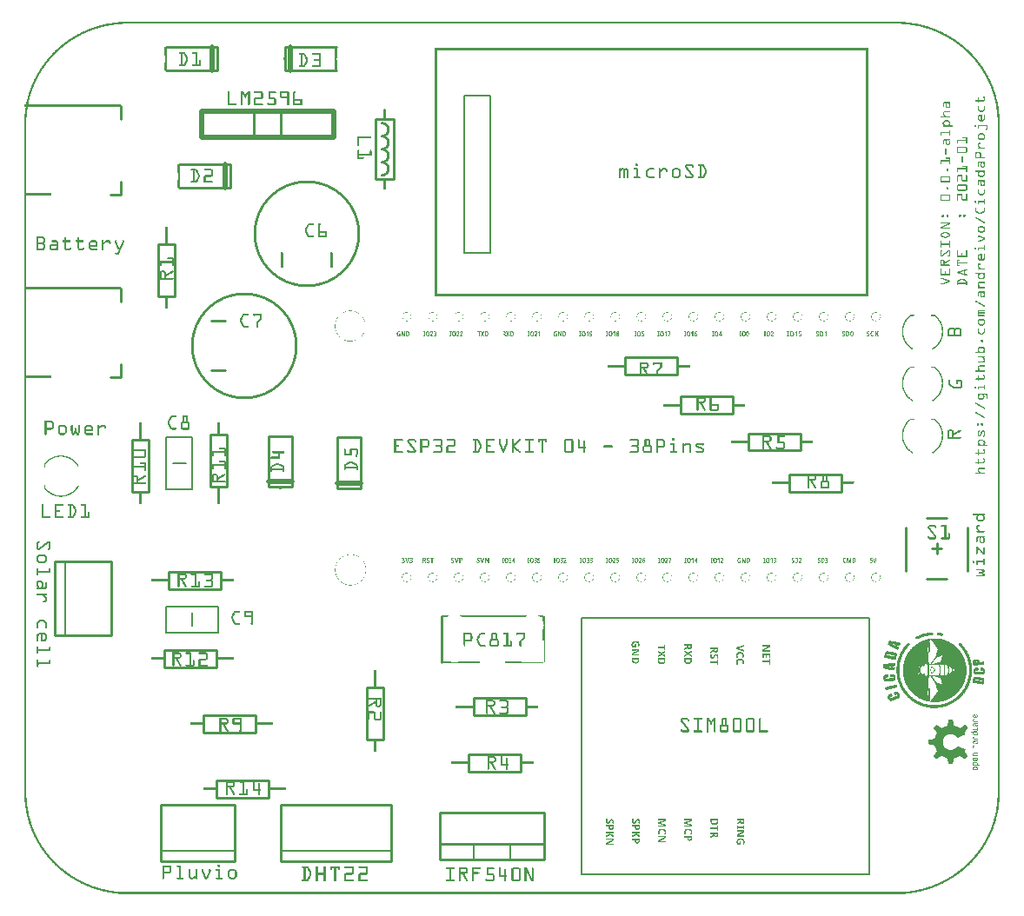
<source format=gto>
G04 MADE WITH FRITZING*
G04 WWW.FRITZING.ORG*
G04 DOUBLE SIDED*
G04 HOLES PLATED*
G04 CONTOUR ON CENTER OF CONTOUR VECTOR*
%ASAXBY*%
%FSLAX23Y23*%
%MOIN*%
%OFA0B0*%
%SFA1.0B1.0*%
%ADD10C,0.410000X0.39*%
%ADD11R,0.080000X0.240000X0.060000X0.220000*%
%ADD12C,0.010000*%
%ADD13R,1.108856X0.990748X1.095864X0.977756*%
%ADD14C,0.006496*%
%ADD15R,0.106778X0.611111X0.092889X0.597223*%
%ADD16C,0.006944*%
%ADD17C,0.005000*%
%ADD18C,0.009799*%
%ADD19C,0.008000*%
%ADD20C,0.020000*%
%ADD21R,0.001000X0.001000*%
%LNSILK1*%
G90*
G70*
G54D10*
X844Y2104D03*
X1082Y2532D03*
G54D12*
X1346Y2973D02*
X1416Y2973D01*
X1416Y2743D01*
X1346Y2743D01*
X1346Y2973D01*
D02*
G54D14*
X2136Y1060D02*
X3239Y1060D01*
X3239Y76D01*
X2136Y76D01*
X2136Y1060D01*
D02*
G54D16*
X1686Y3065D02*
X1786Y3065D01*
X1786Y2461D01*
X1686Y2461D01*
X1686Y3065D01*
D02*
G54D12*
X1994Y134D02*
X1594Y134D01*
D02*
X1594Y134D02*
X1594Y314D01*
D02*
X1594Y314D02*
X1994Y314D01*
D02*
X1994Y314D02*
X1994Y134D01*
D02*
X1994Y134D02*
X1594Y134D01*
D02*
X1594Y134D02*
X1594Y194D01*
D02*
X1594Y194D02*
X1994Y194D01*
D02*
X1994Y194D02*
X1994Y134D01*
G54D17*
D02*
X1864Y134D02*
X1864Y194D01*
D02*
X1724Y134D02*
X1724Y194D01*
G54D18*
D02*
X1599Y1067D02*
X1599Y890D01*
G54D12*
D02*
X3537Y1209D02*
X3458Y1209D01*
D02*
X3616Y1406D02*
X3616Y1239D01*
D02*
X3379Y1406D02*
X3379Y1239D01*
D02*
X3537Y1445D02*
X3458Y1445D01*
D02*
X3517Y1327D02*
X3478Y1327D01*
D02*
X3498Y1308D02*
X3498Y1347D01*
D02*
X1406Y342D02*
X983Y342D01*
D02*
X983Y342D02*
X983Y126D01*
D02*
X983Y126D02*
X1406Y126D01*
D02*
X1406Y126D02*
X1406Y342D01*
G54D17*
D02*
X983Y166D02*
X1406Y166D01*
G54D12*
D02*
X332Y992D02*
X332Y1277D01*
D02*
X332Y1277D02*
X116Y1277D01*
D02*
X116Y1277D02*
X116Y992D01*
D02*
X116Y992D02*
X332Y992D01*
G54D17*
D02*
X156Y1277D02*
X156Y992D01*
G54D12*
D02*
X806Y342D02*
X521Y342D01*
D02*
X521Y342D02*
X521Y126D01*
D02*
X521Y126D02*
X806Y126D01*
D02*
X806Y126D02*
X806Y342D01*
G54D17*
D02*
X521Y166D02*
X806Y166D01*
G54D19*
D02*
X644Y1079D02*
X644Y1029D01*
D02*
X544Y1104D02*
X744Y1104D01*
D02*
X744Y1104D02*
X744Y1004D01*
D02*
X744Y1004D02*
X544Y1004D01*
D02*
X544Y1004D02*
X544Y1104D01*
D02*
X619Y1654D02*
X569Y1654D01*
D02*
X644Y1754D02*
X644Y1554D01*
D02*
X644Y1554D02*
X544Y1554D01*
D02*
X544Y1554D02*
X544Y1754D01*
D02*
X544Y1754D02*
X644Y1754D01*
G54D20*
D02*
X678Y2905D02*
X1187Y2905D01*
D02*
X1187Y2905D02*
X1187Y3005D01*
D02*
X1187Y3005D02*
X678Y3005D01*
D02*
X678Y3005D02*
X678Y2905D01*
G54D12*
D02*
X878Y2905D02*
X878Y3005D01*
D02*
X983Y2905D02*
X983Y3005D01*
D02*
X369Y2324D02*
X369Y2274D01*
D02*
X329Y1984D02*
X369Y1984D01*
D02*
X369Y1984D02*
X369Y2034D01*
D02*
X369Y3024D02*
X369Y2974D01*
D02*
X329Y2684D02*
X369Y2684D01*
D02*
X369Y2684D02*
X369Y2734D01*
D02*
X1000Y3249D02*
X1195Y3249D01*
D02*
X1195Y3159D02*
X1000Y3159D01*
D02*
X1000Y3159D02*
X1000Y3249D01*
G54D20*
D02*
X1020Y3159D02*
X1020Y3249D01*
G54D12*
D02*
X788Y2709D02*
X593Y2709D01*
D02*
X593Y2799D02*
X788Y2799D01*
D02*
X788Y2799D02*
X788Y2709D01*
G54D20*
D02*
X768Y2799D02*
X768Y2709D01*
G54D12*
D02*
X1199Y1558D02*
X1199Y1753D01*
D02*
X1289Y1753D02*
X1289Y1558D01*
D02*
X1289Y1558D02*
X1199Y1558D01*
G54D20*
D02*
X1289Y1578D02*
X1199Y1578D01*
G54D12*
D02*
X935Y1562D02*
X935Y1757D01*
D02*
X1025Y1757D02*
X1025Y1562D01*
D02*
X1025Y1562D02*
X935Y1562D01*
G54D20*
D02*
X1025Y1582D02*
X935Y1582D01*
G54D12*
D02*
X738Y3159D02*
X543Y3159D01*
D02*
X543Y3249D02*
X738Y3249D01*
D02*
X738Y3249D02*
X738Y3159D01*
G54D20*
D02*
X718Y3249D02*
X718Y3159D01*
G54D12*
D02*
X935Y371D02*
X735Y371D01*
D02*
X735Y371D02*
X735Y437D01*
D02*
X735Y437D02*
X935Y437D01*
D02*
X935Y437D02*
X935Y371D01*
D02*
X554Y1237D02*
X754Y1237D01*
D02*
X754Y1237D02*
X754Y1171D01*
D02*
X754Y1171D02*
X554Y1171D01*
D02*
X554Y1171D02*
X554Y1237D01*
D02*
X735Y871D02*
X535Y871D01*
D02*
X535Y871D02*
X535Y937D01*
D02*
X535Y937D02*
X735Y937D01*
D02*
X735Y937D02*
X735Y871D01*
D02*
X711Y1563D02*
X711Y1763D01*
D02*
X711Y1763D02*
X777Y1763D01*
D02*
X777Y1763D02*
X777Y1563D01*
D02*
X777Y1563D02*
X711Y1563D01*
D02*
X477Y1744D02*
X477Y1544D01*
D02*
X477Y1544D02*
X411Y1544D01*
D02*
X411Y1544D02*
X411Y1744D01*
D02*
X411Y1744D02*
X477Y1744D01*
D02*
X885Y621D02*
X685Y621D01*
D02*
X685Y621D02*
X685Y687D01*
D02*
X685Y687D02*
X885Y687D01*
D02*
X885Y687D02*
X885Y621D01*
D02*
X2933Y1610D02*
X3133Y1610D01*
D02*
X3133Y1610D02*
X3133Y1544D01*
D02*
X3133Y1544D02*
X2933Y1544D01*
D02*
X2933Y1544D02*
X2933Y1610D01*
D02*
X2304Y2059D02*
X2504Y2059D01*
D02*
X2504Y2059D02*
X2504Y1993D01*
D02*
X2504Y1993D02*
X2304Y1993D01*
D02*
X2304Y1993D02*
X2304Y2059D01*
D02*
X2516Y1909D02*
X2716Y1909D01*
D02*
X2716Y1909D02*
X2716Y1843D01*
D02*
X2716Y1843D02*
X2516Y1843D01*
D02*
X2516Y1843D02*
X2516Y1909D01*
D02*
X2776Y1768D02*
X2976Y1768D01*
D02*
X2976Y1768D02*
X2976Y1702D01*
D02*
X2976Y1702D02*
X2776Y1702D01*
D02*
X2776Y1702D02*
X2776Y1768D01*
D02*
X1721Y752D02*
X1921Y752D01*
D02*
X1921Y752D02*
X1921Y686D01*
D02*
X1921Y686D02*
X1721Y686D01*
D02*
X1721Y686D02*
X1721Y752D01*
D02*
X1704Y537D02*
X1904Y537D01*
D02*
X1904Y537D02*
X1904Y471D01*
D02*
X1904Y471D02*
X1704Y471D01*
D02*
X1704Y471D02*
X1704Y537D01*
D02*
X1377Y794D02*
X1377Y594D01*
D02*
X1377Y594D02*
X1311Y594D01*
D02*
X1311Y594D02*
X1311Y794D01*
D02*
X1311Y794D02*
X1377Y794D01*
D02*
X577Y2494D02*
X577Y2294D01*
D02*
X577Y2294D02*
X511Y2294D01*
D02*
X511Y2294D02*
X511Y2494D01*
D02*
X511Y2494D02*
X577Y2494D01*
G54D21*
X375Y3346D02*
X3364Y3346D01*
X361Y3345D02*
X3378Y3345D01*
X351Y3344D02*
X3388Y3344D01*
X343Y3343D02*
X3396Y3343D01*
X336Y3342D02*
X3403Y3342D01*
X329Y3341D02*
X3410Y3341D01*
X324Y3340D02*
X3415Y3340D01*
X318Y3339D02*
X3421Y3339D01*
X313Y3338D02*
X375Y3338D01*
X3364Y3338D02*
X3426Y3338D01*
X309Y3337D02*
X360Y3337D01*
X3379Y3337D02*
X3430Y3337D01*
X304Y3336D02*
X350Y3336D01*
X3389Y3336D02*
X3435Y3336D01*
X300Y3335D02*
X342Y3335D01*
X3397Y3335D02*
X3439Y3335D01*
X296Y3334D02*
X335Y3334D01*
X3404Y3334D02*
X3443Y3334D01*
X292Y3333D02*
X329Y3333D01*
X3410Y3333D02*
X3447Y3333D01*
X288Y3332D02*
X323Y3332D01*
X3416Y3332D02*
X3451Y3332D01*
X285Y3331D02*
X318Y3331D01*
X3421Y3331D02*
X3454Y3331D01*
X282Y3330D02*
X313Y3330D01*
X3426Y3330D02*
X3457Y3330D01*
X278Y3329D02*
X308Y3329D01*
X3431Y3329D02*
X3461Y3329D01*
X275Y3328D02*
X304Y3328D01*
X3435Y3328D02*
X3464Y3328D01*
X272Y3327D02*
X300Y3327D01*
X3439Y3327D02*
X3467Y3327D01*
X269Y3326D02*
X296Y3326D01*
X3443Y3326D02*
X3470Y3326D01*
X266Y3325D02*
X292Y3325D01*
X3447Y3325D02*
X3473Y3325D01*
X263Y3324D02*
X288Y3324D01*
X3451Y3324D02*
X3476Y3324D01*
X260Y3323D02*
X285Y3323D01*
X3454Y3323D02*
X3479Y3323D01*
X257Y3322D02*
X281Y3322D01*
X3458Y3322D02*
X3482Y3322D01*
X255Y3321D02*
X278Y3321D01*
X3461Y3321D02*
X3484Y3321D01*
X252Y3320D02*
X275Y3320D01*
X3464Y3320D02*
X3487Y3320D01*
X250Y3319D02*
X272Y3319D01*
X3467Y3319D02*
X3489Y3319D01*
X247Y3318D02*
X269Y3318D01*
X3470Y3318D02*
X3492Y3318D01*
X245Y3317D02*
X266Y3317D01*
X3473Y3317D02*
X3494Y3317D01*
X242Y3316D02*
X263Y3316D01*
X3476Y3316D02*
X3497Y3316D01*
X240Y3315D02*
X260Y3315D01*
X3479Y3315D02*
X3499Y3315D01*
X237Y3314D02*
X258Y3314D01*
X3481Y3314D02*
X3502Y3314D01*
X235Y3313D02*
X255Y3313D01*
X3484Y3313D02*
X3504Y3313D01*
X233Y3312D02*
X252Y3312D01*
X3487Y3312D02*
X3506Y3312D01*
X231Y3311D02*
X250Y3311D01*
X3489Y3311D02*
X3508Y3311D01*
X228Y3310D02*
X247Y3310D01*
X3492Y3310D02*
X3511Y3310D01*
X226Y3309D02*
X245Y3309D01*
X3494Y3309D02*
X3513Y3309D01*
X224Y3308D02*
X242Y3308D01*
X3497Y3308D02*
X3515Y3308D01*
X222Y3307D02*
X240Y3307D01*
X3499Y3307D02*
X3517Y3307D01*
X220Y3306D02*
X238Y3306D01*
X3501Y3306D02*
X3519Y3306D01*
X218Y3305D02*
X235Y3305D01*
X3504Y3305D02*
X3521Y3305D01*
X216Y3304D02*
X233Y3304D01*
X3506Y3304D02*
X3523Y3304D01*
X214Y3303D02*
X231Y3303D01*
X3508Y3303D02*
X3525Y3303D01*
X212Y3302D02*
X229Y3302D01*
X3510Y3302D02*
X3527Y3302D01*
X210Y3301D02*
X226Y3301D01*
X3513Y3301D02*
X3529Y3301D01*
X208Y3300D02*
X224Y3300D01*
X3515Y3300D02*
X3531Y3300D01*
X206Y3299D02*
X222Y3299D01*
X3517Y3299D02*
X3533Y3299D01*
X204Y3298D02*
X220Y3298D01*
X3518Y3298D02*
X3535Y3298D01*
X203Y3297D02*
X219Y3297D01*
X3520Y3297D02*
X3536Y3297D01*
X201Y3296D02*
X217Y3296D01*
X3522Y3296D02*
X3538Y3296D01*
X199Y3295D02*
X215Y3295D01*
X3524Y3295D02*
X3540Y3295D01*
X197Y3294D02*
X213Y3294D01*
X3526Y3294D02*
X3542Y3294D01*
X195Y3293D02*
X211Y3293D01*
X3528Y3293D02*
X3544Y3293D01*
X194Y3292D02*
X209Y3292D01*
X3530Y3292D02*
X3545Y3292D01*
X192Y3291D02*
X207Y3291D01*
X3532Y3291D02*
X3547Y3291D01*
X190Y3290D02*
X205Y3290D01*
X3534Y3290D02*
X3549Y3290D01*
X189Y3289D02*
X203Y3289D01*
X3536Y3289D02*
X3550Y3289D01*
X187Y3288D02*
X202Y3288D01*
X3537Y3288D02*
X3552Y3288D01*
X185Y3287D02*
X200Y3287D01*
X3539Y3287D02*
X3554Y3287D01*
X184Y3286D02*
X198Y3286D01*
X3541Y3286D02*
X3555Y3286D01*
X182Y3285D02*
X196Y3285D01*
X3543Y3285D02*
X3557Y3285D01*
X181Y3284D02*
X194Y3284D01*
X3544Y3284D02*
X3558Y3284D01*
X179Y3283D02*
X193Y3283D01*
X3546Y3283D02*
X3560Y3283D01*
X177Y3282D02*
X191Y3282D01*
X3548Y3282D02*
X3562Y3282D01*
X176Y3281D02*
X190Y3281D01*
X3549Y3281D02*
X3563Y3281D01*
X174Y3280D02*
X188Y3280D01*
X3551Y3280D02*
X3565Y3280D01*
X173Y3279D02*
X186Y3279D01*
X3553Y3279D02*
X3566Y3279D01*
X171Y3278D02*
X185Y3278D01*
X3554Y3278D02*
X3568Y3278D01*
X170Y3277D02*
X183Y3277D01*
X3556Y3277D02*
X3569Y3277D01*
X168Y3276D02*
X182Y3276D01*
X3557Y3276D02*
X3571Y3276D01*
X167Y3275D02*
X180Y3275D01*
X3559Y3275D02*
X3572Y3275D01*
X166Y3274D02*
X179Y3274D01*
X3560Y3274D02*
X3573Y3274D01*
X164Y3273D02*
X177Y3273D01*
X3562Y3273D02*
X3575Y3273D01*
X163Y3272D02*
X176Y3272D01*
X3563Y3272D02*
X3576Y3272D01*
X161Y3271D02*
X174Y3271D01*
X3565Y3271D02*
X3578Y3271D01*
X160Y3270D02*
X173Y3270D01*
X3566Y3270D02*
X3579Y3270D01*
X158Y3269D02*
X171Y3269D01*
X3568Y3269D02*
X3581Y3269D01*
X157Y3268D02*
X170Y3268D01*
X3569Y3268D02*
X3582Y3268D01*
X156Y3267D02*
X168Y3267D01*
X3571Y3267D02*
X3583Y3267D01*
X155Y3266D02*
X167Y3266D01*
X3572Y3266D02*
X3584Y3266D01*
X153Y3265D02*
X166Y3265D01*
X3573Y3265D02*
X3586Y3265D01*
X152Y3264D02*
X164Y3264D01*
X3575Y3264D02*
X3587Y3264D01*
X151Y3263D02*
X163Y3263D01*
X3576Y3263D02*
X3588Y3263D01*
X149Y3262D02*
X161Y3262D01*
X3578Y3262D02*
X3590Y3262D01*
X148Y3261D02*
X160Y3261D01*
X3579Y3261D02*
X3591Y3261D01*
X147Y3260D02*
X159Y3260D01*
X3580Y3260D02*
X3592Y3260D01*
X145Y3259D02*
X158Y3259D01*
X3581Y3259D02*
X3594Y3259D01*
X144Y3258D02*
X156Y3258D01*
X3583Y3258D02*
X3595Y3258D01*
X143Y3257D02*
X155Y3257D01*
X3584Y3257D02*
X3596Y3257D01*
X142Y3256D02*
X154Y3256D01*
X3585Y3256D02*
X3597Y3256D01*
X141Y3255D02*
X152Y3255D01*
X3587Y3255D02*
X3598Y3255D01*
X139Y3254D02*
X151Y3254D01*
X3588Y3254D02*
X3600Y3254D01*
X138Y3253D02*
X150Y3253D01*
X3589Y3253D02*
X3601Y3253D01*
X137Y3252D02*
X148Y3252D01*
X3591Y3252D02*
X3602Y3252D01*
X136Y3251D02*
X147Y3251D01*
X3592Y3251D02*
X3603Y3251D01*
X135Y3250D02*
X146Y3250D01*
X3593Y3250D02*
X3604Y3250D01*
X134Y3249D02*
X145Y3249D01*
X3594Y3249D02*
X3605Y3249D01*
X132Y3248D02*
X144Y3248D01*
X538Y3248D02*
X547Y3248D01*
X1190Y3248D02*
X1199Y3248D01*
X3595Y3248D02*
X3607Y3248D01*
X131Y3247D02*
X143Y3247D01*
X538Y3247D02*
X547Y3247D01*
X1190Y3247D02*
X1199Y3247D01*
X1574Y3247D02*
X3236Y3247D01*
X3596Y3247D02*
X3608Y3247D01*
X130Y3246D02*
X141Y3246D01*
X538Y3246D02*
X547Y3246D01*
X1190Y3246D02*
X1199Y3246D01*
X1574Y3246D02*
X3236Y3246D01*
X3598Y3246D02*
X3609Y3246D01*
X129Y3245D02*
X140Y3245D01*
X538Y3245D02*
X547Y3245D01*
X1190Y3245D02*
X1199Y3245D01*
X1574Y3245D02*
X3236Y3245D01*
X3599Y3245D02*
X3610Y3245D01*
X128Y3244D02*
X139Y3244D01*
X538Y3244D02*
X547Y3244D01*
X1190Y3244D02*
X1199Y3244D01*
X1574Y3244D02*
X3236Y3244D01*
X3600Y3244D02*
X3611Y3244D01*
X127Y3243D02*
X138Y3243D01*
X538Y3243D02*
X547Y3243D01*
X1190Y3243D02*
X1199Y3243D01*
X1574Y3243D02*
X3236Y3243D01*
X3601Y3243D02*
X3612Y3243D01*
X126Y3242D02*
X137Y3242D01*
X538Y3242D02*
X547Y3242D01*
X1190Y3242D02*
X1199Y3242D01*
X1574Y3242D02*
X3236Y3242D01*
X3602Y3242D02*
X3613Y3242D01*
X125Y3241D02*
X135Y3241D01*
X538Y3241D02*
X547Y3241D01*
X1190Y3241D02*
X1199Y3241D01*
X1574Y3241D02*
X3236Y3241D01*
X3604Y3241D02*
X3614Y3241D01*
X124Y3240D02*
X134Y3240D01*
X538Y3240D02*
X547Y3240D01*
X1190Y3240D02*
X1199Y3240D01*
X1574Y3240D02*
X3236Y3240D01*
X3605Y3240D02*
X3615Y3240D01*
X122Y3239D02*
X133Y3239D01*
X538Y3239D02*
X547Y3239D01*
X1190Y3239D02*
X1199Y3239D01*
X1574Y3239D02*
X3236Y3239D01*
X3606Y3239D02*
X3617Y3239D01*
X121Y3238D02*
X132Y3238D01*
X538Y3238D02*
X547Y3238D01*
X1190Y3238D02*
X1199Y3238D01*
X1574Y3238D02*
X3236Y3238D01*
X3607Y3238D02*
X3618Y3238D01*
X120Y3237D02*
X131Y3237D01*
X538Y3237D02*
X547Y3237D01*
X1190Y3237D02*
X1199Y3237D01*
X1574Y3237D02*
X1583Y3237D01*
X3228Y3237D02*
X3236Y3237D01*
X3608Y3237D02*
X3619Y3237D01*
X119Y3236D02*
X130Y3236D01*
X538Y3236D02*
X547Y3236D01*
X1190Y3236D02*
X1199Y3236D01*
X1574Y3236D02*
X1583Y3236D01*
X3228Y3236D02*
X3236Y3236D01*
X3609Y3236D02*
X3620Y3236D01*
X118Y3235D02*
X129Y3235D01*
X538Y3235D02*
X547Y3235D01*
X1190Y3235D02*
X1199Y3235D01*
X1574Y3235D02*
X1583Y3235D01*
X3228Y3235D02*
X3236Y3235D01*
X3610Y3235D02*
X3621Y3235D01*
X117Y3234D02*
X128Y3234D01*
X538Y3234D02*
X547Y3234D01*
X1190Y3234D02*
X1199Y3234D01*
X1574Y3234D02*
X1583Y3234D01*
X3228Y3234D02*
X3236Y3234D01*
X3611Y3234D02*
X3622Y3234D01*
X116Y3233D02*
X127Y3233D01*
X538Y3233D02*
X547Y3233D01*
X1190Y3233D02*
X1199Y3233D01*
X1574Y3233D02*
X1583Y3233D01*
X3228Y3233D02*
X3236Y3233D01*
X3612Y3233D02*
X3623Y3233D01*
X115Y3232D02*
X126Y3232D01*
X538Y3232D02*
X547Y3232D01*
X1190Y3232D02*
X1199Y3232D01*
X1574Y3232D02*
X1583Y3232D01*
X3228Y3232D02*
X3236Y3232D01*
X3613Y3232D02*
X3624Y3232D01*
X114Y3231D02*
X125Y3231D01*
X538Y3231D02*
X547Y3231D01*
X1190Y3231D02*
X1199Y3231D01*
X1574Y3231D02*
X1583Y3231D01*
X3228Y3231D02*
X3236Y3231D01*
X3614Y3231D02*
X3625Y3231D01*
X113Y3230D02*
X124Y3230D01*
X538Y3230D02*
X547Y3230D01*
X595Y3230D02*
X611Y3230D01*
X645Y3230D02*
X663Y3230D01*
X1190Y3230D02*
X1199Y3230D01*
X1574Y3230D02*
X1583Y3230D01*
X3228Y3230D02*
X3236Y3230D01*
X3615Y3230D02*
X3626Y3230D01*
X112Y3229D02*
X122Y3229D01*
X538Y3229D02*
X547Y3229D01*
X594Y3229D02*
X613Y3229D01*
X644Y3229D02*
X663Y3229D01*
X1190Y3229D02*
X1199Y3229D01*
X1574Y3229D02*
X1583Y3229D01*
X3228Y3229D02*
X3236Y3229D01*
X3616Y3229D02*
X3627Y3229D01*
X111Y3228D02*
X121Y3228D01*
X538Y3228D02*
X547Y3228D01*
X593Y3228D02*
X615Y3228D01*
X643Y3228D02*
X663Y3228D01*
X1190Y3228D02*
X1199Y3228D01*
X1574Y3228D02*
X1583Y3228D01*
X3228Y3228D02*
X3236Y3228D01*
X3618Y3228D02*
X3628Y3228D01*
X110Y3227D02*
X120Y3227D01*
X538Y3227D02*
X547Y3227D01*
X593Y3227D02*
X616Y3227D01*
X643Y3227D02*
X663Y3227D01*
X1190Y3227D02*
X1199Y3227D01*
X1574Y3227D02*
X1583Y3227D01*
X3228Y3227D02*
X3236Y3227D01*
X3619Y3227D02*
X3629Y3227D01*
X109Y3226D02*
X119Y3226D01*
X538Y3226D02*
X547Y3226D01*
X593Y3226D02*
X617Y3226D01*
X643Y3226D02*
X663Y3226D01*
X1054Y3226D02*
X1071Y3226D01*
X1104Y3226D02*
X1132Y3226D01*
X1190Y3226D02*
X1199Y3226D01*
X1574Y3226D02*
X1583Y3226D01*
X3228Y3226D02*
X3236Y3226D01*
X3620Y3226D02*
X3630Y3226D01*
X108Y3225D02*
X118Y3225D01*
X538Y3225D02*
X547Y3225D01*
X593Y3225D02*
X617Y3225D01*
X644Y3225D02*
X663Y3225D01*
X1053Y3225D02*
X1073Y3225D01*
X1103Y3225D02*
X1134Y3225D01*
X1190Y3225D02*
X1199Y3225D01*
X1574Y3225D02*
X1583Y3225D01*
X3228Y3225D02*
X3236Y3225D01*
X3621Y3225D02*
X3631Y3225D01*
X107Y3224D02*
X117Y3224D01*
X538Y3224D02*
X547Y3224D01*
X594Y3224D02*
X618Y3224D01*
X645Y3224D02*
X663Y3224D01*
X1053Y3224D02*
X1075Y3224D01*
X1103Y3224D02*
X1135Y3224D01*
X1190Y3224D02*
X1199Y3224D01*
X1574Y3224D02*
X1583Y3224D01*
X3228Y3224D02*
X3236Y3224D01*
X3622Y3224D02*
X3632Y3224D01*
X106Y3223D02*
X116Y3223D01*
X538Y3223D02*
X547Y3223D01*
X600Y3223D02*
X606Y3223D01*
X611Y3223D02*
X618Y3223D01*
X657Y3223D02*
X663Y3223D01*
X1053Y3223D02*
X1076Y3223D01*
X1103Y3223D02*
X1135Y3223D01*
X1190Y3223D02*
X1199Y3223D01*
X1574Y3223D02*
X1583Y3223D01*
X3228Y3223D02*
X3236Y3223D01*
X3623Y3223D02*
X3633Y3223D01*
X105Y3222D02*
X116Y3222D01*
X538Y3222D02*
X547Y3222D01*
X600Y3222D02*
X606Y3222D01*
X612Y3222D02*
X619Y3222D01*
X657Y3222D02*
X663Y3222D01*
X1053Y3222D02*
X1076Y3222D01*
X1103Y3222D02*
X1136Y3222D01*
X1190Y3222D02*
X1199Y3222D01*
X1574Y3222D02*
X1583Y3222D01*
X3228Y3222D02*
X3236Y3222D01*
X3623Y3222D02*
X3634Y3222D01*
X104Y3221D02*
X115Y3221D01*
X538Y3221D02*
X547Y3221D01*
X600Y3221D02*
X606Y3221D01*
X612Y3221D02*
X619Y3221D01*
X657Y3221D02*
X663Y3221D01*
X1053Y3221D02*
X1077Y3221D01*
X1104Y3221D02*
X1136Y3221D01*
X1190Y3221D02*
X1199Y3221D01*
X1574Y3221D02*
X1583Y3221D01*
X3228Y3221D02*
X3236Y3221D01*
X3624Y3221D02*
X3635Y3221D01*
X103Y3220D02*
X114Y3220D01*
X538Y3220D02*
X547Y3220D01*
X600Y3220D02*
X606Y3220D01*
X613Y3220D02*
X620Y3220D01*
X657Y3220D02*
X663Y3220D01*
X1055Y3220D02*
X1078Y3220D01*
X1105Y3220D02*
X1136Y3220D01*
X1190Y3220D02*
X1199Y3220D01*
X1574Y3220D02*
X1583Y3220D01*
X3228Y3220D02*
X3236Y3220D01*
X3625Y3220D02*
X3636Y3220D01*
X102Y3219D02*
X113Y3219D01*
X538Y3219D02*
X547Y3219D01*
X600Y3219D02*
X606Y3219D01*
X613Y3219D02*
X620Y3219D01*
X657Y3219D02*
X663Y3219D01*
X1059Y3219D02*
X1065Y3219D01*
X1071Y3219D02*
X1078Y3219D01*
X1130Y3219D02*
X1136Y3219D01*
X1190Y3219D02*
X1199Y3219D01*
X1574Y3219D02*
X1583Y3219D01*
X3228Y3219D02*
X3236Y3219D01*
X3626Y3219D02*
X3637Y3219D01*
X102Y3218D02*
X112Y3218D01*
X538Y3218D02*
X547Y3218D01*
X600Y3218D02*
X606Y3218D01*
X614Y3218D02*
X621Y3218D01*
X657Y3218D02*
X663Y3218D01*
X1059Y3218D02*
X1065Y3218D01*
X1072Y3218D02*
X1079Y3218D01*
X1130Y3218D02*
X1136Y3218D01*
X1190Y3218D02*
X1199Y3218D01*
X1574Y3218D02*
X1583Y3218D01*
X3228Y3218D02*
X3236Y3218D01*
X3627Y3218D02*
X3637Y3218D01*
X101Y3217D02*
X111Y3217D01*
X538Y3217D02*
X547Y3217D01*
X600Y3217D02*
X606Y3217D01*
X615Y3217D02*
X621Y3217D01*
X657Y3217D02*
X663Y3217D01*
X1059Y3217D02*
X1065Y3217D01*
X1072Y3217D02*
X1079Y3217D01*
X1130Y3217D02*
X1136Y3217D01*
X1190Y3217D02*
X1199Y3217D01*
X1574Y3217D02*
X1583Y3217D01*
X3228Y3217D02*
X3236Y3217D01*
X3628Y3217D02*
X3638Y3217D01*
X100Y3216D02*
X110Y3216D01*
X539Y3216D02*
X547Y3216D01*
X600Y3216D02*
X606Y3216D01*
X615Y3216D02*
X622Y3216D01*
X657Y3216D02*
X663Y3216D01*
X1059Y3216D02*
X1065Y3216D01*
X1073Y3216D02*
X1080Y3216D01*
X1130Y3216D02*
X1136Y3216D01*
X1190Y3216D02*
X1199Y3216D01*
X1574Y3216D02*
X1583Y3216D01*
X3228Y3216D02*
X3236Y3216D01*
X3629Y3216D02*
X3639Y3216D01*
X99Y3215D02*
X109Y3215D01*
X539Y3215D02*
X547Y3215D01*
X600Y3215D02*
X606Y3215D01*
X616Y3215D02*
X622Y3215D01*
X657Y3215D02*
X663Y3215D01*
X1059Y3215D02*
X1065Y3215D01*
X1073Y3215D02*
X1080Y3215D01*
X1130Y3215D02*
X1136Y3215D01*
X1190Y3215D02*
X1199Y3215D01*
X1574Y3215D02*
X1583Y3215D01*
X3228Y3215D02*
X3236Y3215D01*
X3630Y3215D02*
X3640Y3215D01*
X98Y3214D02*
X108Y3214D01*
X539Y3214D02*
X547Y3214D01*
X600Y3214D02*
X606Y3214D01*
X616Y3214D02*
X623Y3214D01*
X657Y3214D02*
X663Y3214D01*
X1059Y3214D02*
X1065Y3214D01*
X1074Y3214D02*
X1081Y3214D01*
X1130Y3214D02*
X1136Y3214D01*
X1190Y3214D02*
X1199Y3214D01*
X1574Y3214D02*
X1583Y3214D01*
X3228Y3214D02*
X3236Y3214D01*
X3631Y3214D02*
X3641Y3214D01*
X97Y3213D02*
X107Y3213D01*
X539Y3213D02*
X547Y3213D01*
X600Y3213D02*
X606Y3213D01*
X617Y3213D02*
X623Y3213D01*
X657Y3213D02*
X663Y3213D01*
X1059Y3213D02*
X1065Y3213D01*
X1074Y3213D02*
X1081Y3213D01*
X1130Y3213D02*
X1136Y3213D01*
X1190Y3213D02*
X1198Y3213D01*
X1574Y3213D02*
X1583Y3213D01*
X3228Y3213D02*
X3236Y3213D01*
X3632Y3213D02*
X3642Y3213D01*
X96Y3212D02*
X106Y3212D01*
X540Y3212D02*
X547Y3212D01*
X600Y3212D02*
X606Y3212D01*
X617Y3212D02*
X624Y3212D01*
X657Y3212D02*
X663Y3212D01*
X1059Y3212D02*
X1065Y3212D01*
X1075Y3212D02*
X1082Y3212D01*
X1130Y3212D02*
X1136Y3212D01*
X1190Y3212D02*
X1198Y3212D01*
X1574Y3212D02*
X1583Y3212D01*
X3228Y3212D02*
X3236Y3212D01*
X3633Y3212D02*
X3643Y3212D01*
X95Y3211D02*
X105Y3211D01*
X540Y3211D02*
X547Y3211D01*
X600Y3211D02*
X606Y3211D01*
X618Y3211D02*
X624Y3211D01*
X657Y3211D02*
X663Y3211D01*
X1059Y3211D02*
X1065Y3211D01*
X1075Y3211D02*
X1082Y3211D01*
X1130Y3211D02*
X1136Y3211D01*
X1190Y3211D02*
X1198Y3211D01*
X1574Y3211D02*
X1583Y3211D01*
X3228Y3211D02*
X3236Y3211D01*
X3634Y3211D02*
X3644Y3211D01*
X95Y3210D02*
X104Y3210D01*
X540Y3210D02*
X547Y3210D01*
X600Y3210D02*
X606Y3210D01*
X618Y3210D02*
X625Y3210D01*
X657Y3210D02*
X663Y3210D01*
X1059Y3210D02*
X1065Y3210D01*
X1076Y3210D02*
X1083Y3210D01*
X1130Y3210D02*
X1136Y3210D01*
X1190Y3210D02*
X1198Y3210D01*
X1574Y3210D02*
X1583Y3210D01*
X3228Y3210D02*
X3236Y3210D01*
X3635Y3210D02*
X3644Y3210D01*
X94Y3209D02*
X103Y3209D01*
X540Y3209D02*
X547Y3209D01*
X600Y3209D02*
X606Y3209D01*
X619Y3209D02*
X625Y3209D01*
X657Y3209D02*
X663Y3209D01*
X1059Y3209D02*
X1065Y3209D01*
X1076Y3209D02*
X1083Y3209D01*
X1130Y3209D02*
X1136Y3209D01*
X1190Y3209D02*
X1198Y3209D01*
X1574Y3209D02*
X1583Y3209D01*
X3228Y3209D02*
X3236Y3209D01*
X3636Y3209D02*
X3645Y3209D01*
X93Y3208D02*
X102Y3208D01*
X540Y3208D02*
X547Y3208D01*
X600Y3208D02*
X606Y3208D01*
X619Y3208D02*
X626Y3208D01*
X657Y3208D02*
X663Y3208D01*
X738Y3208D02*
X746Y3208D01*
X992Y3208D02*
X999Y3208D01*
X1059Y3208D02*
X1065Y3208D01*
X1077Y3208D02*
X1084Y3208D01*
X1130Y3208D02*
X1136Y3208D01*
X1190Y3208D02*
X1198Y3208D01*
X1574Y3208D02*
X1583Y3208D01*
X3228Y3208D02*
X3236Y3208D01*
X3637Y3208D02*
X3646Y3208D01*
X92Y3207D02*
X102Y3207D01*
X540Y3207D02*
X547Y3207D01*
X600Y3207D02*
X606Y3207D01*
X620Y3207D02*
X626Y3207D01*
X657Y3207D02*
X663Y3207D01*
X738Y3207D02*
X746Y3207D01*
X992Y3207D02*
X999Y3207D01*
X1059Y3207D02*
X1065Y3207D01*
X1077Y3207D02*
X1084Y3207D01*
X1130Y3207D02*
X1136Y3207D01*
X1190Y3207D02*
X1198Y3207D01*
X1574Y3207D02*
X1583Y3207D01*
X3228Y3207D02*
X3236Y3207D01*
X3637Y3207D02*
X3647Y3207D01*
X91Y3206D02*
X101Y3206D01*
X540Y3206D02*
X547Y3206D01*
X600Y3206D02*
X606Y3206D01*
X620Y3206D02*
X626Y3206D01*
X657Y3206D02*
X663Y3206D01*
X738Y3206D02*
X746Y3206D01*
X992Y3206D02*
X999Y3206D01*
X1059Y3206D02*
X1065Y3206D01*
X1078Y3206D02*
X1085Y3206D01*
X1130Y3206D02*
X1136Y3206D01*
X1190Y3206D02*
X1198Y3206D01*
X1574Y3206D02*
X1583Y3206D01*
X3228Y3206D02*
X3236Y3206D01*
X3638Y3206D02*
X3648Y3206D01*
X90Y3205D02*
X100Y3205D01*
X540Y3205D02*
X547Y3205D01*
X600Y3205D02*
X606Y3205D01*
X620Y3205D02*
X626Y3205D01*
X657Y3205D02*
X663Y3205D01*
X738Y3205D02*
X745Y3205D01*
X992Y3205D02*
X999Y3205D01*
X1059Y3205D02*
X1065Y3205D01*
X1078Y3205D02*
X1085Y3205D01*
X1130Y3205D02*
X1136Y3205D01*
X1190Y3205D02*
X1197Y3205D01*
X1574Y3205D02*
X1583Y3205D01*
X3228Y3205D02*
X3236Y3205D01*
X3639Y3205D02*
X3649Y3205D01*
X89Y3204D02*
X99Y3204D01*
X540Y3204D02*
X547Y3204D01*
X600Y3204D02*
X606Y3204D01*
X620Y3204D02*
X626Y3204D01*
X657Y3204D02*
X663Y3204D01*
X738Y3204D02*
X745Y3204D01*
X992Y3204D02*
X999Y3204D01*
X1059Y3204D02*
X1065Y3204D01*
X1079Y3204D02*
X1085Y3204D01*
X1129Y3204D02*
X1136Y3204D01*
X1190Y3204D02*
X1197Y3204D01*
X1574Y3204D02*
X1583Y3204D01*
X3228Y3204D02*
X3236Y3204D01*
X3640Y3204D02*
X3650Y3204D01*
X89Y3203D02*
X98Y3203D01*
X540Y3203D02*
X547Y3203D01*
X600Y3203D02*
X606Y3203D01*
X620Y3203D02*
X626Y3203D01*
X657Y3203D02*
X663Y3203D01*
X738Y3203D02*
X745Y3203D01*
X992Y3203D02*
X999Y3203D01*
X1059Y3203D02*
X1065Y3203D01*
X1079Y3203D02*
X1086Y3203D01*
X1112Y3203D02*
X1136Y3203D01*
X1190Y3203D02*
X1197Y3203D01*
X1574Y3203D02*
X1583Y3203D01*
X3228Y3203D02*
X3236Y3203D01*
X3641Y3203D02*
X3650Y3203D01*
X88Y3202D02*
X97Y3202D01*
X540Y3202D02*
X547Y3202D01*
X600Y3202D02*
X606Y3202D01*
X620Y3202D02*
X626Y3202D01*
X657Y3202D02*
X663Y3202D01*
X738Y3202D02*
X745Y3202D01*
X992Y3202D02*
X999Y3202D01*
X1059Y3202D02*
X1065Y3202D01*
X1080Y3202D02*
X1086Y3202D01*
X1111Y3202D02*
X1135Y3202D01*
X1190Y3202D02*
X1197Y3202D01*
X1574Y3202D02*
X1583Y3202D01*
X3228Y3202D02*
X3236Y3202D01*
X3642Y3202D02*
X3651Y3202D01*
X87Y3201D02*
X96Y3201D01*
X540Y3201D02*
X547Y3201D01*
X600Y3201D02*
X606Y3201D01*
X620Y3201D02*
X626Y3201D01*
X657Y3201D02*
X663Y3201D01*
X738Y3201D02*
X746Y3201D01*
X992Y3201D02*
X999Y3201D01*
X1059Y3201D02*
X1065Y3201D01*
X1080Y3201D02*
X1086Y3201D01*
X1110Y3201D02*
X1135Y3201D01*
X1190Y3201D02*
X1198Y3201D01*
X1574Y3201D02*
X1583Y3201D01*
X3228Y3201D02*
X3236Y3201D01*
X3643Y3201D02*
X3652Y3201D01*
X86Y3200D02*
X95Y3200D01*
X540Y3200D02*
X547Y3200D01*
X600Y3200D02*
X606Y3200D01*
X620Y3200D02*
X626Y3200D01*
X657Y3200D02*
X663Y3200D01*
X672Y3200D02*
X675Y3200D01*
X738Y3200D02*
X746Y3200D01*
X992Y3200D02*
X999Y3200D01*
X1059Y3200D02*
X1065Y3200D01*
X1080Y3200D02*
X1086Y3200D01*
X1110Y3200D02*
X1134Y3200D01*
X1190Y3200D02*
X1198Y3200D01*
X1574Y3200D02*
X1583Y3200D01*
X3228Y3200D02*
X3236Y3200D01*
X3644Y3200D02*
X3653Y3200D01*
X85Y3199D02*
X95Y3199D01*
X540Y3199D02*
X547Y3199D01*
X600Y3199D02*
X606Y3199D01*
X619Y3199D02*
X626Y3199D01*
X657Y3199D02*
X663Y3199D01*
X671Y3199D02*
X676Y3199D01*
X738Y3199D02*
X746Y3199D01*
X992Y3199D02*
X999Y3199D01*
X1059Y3199D02*
X1065Y3199D01*
X1080Y3199D02*
X1086Y3199D01*
X1110Y3199D02*
X1134Y3199D01*
X1190Y3199D02*
X1198Y3199D01*
X1574Y3199D02*
X1583Y3199D01*
X3228Y3199D02*
X3236Y3199D01*
X3644Y3199D02*
X3654Y3199D01*
X85Y3198D02*
X94Y3198D01*
X540Y3198D02*
X547Y3198D01*
X600Y3198D02*
X606Y3198D01*
X619Y3198D02*
X625Y3198D01*
X657Y3198D02*
X663Y3198D01*
X671Y3198D02*
X677Y3198D01*
X1059Y3198D02*
X1065Y3198D01*
X1080Y3198D02*
X1086Y3198D01*
X1110Y3198D02*
X1135Y3198D01*
X1190Y3198D02*
X1198Y3198D01*
X1574Y3198D02*
X1583Y3198D01*
X3228Y3198D02*
X3236Y3198D01*
X3645Y3198D02*
X3654Y3198D01*
X84Y3197D02*
X93Y3197D01*
X540Y3197D02*
X547Y3197D01*
X600Y3197D02*
X606Y3197D01*
X618Y3197D02*
X625Y3197D01*
X657Y3197D02*
X663Y3197D01*
X671Y3197D02*
X677Y3197D01*
X1059Y3197D02*
X1065Y3197D01*
X1080Y3197D02*
X1086Y3197D01*
X1111Y3197D02*
X1135Y3197D01*
X1190Y3197D02*
X1198Y3197D01*
X1574Y3197D02*
X1583Y3197D01*
X3228Y3197D02*
X3236Y3197D01*
X3646Y3197D02*
X3655Y3197D01*
X83Y3196D02*
X92Y3196D01*
X540Y3196D02*
X547Y3196D01*
X600Y3196D02*
X606Y3196D01*
X618Y3196D02*
X625Y3196D01*
X657Y3196D02*
X663Y3196D01*
X671Y3196D02*
X677Y3196D01*
X1059Y3196D02*
X1065Y3196D01*
X1079Y3196D02*
X1086Y3196D01*
X1127Y3196D02*
X1136Y3196D01*
X1190Y3196D02*
X1198Y3196D01*
X1574Y3196D02*
X1583Y3196D01*
X3228Y3196D02*
X3236Y3196D01*
X3647Y3196D02*
X3656Y3196D01*
X82Y3195D02*
X91Y3195D01*
X540Y3195D02*
X547Y3195D01*
X600Y3195D02*
X606Y3195D01*
X617Y3195D02*
X624Y3195D01*
X657Y3195D02*
X663Y3195D01*
X671Y3195D02*
X677Y3195D01*
X1059Y3195D02*
X1065Y3195D01*
X1079Y3195D02*
X1085Y3195D01*
X1129Y3195D02*
X1136Y3195D01*
X1190Y3195D02*
X1198Y3195D01*
X1574Y3195D02*
X1583Y3195D01*
X3228Y3195D02*
X3236Y3195D01*
X3648Y3195D02*
X3657Y3195D01*
X81Y3194D02*
X91Y3194D01*
X539Y3194D02*
X547Y3194D01*
X600Y3194D02*
X606Y3194D01*
X617Y3194D02*
X624Y3194D01*
X657Y3194D02*
X663Y3194D01*
X671Y3194D02*
X677Y3194D01*
X1059Y3194D02*
X1065Y3194D01*
X1078Y3194D02*
X1085Y3194D01*
X1130Y3194D02*
X1136Y3194D01*
X1190Y3194D02*
X1198Y3194D01*
X1574Y3194D02*
X1583Y3194D01*
X3228Y3194D02*
X3236Y3194D01*
X3648Y3194D02*
X3658Y3194D01*
X81Y3193D02*
X90Y3193D01*
X539Y3193D02*
X547Y3193D01*
X600Y3193D02*
X606Y3193D01*
X616Y3193D02*
X623Y3193D01*
X657Y3193D02*
X663Y3193D01*
X671Y3193D02*
X677Y3193D01*
X1059Y3193D02*
X1065Y3193D01*
X1078Y3193D02*
X1085Y3193D01*
X1130Y3193D02*
X1136Y3193D01*
X1190Y3193D02*
X1199Y3193D01*
X1574Y3193D02*
X1583Y3193D01*
X3228Y3193D02*
X3236Y3193D01*
X3649Y3193D02*
X3658Y3193D01*
X80Y3192D02*
X89Y3192D01*
X539Y3192D02*
X547Y3192D01*
X600Y3192D02*
X606Y3192D01*
X616Y3192D02*
X623Y3192D01*
X657Y3192D02*
X663Y3192D01*
X671Y3192D02*
X677Y3192D01*
X1059Y3192D02*
X1065Y3192D01*
X1077Y3192D02*
X1084Y3192D01*
X1130Y3192D02*
X1136Y3192D01*
X1190Y3192D02*
X1199Y3192D01*
X1574Y3192D02*
X1583Y3192D01*
X3228Y3192D02*
X3236Y3192D01*
X3650Y3192D02*
X3659Y3192D01*
X79Y3191D02*
X88Y3191D01*
X539Y3191D02*
X547Y3191D01*
X600Y3191D02*
X606Y3191D01*
X615Y3191D02*
X622Y3191D01*
X657Y3191D02*
X663Y3191D01*
X671Y3191D02*
X677Y3191D01*
X1059Y3191D02*
X1065Y3191D01*
X1077Y3191D02*
X1084Y3191D01*
X1130Y3191D02*
X1136Y3191D01*
X1190Y3191D02*
X1199Y3191D01*
X1574Y3191D02*
X1583Y3191D01*
X3228Y3191D02*
X3236Y3191D01*
X3651Y3191D02*
X3660Y3191D01*
X78Y3190D02*
X87Y3190D01*
X538Y3190D02*
X547Y3190D01*
X600Y3190D02*
X606Y3190D01*
X615Y3190D02*
X622Y3190D01*
X657Y3190D02*
X663Y3190D01*
X671Y3190D02*
X677Y3190D01*
X1059Y3190D02*
X1065Y3190D01*
X1076Y3190D02*
X1083Y3190D01*
X1130Y3190D02*
X1136Y3190D01*
X1190Y3190D02*
X1199Y3190D01*
X1574Y3190D02*
X1583Y3190D01*
X3228Y3190D02*
X3236Y3190D01*
X3652Y3190D02*
X3661Y3190D01*
X77Y3189D02*
X87Y3189D01*
X538Y3189D02*
X547Y3189D01*
X600Y3189D02*
X606Y3189D01*
X614Y3189D02*
X621Y3189D01*
X657Y3189D02*
X663Y3189D01*
X671Y3189D02*
X677Y3189D01*
X1059Y3189D02*
X1065Y3189D01*
X1076Y3189D02*
X1083Y3189D01*
X1130Y3189D02*
X1136Y3189D01*
X1190Y3189D02*
X1199Y3189D01*
X1574Y3189D02*
X1583Y3189D01*
X3228Y3189D02*
X3236Y3189D01*
X3652Y3189D02*
X3662Y3189D01*
X77Y3188D02*
X86Y3188D01*
X538Y3188D02*
X547Y3188D01*
X600Y3188D02*
X606Y3188D01*
X614Y3188D02*
X621Y3188D01*
X657Y3188D02*
X663Y3188D01*
X671Y3188D02*
X677Y3188D01*
X1059Y3188D02*
X1065Y3188D01*
X1075Y3188D02*
X1082Y3188D01*
X1130Y3188D02*
X1136Y3188D01*
X1190Y3188D02*
X1199Y3188D01*
X1574Y3188D02*
X1583Y3188D01*
X3228Y3188D02*
X3236Y3188D01*
X3653Y3188D02*
X3662Y3188D01*
X76Y3187D02*
X85Y3187D01*
X538Y3187D02*
X547Y3187D01*
X600Y3187D02*
X606Y3187D01*
X613Y3187D02*
X620Y3187D01*
X657Y3187D02*
X663Y3187D01*
X671Y3187D02*
X677Y3187D01*
X1059Y3187D02*
X1065Y3187D01*
X1075Y3187D02*
X1082Y3187D01*
X1130Y3187D02*
X1136Y3187D01*
X1190Y3187D02*
X1199Y3187D01*
X1574Y3187D02*
X1583Y3187D01*
X3228Y3187D02*
X3236Y3187D01*
X3654Y3187D02*
X3663Y3187D01*
X75Y3186D02*
X84Y3186D01*
X538Y3186D02*
X547Y3186D01*
X600Y3186D02*
X606Y3186D01*
X613Y3186D02*
X620Y3186D01*
X657Y3186D02*
X663Y3186D01*
X671Y3186D02*
X677Y3186D01*
X1059Y3186D02*
X1065Y3186D01*
X1074Y3186D02*
X1081Y3186D01*
X1130Y3186D02*
X1136Y3186D01*
X1190Y3186D02*
X1199Y3186D01*
X1574Y3186D02*
X1583Y3186D01*
X3228Y3186D02*
X3236Y3186D01*
X3655Y3186D02*
X3664Y3186D01*
X75Y3185D02*
X83Y3185D01*
X538Y3185D02*
X547Y3185D01*
X600Y3185D02*
X606Y3185D01*
X612Y3185D02*
X619Y3185D01*
X657Y3185D02*
X663Y3185D01*
X671Y3185D02*
X677Y3185D01*
X1059Y3185D02*
X1065Y3185D01*
X1074Y3185D02*
X1081Y3185D01*
X1130Y3185D02*
X1136Y3185D01*
X1190Y3185D02*
X1199Y3185D01*
X1574Y3185D02*
X1583Y3185D01*
X3228Y3185D02*
X3236Y3185D01*
X3656Y3185D02*
X3664Y3185D01*
X74Y3184D02*
X83Y3184D01*
X538Y3184D02*
X547Y3184D01*
X600Y3184D02*
X606Y3184D01*
X611Y3184D02*
X619Y3184D01*
X657Y3184D02*
X663Y3184D01*
X671Y3184D02*
X677Y3184D01*
X1059Y3184D02*
X1065Y3184D01*
X1073Y3184D02*
X1080Y3184D01*
X1130Y3184D02*
X1136Y3184D01*
X1190Y3184D02*
X1199Y3184D01*
X1574Y3184D02*
X1583Y3184D01*
X3228Y3184D02*
X3236Y3184D01*
X3656Y3184D02*
X3665Y3184D01*
X73Y3183D02*
X82Y3183D01*
X538Y3183D02*
X547Y3183D01*
X595Y3183D02*
X618Y3183D01*
X645Y3183D02*
X677Y3183D01*
X1059Y3183D02*
X1065Y3183D01*
X1073Y3183D02*
X1080Y3183D01*
X1130Y3183D02*
X1136Y3183D01*
X1190Y3183D02*
X1199Y3183D01*
X1574Y3183D02*
X1583Y3183D01*
X3228Y3183D02*
X3236Y3183D01*
X3657Y3183D02*
X3666Y3183D01*
X72Y3182D02*
X81Y3182D01*
X538Y3182D02*
X547Y3182D01*
X594Y3182D02*
X618Y3182D01*
X644Y3182D02*
X677Y3182D01*
X1059Y3182D02*
X1065Y3182D01*
X1072Y3182D02*
X1079Y3182D01*
X1130Y3182D02*
X1136Y3182D01*
X1190Y3182D02*
X1199Y3182D01*
X1574Y3182D02*
X1583Y3182D01*
X3228Y3182D02*
X3236Y3182D01*
X3658Y3182D02*
X3667Y3182D01*
X72Y3181D02*
X80Y3181D01*
X538Y3181D02*
X547Y3181D01*
X593Y3181D02*
X617Y3181D01*
X643Y3181D02*
X677Y3181D01*
X1059Y3181D02*
X1065Y3181D01*
X1072Y3181D02*
X1079Y3181D01*
X1130Y3181D02*
X1136Y3181D01*
X1190Y3181D02*
X1199Y3181D01*
X1574Y3181D02*
X1583Y3181D01*
X3228Y3181D02*
X3236Y3181D01*
X3659Y3181D02*
X3667Y3181D01*
X71Y3180D02*
X80Y3180D01*
X538Y3180D02*
X547Y3180D01*
X593Y3180D02*
X616Y3180D01*
X643Y3180D02*
X677Y3180D01*
X1059Y3180D02*
X1065Y3180D01*
X1071Y3180D02*
X1078Y3180D01*
X1130Y3180D02*
X1136Y3180D01*
X1190Y3180D02*
X1199Y3180D01*
X1574Y3180D02*
X1583Y3180D01*
X3228Y3180D02*
X3236Y3180D01*
X3659Y3180D02*
X3668Y3180D01*
X70Y3179D02*
X79Y3179D01*
X538Y3179D02*
X547Y3179D01*
X593Y3179D02*
X615Y3179D01*
X643Y3179D02*
X676Y3179D01*
X1054Y3179D02*
X1078Y3179D01*
X1104Y3179D02*
X1136Y3179D01*
X1190Y3179D02*
X1199Y3179D01*
X1574Y3179D02*
X1583Y3179D01*
X3228Y3179D02*
X3236Y3179D01*
X3660Y3179D02*
X3669Y3179D01*
X69Y3178D02*
X78Y3178D01*
X538Y3178D02*
X547Y3178D01*
X593Y3178D02*
X614Y3178D01*
X644Y3178D02*
X676Y3178D01*
X1053Y3178D02*
X1077Y3178D01*
X1103Y3178D02*
X1136Y3178D01*
X1190Y3178D02*
X1199Y3178D01*
X1574Y3178D02*
X1583Y3178D01*
X3228Y3178D02*
X3236Y3178D01*
X3661Y3178D02*
X3670Y3178D01*
X69Y3177D02*
X78Y3177D01*
X538Y3177D02*
X547Y3177D01*
X594Y3177D02*
X612Y3177D01*
X644Y3177D02*
X675Y3177D01*
X1053Y3177D02*
X1076Y3177D01*
X1103Y3177D02*
X1136Y3177D01*
X1190Y3177D02*
X1199Y3177D01*
X1574Y3177D02*
X1583Y3177D01*
X3228Y3177D02*
X3236Y3177D01*
X3661Y3177D02*
X3670Y3177D01*
X68Y3176D02*
X77Y3176D01*
X538Y3176D02*
X547Y3176D01*
X1053Y3176D02*
X1076Y3176D01*
X1103Y3176D02*
X1135Y3176D01*
X1190Y3176D02*
X1199Y3176D01*
X1574Y3176D02*
X1583Y3176D01*
X3228Y3176D02*
X3236Y3176D01*
X3662Y3176D02*
X3671Y3176D01*
X67Y3175D02*
X76Y3175D01*
X538Y3175D02*
X547Y3175D01*
X1053Y3175D02*
X1075Y3175D01*
X1103Y3175D02*
X1134Y3175D01*
X1190Y3175D02*
X1199Y3175D01*
X1574Y3175D02*
X1583Y3175D01*
X3228Y3175D02*
X3236Y3175D01*
X3663Y3175D02*
X3672Y3175D01*
X67Y3174D02*
X75Y3174D01*
X538Y3174D02*
X547Y3174D01*
X1053Y3174D02*
X1073Y3174D01*
X1103Y3174D02*
X1133Y3174D01*
X1190Y3174D02*
X1199Y3174D01*
X1574Y3174D02*
X1583Y3174D01*
X3228Y3174D02*
X3236Y3174D01*
X3664Y3174D02*
X3672Y3174D01*
X66Y3173D02*
X75Y3173D01*
X538Y3173D02*
X547Y3173D01*
X1054Y3173D02*
X1071Y3173D01*
X1105Y3173D02*
X1132Y3173D01*
X1190Y3173D02*
X1199Y3173D01*
X1574Y3173D02*
X1583Y3173D01*
X3228Y3173D02*
X3236Y3173D01*
X3664Y3173D02*
X3673Y3173D01*
X65Y3172D02*
X74Y3172D01*
X538Y3172D02*
X547Y3172D01*
X1190Y3172D02*
X1199Y3172D01*
X1574Y3172D02*
X1583Y3172D01*
X3228Y3172D02*
X3236Y3172D01*
X3665Y3172D02*
X3674Y3172D01*
X65Y3171D02*
X73Y3171D01*
X538Y3171D02*
X547Y3171D01*
X1190Y3171D02*
X1199Y3171D01*
X1574Y3171D02*
X1583Y3171D01*
X3228Y3171D02*
X3236Y3171D01*
X3666Y3171D02*
X3674Y3171D01*
X64Y3170D02*
X73Y3170D01*
X538Y3170D02*
X547Y3170D01*
X1190Y3170D02*
X1199Y3170D01*
X1574Y3170D02*
X1583Y3170D01*
X3228Y3170D02*
X3236Y3170D01*
X3666Y3170D02*
X3675Y3170D01*
X63Y3169D02*
X72Y3169D01*
X538Y3169D02*
X547Y3169D01*
X1190Y3169D02*
X1199Y3169D01*
X1574Y3169D02*
X1583Y3169D01*
X3228Y3169D02*
X3236Y3169D01*
X3667Y3169D02*
X3676Y3169D01*
X63Y3168D02*
X71Y3168D01*
X538Y3168D02*
X547Y3168D01*
X1190Y3168D02*
X1199Y3168D01*
X1574Y3168D02*
X1583Y3168D01*
X3228Y3168D02*
X3236Y3168D01*
X3668Y3168D02*
X3676Y3168D01*
X62Y3167D02*
X71Y3167D01*
X538Y3167D02*
X547Y3167D01*
X1190Y3167D02*
X1199Y3167D01*
X1574Y3167D02*
X1583Y3167D01*
X3228Y3167D02*
X3236Y3167D01*
X3668Y3167D02*
X3677Y3167D01*
X61Y3166D02*
X70Y3166D01*
X538Y3166D02*
X547Y3166D01*
X1190Y3166D02*
X1199Y3166D01*
X1574Y3166D02*
X1583Y3166D01*
X3228Y3166D02*
X3236Y3166D01*
X3669Y3166D02*
X3678Y3166D01*
X61Y3165D02*
X69Y3165D01*
X538Y3165D02*
X547Y3165D01*
X1190Y3165D02*
X1199Y3165D01*
X1574Y3165D02*
X1583Y3165D01*
X3228Y3165D02*
X3236Y3165D01*
X3670Y3165D02*
X3678Y3165D01*
X60Y3164D02*
X69Y3164D01*
X538Y3164D02*
X547Y3164D01*
X1190Y3164D02*
X1199Y3164D01*
X1574Y3164D02*
X1583Y3164D01*
X3228Y3164D02*
X3236Y3164D01*
X3670Y3164D02*
X3679Y3164D01*
X59Y3163D02*
X68Y3163D01*
X538Y3163D02*
X547Y3163D01*
X1190Y3163D02*
X1199Y3163D01*
X1574Y3163D02*
X1583Y3163D01*
X3228Y3163D02*
X3236Y3163D01*
X3671Y3163D02*
X3680Y3163D01*
X59Y3162D02*
X67Y3162D01*
X538Y3162D02*
X547Y3162D01*
X1190Y3162D02*
X1199Y3162D01*
X1574Y3162D02*
X1583Y3162D01*
X3228Y3162D02*
X3236Y3162D01*
X3672Y3162D02*
X3680Y3162D01*
X58Y3161D02*
X67Y3161D01*
X538Y3161D02*
X547Y3161D01*
X1190Y3161D02*
X1199Y3161D01*
X1574Y3161D02*
X1583Y3161D01*
X3228Y3161D02*
X3236Y3161D01*
X3672Y3161D02*
X3681Y3161D01*
X58Y3160D02*
X66Y3160D01*
X538Y3160D02*
X547Y3160D01*
X1190Y3160D02*
X1199Y3160D01*
X1574Y3160D02*
X1583Y3160D01*
X3228Y3160D02*
X3236Y3160D01*
X3673Y3160D02*
X3681Y3160D01*
X57Y3159D02*
X65Y3159D01*
X538Y3159D02*
X547Y3159D01*
X1190Y3159D02*
X1199Y3159D01*
X1574Y3159D02*
X1583Y3159D01*
X3228Y3159D02*
X3236Y3159D01*
X3674Y3159D02*
X3682Y3159D01*
X56Y3158D02*
X65Y3158D01*
X1574Y3158D02*
X1583Y3158D01*
X3228Y3158D02*
X3236Y3158D01*
X3674Y3158D02*
X3683Y3158D01*
X56Y3157D02*
X64Y3157D01*
X1574Y3157D02*
X1583Y3157D01*
X3228Y3157D02*
X3236Y3157D01*
X3675Y3157D02*
X3683Y3157D01*
X55Y3156D02*
X63Y3156D01*
X1574Y3156D02*
X1583Y3156D01*
X3228Y3156D02*
X3236Y3156D01*
X3676Y3156D02*
X3684Y3156D01*
X55Y3155D02*
X63Y3155D01*
X1574Y3155D02*
X1583Y3155D01*
X3228Y3155D02*
X3236Y3155D01*
X3676Y3155D02*
X3684Y3155D01*
X54Y3154D02*
X62Y3154D01*
X1574Y3154D02*
X1583Y3154D01*
X3228Y3154D02*
X3236Y3154D01*
X3677Y3154D02*
X3685Y3154D01*
X53Y3153D02*
X62Y3153D01*
X1574Y3153D02*
X1583Y3153D01*
X3228Y3153D02*
X3236Y3153D01*
X3677Y3153D02*
X3686Y3153D01*
X53Y3152D02*
X61Y3152D01*
X1574Y3152D02*
X1583Y3152D01*
X3228Y3152D02*
X3236Y3152D01*
X3678Y3152D02*
X3686Y3152D01*
X52Y3151D02*
X60Y3151D01*
X1574Y3151D02*
X1583Y3151D01*
X3228Y3151D02*
X3236Y3151D01*
X3679Y3151D02*
X3687Y3151D01*
X52Y3150D02*
X60Y3150D01*
X1574Y3150D02*
X1583Y3150D01*
X3228Y3150D02*
X3236Y3150D01*
X3679Y3150D02*
X3687Y3150D01*
X51Y3149D02*
X59Y3149D01*
X1574Y3149D02*
X1583Y3149D01*
X3228Y3149D02*
X3236Y3149D01*
X3680Y3149D02*
X3688Y3149D01*
X50Y3148D02*
X59Y3148D01*
X1574Y3148D02*
X1583Y3148D01*
X3228Y3148D02*
X3236Y3148D01*
X3680Y3148D02*
X3689Y3148D01*
X50Y3147D02*
X58Y3147D01*
X1574Y3147D02*
X1583Y3147D01*
X3228Y3147D02*
X3236Y3147D01*
X3681Y3147D02*
X3689Y3147D01*
X49Y3146D02*
X57Y3146D01*
X1574Y3146D02*
X1583Y3146D01*
X3228Y3146D02*
X3236Y3146D01*
X3682Y3146D02*
X3690Y3146D01*
X49Y3145D02*
X57Y3145D01*
X1574Y3145D02*
X1583Y3145D01*
X3228Y3145D02*
X3236Y3145D01*
X3682Y3145D02*
X3690Y3145D01*
X48Y3144D02*
X56Y3144D01*
X1574Y3144D02*
X1583Y3144D01*
X3228Y3144D02*
X3236Y3144D01*
X3683Y3144D02*
X3691Y3144D01*
X48Y3143D02*
X56Y3143D01*
X1574Y3143D02*
X1583Y3143D01*
X3228Y3143D02*
X3236Y3143D01*
X3683Y3143D02*
X3691Y3143D01*
X47Y3142D02*
X55Y3142D01*
X1574Y3142D02*
X1583Y3142D01*
X3228Y3142D02*
X3236Y3142D01*
X3684Y3142D02*
X3692Y3142D01*
X47Y3141D02*
X54Y3141D01*
X1574Y3141D02*
X1583Y3141D01*
X3228Y3141D02*
X3236Y3141D01*
X3685Y3141D02*
X3692Y3141D01*
X46Y3140D02*
X54Y3140D01*
X1574Y3140D02*
X1583Y3140D01*
X3228Y3140D02*
X3236Y3140D01*
X3685Y3140D02*
X3693Y3140D01*
X46Y3139D02*
X53Y3139D01*
X1574Y3139D02*
X1583Y3139D01*
X3228Y3139D02*
X3236Y3139D01*
X3686Y3139D02*
X3693Y3139D01*
X45Y3138D02*
X53Y3138D01*
X1574Y3138D02*
X1583Y3138D01*
X3228Y3138D02*
X3236Y3138D01*
X3686Y3138D02*
X3694Y3138D01*
X44Y3137D02*
X52Y3137D01*
X1574Y3137D02*
X1583Y3137D01*
X3228Y3137D02*
X3236Y3137D01*
X3687Y3137D02*
X3695Y3137D01*
X44Y3136D02*
X52Y3136D01*
X1574Y3136D02*
X1583Y3136D01*
X3228Y3136D02*
X3236Y3136D01*
X3687Y3136D02*
X3695Y3136D01*
X43Y3135D02*
X51Y3135D01*
X1574Y3135D02*
X1583Y3135D01*
X3228Y3135D02*
X3236Y3135D01*
X3688Y3135D02*
X3696Y3135D01*
X43Y3134D02*
X51Y3134D01*
X1574Y3134D02*
X1583Y3134D01*
X3228Y3134D02*
X3236Y3134D01*
X3688Y3134D02*
X3696Y3134D01*
X42Y3133D02*
X50Y3133D01*
X1574Y3133D02*
X1583Y3133D01*
X3228Y3133D02*
X3236Y3133D01*
X3689Y3133D02*
X3697Y3133D01*
X42Y3132D02*
X50Y3132D01*
X1574Y3132D02*
X1583Y3132D01*
X3228Y3132D02*
X3236Y3132D01*
X3689Y3132D02*
X3697Y3132D01*
X41Y3131D02*
X49Y3131D01*
X1574Y3131D02*
X1583Y3131D01*
X3228Y3131D02*
X3236Y3131D01*
X3690Y3131D02*
X3698Y3131D01*
X41Y3130D02*
X49Y3130D01*
X1574Y3130D02*
X1583Y3130D01*
X3228Y3130D02*
X3236Y3130D01*
X3690Y3130D02*
X3698Y3130D01*
X40Y3129D02*
X48Y3129D01*
X1574Y3129D02*
X1583Y3129D01*
X3228Y3129D02*
X3236Y3129D01*
X3691Y3129D02*
X3699Y3129D01*
X40Y3128D02*
X48Y3128D01*
X1574Y3128D02*
X1583Y3128D01*
X3228Y3128D02*
X3236Y3128D01*
X3691Y3128D02*
X3699Y3128D01*
X39Y3127D02*
X47Y3127D01*
X1574Y3127D02*
X1583Y3127D01*
X3228Y3127D02*
X3236Y3127D01*
X3692Y3127D02*
X3700Y3127D01*
X39Y3126D02*
X47Y3126D01*
X1574Y3126D02*
X1583Y3126D01*
X3228Y3126D02*
X3236Y3126D01*
X3692Y3126D02*
X3700Y3126D01*
X38Y3125D02*
X46Y3125D01*
X1574Y3125D02*
X1583Y3125D01*
X3228Y3125D02*
X3236Y3125D01*
X3693Y3125D02*
X3701Y3125D01*
X38Y3124D02*
X46Y3124D01*
X1574Y3124D02*
X1583Y3124D01*
X3228Y3124D02*
X3236Y3124D01*
X3693Y3124D02*
X3701Y3124D01*
X37Y3123D02*
X45Y3123D01*
X1574Y3123D02*
X1583Y3123D01*
X3228Y3123D02*
X3236Y3123D01*
X3694Y3123D02*
X3702Y3123D01*
X37Y3122D02*
X45Y3122D01*
X1574Y3122D02*
X1583Y3122D01*
X3228Y3122D02*
X3236Y3122D01*
X3694Y3122D02*
X3702Y3122D01*
X36Y3121D02*
X44Y3121D01*
X1574Y3121D02*
X1583Y3121D01*
X3228Y3121D02*
X3236Y3121D01*
X3695Y3121D02*
X3703Y3121D01*
X36Y3120D02*
X44Y3120D01*
X1574Y3120D02*
X1583Y3120D01*
X3228Y3120D02*
X3236Y3120D01*
X3695Y3120D02*
X3703Y3120D01*
X36Y3119D02*
X43Y3119D01*
X1574Y3119D02*
X1583Y3119D01*
X3228Y3119D02*
X3236Y3119D01*
X3696Y3119D02*
X3703Y3119D01*
X35Y3118D02*
X43Y3118D01*
X1574Y3118D02*
X1583Y3118D01*
X3228Y3118D02*
X3236Y3118D01*
X3696Y3118D02*
X3704Y3118D01*
X35Y3117D02*
X42Y3117D01*
X1574Y3117D02*
X1583Y3117D01*
X3228Y3117D02*
X3236Y3117D01*
X3697Y3117D02*
X3704Y3117D01*
X34Y3116D02*
X42Y3116D01*
X1574Y3116D02*
X1583Y3116D01*
X3228Y3116D02*
X3236Y3116D01*
X3697Y3116D02*
X3705Y3116D01*
X34Y3115D02*
X41Y3115D01*
X1574Y3115D02*
X1583Y3115D01*
X3228Y3115D02*
X3236Y3115D01*
X3698Y3115D02*
X3705Y3115D01*
X33Y3114D02*
X41Y3114D01*
X1574Y3114D02*
X1583Y3114D01*
X3228Y3114D02*
X3236Y3114D01*
X3698Y3114D02*
X3706Y3114D01*
X33Y3113D02*
X40Y3113D01*
X1574Y3113D02*
X1583Y3113D01*
X3228Y3113D02*
X3236Y3113D01*
X3699Y3113D02*
X3706Y3113D01*
X32Y3112D02*
X40Y3112D01*
X1574Y3112D02*
X1583Y3112D01*
X3228Y3112D02*
X3236Y3112D01*
X3699Y3112D02*
X3707Y3112D01*
X32Y3111D02*
X39Y3111D01*
X1574Y3111D02*
X1583Y3111D01*
X3228Y3111D02*
X3236Y3111D01*
X3700Y3111D02*
X3707Y3111D01*
X31Y3110D02*
X39Y3110D01*
X1574Y3110D02*
X1583Y3110D01*
X3228Y3110D02*
X3236Y3110D01*
X3700Y3110D02*
X3708Y3110D01*
X31Y3109D02*
X39Y3109D01*
X1574Y3109D02*
X1583Y3109D01*
X3228Y3109D02*
X3236Y3109D01*
X3700Y3109D02*
X3708Y3109D01*
X31Y3108D02*
X38Y3108D01*
X1574Y3108D02*
X1583Y3108D01*
X3228Y3108D02*
X3236Y3108D01*
X3701Y3108D02*
X3708Y3108D01*
X30Y3107D02*
X38Y3107D01*
X1574Y3107D02*
X1583Y3107D01*
X3228Y3107D02*
X3236Y3107D01*
X3701Y3107D02*
X3709Y3107D01*
X30Y3106D02*
X37Y3106D01*
X1574Y3106D02*
X1583Y3106D01*
X3228Y3106D02*
X3236Y3106D01*
X3702Y3106D02*
X3709Y3106D01*
X29Y3105D02*
X37Y3105D01*
X1574Y3105D02*
X1583Y3105D01*
X3228Y3105D02*
X3236Y3105D01*
X3702Y3105D02*
X3710Y3105D01*
X29Y3104D02*
X36Y3104D01*
X1574Y3104D02*
X1583Y3104D01*
X3228Y3104D02*
X3236Y3104D01*
X3703Y3104D02*
X3710Y3104D01*
X29Y3103D02*
X36Y3103D01*
X1574Y3103D02*
X1583Y3103D01*
X3228Y3103D02*
X3236Y3103D01*
X3703Y3103D02*
X3710Y3103D01*
X28Y3102D02*
X36Y3102D01*
X1574Y3102D02*
X1583Y3102D01*
X3228Y3102D02*
X3236Y3102D01*
X3703Y3102D02*
X3711Y3102D01*
X28Y3101D02*
X35Y3101D01*
X1574Y3101D02*
X1583Y3101D01*
X3228Y3101D02*
X3236Y3101D01*
X3704Y3101D02*
X3711Y3101D01*
X27Y3100D02*
X35Y3100D01*
X1574Y3100D02*
X1583Y3100D01*
X3228Y3100D02*
X3236Y3100D01*
X3704Y3100D02*
X3712Y3100D01*
X27Y3099D02*
X34Y3099D01*
X1574Y3099D02*
X1583Y3099D01*
X3228Y3099D02*
X3236Y3099D01*
X3705Y3099D02*
X3712Y3099D01*
X27Y3098D02*
X34Y3098D01*
X1574Y3098D02*
X1583Y3098D01*
X3228Y3098D02*
X3236Y3098D01*
X3705Y3098D02*
X3712Y3098D01*
X26Y3097D02*
X34Y3097D01*
X1574Y3097D02*
X1583Y3097D01*
X3228Y3097D02*
X3236Y3097D01*
X3705Y3097D02*
X3713Y3097D01*
X26Y3096D02*
X33Y3096D01*
X1574Y3096D02*
X1583Y3096D01*
X3228Y3096D02*
X3236Y3096D01*
X3706Y3096D02*
X3713Y3096D01*
X25Y3095D02*
X33Y3095D01*
X1574Y3095D02*
X1583Y3095D01*
X3228Y3095D02*
X3236Y3095D01*
X3706Y3095D02*
X3714Y3095D01*
X25Y3094D02*
X32Y3094D01*
X1574Y3094D02*
X1583Y3094D01*
X3228Y3094D02*
X3236Y3094D01*
X3707Y3094D02*
X3714Y3094D01*
X25Y3093D02*
X32Y3093D01*
X1574Y3093D02*
X1583Y3093D01*
X3228Y3093D02*
X3236Y3093D01*
X3707Y3093D02*
X3714Y3093D01*
X24Y3092D02*
X32Y3092D01*
X1574Y3092D02*
X1583Y3092D01*
X3228Y3092D02*
X3236Y3092D01*
X3707Y3092D02*
X3715Y3092D01*
X24Y3091D02*
X31Y3091D01*
X1574Y3091D02*
X1583Y3091D01*
X3228Y3091D02*
X3236Y3091D01*
X3708Y3091D02*
X3715Y3091D01*
X23Y3090D02*
X31Y3090D01*
X1574Y3090D02*
X1583Y3090D01*
X3228Y3090D02*
X3236Y3090D01*
X3708Y3090D02*
X3716Y3090D01*
X23Y3089D02*
X30Y3089D01*
X1574Y3089D02*
X1583Y3089D01*
X3228Y3089D02*
X3236Y3089D01*
X3709Y3089D02*
X3716Y3089D01*
X23Y3088D02*
X30Y3088D01*
X1574Y3088D02*
X1583Y3088D01*
X3228Y3088D02*
X3236Y3088D01*
X3709Y3088D02*
X3716Y3088D01*
X22Y3087D02*
X30Y3087D01*
X1574Y3087D02*
X1583Y3087D01*
X3228Y3087D02*
X3236Y3087D01*
X3709Y3087D02*
X3717Y3087D01*
X22Y3086D02*
X29Y3086D01*
X1574Y3086D02*
X1583Y3086D01*
X3228Y3086D02*
X3236Y3086D01*
X3710Y3086D02*
X3717Y3086D01*
X22Y3085D02*
X29Y3085D01*
X1574Y3085D02*
X1583Y3085D01*
X3228Y3085D02*
X3236Y3085D01*
X3710Y3085D02*
X3717Y3085D01*
X21Y3084D02*
X29Y3084D01*
X1574Y3084D02*
X1583Y3084D01*
X3228Y3084D02*
X3236Y3084D01*
X3710Y3084D02*
X3718Y3084D01*
X21Y3083D02*
X28Y3083D01*
X1574Y3083D02*
X1583Y3083D01*
X3228Y3083D02*
X3236Y3083D01*
X3711Y3083D02*
X3718Y3083D01*
X21Y3082D02*
X28Y3082D01*
X1574Y3082D02*
X1583Y3082D01*
X3228Y3082D02*
X3236Y3082D01*
X3711Y3082D02*
X3718Y3082D01*
X20Y3081D02*
X28Y3081D01*
X1574Y3081D02*
X1583Y3081D01*
X3228Y3081D02*
X3236Y3081D01*
X3711Y3081D02*
X3719Y3081D01*
X20Y3080D02*
X27Y3080D01*
X1574Y3080D02*
X1583Y3080D01*
X3228Y3080D02*
X3236Y3080D01*
X3712Y3080D02*
X3719Y3080D01*
X20Y3079D02*
X27Y3079D01*
X782Y3079D02*
X784Y3079D01*
X830Y3079D02*
X838Y3079D01*
X855Y3079D02*
X863Y3079D01*
X882Y3079D02*
X909Y3079D01*
X937Y3079D02*
X962Y3079D01*
X983Y3079D02*
X1012Y3079D01*
X1033Y3079D02*
X1038Y3079D01*
X1574Y3079D02*
X1583Y3079D01*
X3228Y3079D02*
X3236Y3079D01*
X3712Y3079D02*
X3719Y3079D01*
X19Y3078D02*
X27Y3078D01*
X781Y3078D02*
X785Y3078D01*
X830Y3078D02*
X839Y3078D01*
X855Y3078D02*
X864Y3078D01*
X881Y3078D02*
X911Y3078D01*
X937Y3078D02*
X963Y3078D01*
X981Y3078D02*
X1013Y3078D01*
X1032Y3078D02*
X1039Y3078D01*
X1574Y3078D02*
X1583Y3078D01*
X3228Y3078D02*
X3236Y3078D01*
X3712Y3078D02*
X3720Y3078D01*
X19Y3077D02*
X26Y3077D01*
X780Y3077D02*
X786Y3077D01*
X830Y3077D02*
X839Y3077D01*
X854Y3077D02*
X864Y3077D01*
X880Y3077D02*
X912Y3077D01*
X937Y3077D02*
X964Y3077D01*
X981Y3077D02*
X1014Y3077D01*
X1031Y3077D02*
X1040Y3077D01*
X1574Y3077D02*
X1583Y3077D01*
X3228Y3077D02*
X3236Y3077D01*
X3713Y3077D02*
X3720Y3077D01*
X19Y3076D02*
X26Y3076D01*
X780Y3076D02*
X786Y3076D01*
X830Y3076D02*
X840Y3076D01*
X853Y3076D02*
X864Y3076D01*
X880Y3076D02*
X913Y3076D01*
X937Y3076D02*
X964Y3076D01*
X981Y3076D02*
X1014Y3076D01*
X1031Y3076D02*
X1040Y3076D01*
X1574Y3076D02*
X1583Y3076D01*
X3228Y3076D02*
X3236Y3076D01*
X3713Y3076D02*
X3720Y3076D01*
X18Y3075D02*
X26Y3075D01*
X780Y3075D02*
X786Y3075D01*
X830Y3075D02*
X841Y3075D01*
X853Y3075D02*
X864Y3075D01*
X880Y3075D02*
X913Y3075D01*
X937Y3075D02*
X964Y3075D01*
X981Y3075D02*
X1014Y3075D01*
X1031Y3075D02*
X1040Y3075D01*
X1574Y3075D02*
X1583Y3075D01*
X3228Y3075D02*
X3236Y3075D01*
X3713Y3075D02*
X3721Y3075D01*
X18Y3074D02*
X25Y3074D01*
X780Y3074D02*
X786Y3074D01*
X830Y3074D02*
X841Y3074D01*
X852Y3074D02*
X864Y3074D01*
X881Y3074D02*
X914Y3074D01*
X937Y3074D02*
X963Y3074D01*
X981Y3074D02*
X1014Y3074D01*
X1031Y3074D02*
X1040Y3074D01*
X1574Y3074D02*
X1583Y3074D01*
X3228Y3074D02*
X3236Y3074D01*
X3714Y3074D02*
X3721Y3074D01*
X18Y3073D02*
X25Y3073D01*
X780Y3073D02*
X786Y3073D01*
X830Y3073D02*
X842Y3073D01*
X851Y3073D02*
X864Y3073D01*
X882Y3073D02*
X914Y3073D01*
X937Y3073D02*
X962Y3073D01*
X981Y3073D02*
X1014Y3073D01*
X1031Y3073D02*
X1039Y3073D01*
X1574Y3073D02*
X1583Y3073D01*
X3228Y3073D02*
X3236Y3073D01*
X3714Y3073D02*
X3721Y3073D01*
X17Y3072D02*
X25Y3072D01*
X780Y3072D02*
X786Y3072D01*
X830Y3072D02*
X843Y3072D01*
X851Y3072D02*
X864Y3072D01*
X908Y3072D02*
X914Y3072D01*
X937Y3072D02*
X943Y3072D01*
X981Y3072D02*
X987Y3072D01*
X1008Y3072D02*
X1014Y3072D01*
X1031Y3072D02*
X1037Y3072D01*
X1574Y3072D02*
X1583Y3072D01*
X3228Y3072D02*
X3236Y3072D01*
X3714Y3072D02*
X3722Y3072D01*
X17Y3071D02*
X24Y3071D01*
X780Y3071D02*
X786Y3071D01*
X830Y3071D02*
X844Y3071D01*
X850Y3071D02*
X864Y3071D01*
X908Y3071D02*
X914Y3071D01*
X937Y3071D02*
X943Y3071D01*
X981Y3071D02*
X987Y3071D01*
X1008Y3071D02*
X1014Y3071D01*
X1031Y3071D02*
X1037Y3071D01*
X1574Y3071D02*
X1583Y3071D01*
X3228Y3071D02*
X3236Y3071D01*
X3715Y3071D02*
X3722Y3071D01*
X17Y3070D02*
X24Y3070D01*
X780Y3070D02*
X786Y3070D01*
X830Y3070D02*
X844Y3070D01*
X849Y3070D02*
X864Y3070D01*
X908Y3070D02*
X914Y3070D01*
X937Y3070D02*
X943Y3070D01*
X981Y3070D02*
X987Y3070D01*
X1008Y3070D02*
X1014Y3070D01*
X1031Y3070D02*
X1037Y3070D01*
X1574Y3070D02*
X1583Y3070D01*
X3228Y3070D02*
X3236Y3070D01*
X3715Y3070D02*
X3722Y3070D01*
X16Y3069D02*
X24Y3069D01*
X780Y3069D02*
X786Y3069D01*
X830Y3069D02*
X845Y3069D01*
X848Y3069D02*
X864Y3069D01*
X908Y3069D02*
X914Y3069D01*
X937Y3069D02*
X943Y3069D01*
X981Y3069D02*
X987Y3069D01*
X1008Y3069D02*
X1014Y3069D01*
X1031Y3069D02*
X1037Y3069D01*
X1574Y3069D02*
X1583Y3069D01*
X3228Y3069D02*
X3236Y3069D01*
X3715Y3069D02*
X3723Y3069D01*
X16Y3068D02*
X23Y3068D01*
X780Y3068D02*
X786Y3068D01*
X830Y3068D02*
X836Y3068D01*
X838Y3068D02*
X846Y3068D01*
X848Y3068D02*
X855Y3068D01*
X858Y3068D02*
X864Y3068D01*
X908Y3068D02*
X914Y3068D01*
X937Y3068D02*
X943Y3068D01*
X981Y3068D02*
X987Y3068D01*
X1008Y3068D02*
X1014Y3068D01*
X1031Y3068D02*
X1037Y3068D01*
X1574Y3068D02*
X1583Y3068D01*
X3228Y3068D02*
X3236Y3068D01*
X3716Y3068D02*
X3723Y3068D01*
X16Y3067D02*
X23Y3067D01*
X780Y3067D02*
X786Y3067D01*
X830Y3067D02*
X836Y3067D01*
X839Y3067D02*
X855Y3067D01*
X858Y3067D02*
X864Y3067D01*
X908Y3067D02*
X914Y3067D01*
X937Y3067D02*
X943Y3067D01*
X981Y3067D02*
X987Y3067D01*
X1008Y3067D02*
X1014Y3067D01*
X1031Y3067D02*
X1037Y3067D01*
X1574Y3067D02*
X1583Y3067D01*
X3228Y3067D02*
X3236Y3067D01*
X3716Y3067D02*
X3723Y3067D01*
X15Y3066D02*
X23Y3066D01*
X780Y3066D02*
X786Y3066D01*
X830Y3066D02*
X836Y3066D01*
X839Y3066D02*
X854Y3066D01*
X858Y3066D02*
X864Y3066D01*
X908Y3066D02*
X914Y3066D01*
X937Y3066D02*
X943Y3066D01*
X981Y3066D02*
X987Y3066D01*
X1008Y3066D02*
X1014Y3066D01*
X1031Y3066D02*
X1037Y3066D01*
X1574Y3066D02*
X1583Y3066D01*
X3228Y3066D02*
X3236Y3066D01*
X3716Y3066D02*
X3724Y3066D01*
X15Y3065D02*
X22Y3065D01*
X780Y3065D02*
X786Y3065D01*
X830Y3065D02*
X836Y3065D01*
X840Y3065D02*
X853Y3065D01*
X858Y3065D02*
X864Y3065D01*
X908Y3065D02*
X914Y3065D01*
X937Y3065D02*
X943Y3065D01*
X981Y3065D02*
X987Y3065D01*
X1008Y3065D02*
X1014Y3065D01*
X1031Y3065D02*
X1037Y3065D01*
X1574Y3065D02*
X1583Y3065D01*
X3228Y3065D02*
X3236Y3065D01*
X3717Y3065D02*
X3724Y3065D01*
X15Y3064D02*
X22Y3064D01*
X780Y3064D02*
X786Y3064D01*
X830Y3064D02*
X836Y3064D01*
X841Y3064D02*
X852Y3064D01*
X858Y3064D02*
X864Y3064D01*
X908Y3064D02*
X914Y3064D01*
X937Y3064D02*
X943Y3064D01*
X981Y3064D02*
X987Y3064D01*
X1008Y3064D02*
X1014Y3064D01*
X1031Y3064D02*
X1037Y3064D01*
X1574Y3064D02*
X1583Y3064D01*
X3228Y3064D02*
X3236Y3064D01*
X3717Y3064D02*
X3724Y3064D01*
X15Y3063D02*
X22Y3063D01*
X780Y3063D02*
X786Y3063D01*
X830Y3063D02*
X836Y3063D01*
X842Y3063D02*
X852Y3063D01*
X858Y3063D02*
X864Y3063D01*
X908Y3063D02*
X914Y3063D01*
X937Y3063D02*
X943Y3063D01*
X981Y3063D02*
X987Y3063D01*
X1008Y3063D02*
X1014Y3063D01*
X1031Y3063D02*
X1037Y3063D01*
X1574Y3063D02*
X1583Y3063D01*
X3228Y3063D02*
X3236Y3063D01*
X3717Y3063D02*
X3724Y3063D01*
X14Y3062D02*
X21Y3062D01*
X780Y3062D02*
X786Y3062D01*
X830Y3062D02*
X836Y3062D01*
X842Y3062D02*
X851Y3062D01*
X858Y3062D02*
X864Y3062D01*
X908Y3062D02*
X914Y3062D01*
X937Y3062D02*
X943Y3062D01*
X981Y3062D02*
X987Y3062D01*
X1008Y3062D02*
X1014Y3062D01*
X1031Y3062D02*
X1037Y3062D01*
X1574Y3062D02*
X1583Y3062D01*
X3228Y3062D02*
X3236Y3062D01*
X3718Y3062D02*
X3725Y3062D01*
X14Y3061D02*
X21Y3061D01*
X780Y3061D02*
X786Y3061D01*
X830Y3061D02*
X836Y3061D01*
X843Y3061D02*
X850Y3061D01*
X858Y3061D02*
X864Y3061D01*
X908Y3061D02*
X914Y3061D01*
X937Y3061D02*
X943Y3061D01*
X981Y3061D02*
X1014Y3061D01*
X1031Y3061D02*
X1037Y3061D01*
X1574Y3061D02*
X1583Y3061D01*
X3228Y3061D02*
X3236Y3061D01*
X3718Y3061D02*
X3725Y3061D01*
X14Y3060D02*
X21Y3060D01*
X780Y3060D02*
X786Y3060D01*
X830Y3060D02*
X836Y3060D01*
X844Y3060D02*
X850Y3060D01*
X858Y3060D02*
X864Y3060D01*
X908Y3060D02*
X914Y3060D01*
X937Y3060D02*
X943Y3060D01*
X981Y3060D02*
X1014Y3060D01*
X1031Y3060D02*
X1037Y3060D01*
X1574Y3060D02*
X1583Y3060D01*
X3228Y3060D02*
X3236Y3060D01*
X3676Y3060D02*
X3678Y3060D01*
X3718Y3060D02*
X3725Y3060D01*
X13Y3059D02*
X21Y3059D01*
X780Y3059D02*
X786Y3059D01*
X830Y3059D02*
X836Y3059D01*
X844Y3059D02*
X850Y3059D01*
X858Y3059D02*
X864Y3059D01*
X908Y3059D02*
X914Y3059D01*
X937Y3059D02*
X943Y3059D01*
X981Y3059D02*
X1014Y3059D01*
X1031Y3059D02*
X1037Y3059D01*
X1574Y3059D02*
X1583Y3059D01*
X3228Y3059D02*
X3236Y3059D01*
X3675Y3059D02*
X3680Y3059D01*
X3718Y3059D02*
X3726Y3059D01*
X13Y3058D02*
X20Y3058D01*
X780Y3058D02*
X786Y3058D01*
X830Y3058D02*
X836Y3058D01*
X844Y3058D02*
X850Y3058D01*
X858Y3058D02*
X864Y3058D01*
X908Y3058D02*
X914Y3058D01*
X937Y3058D02*
X943Y3058D01*
X981Y3058D02*
X1014Y3058D01*
X1031Y3058D02*
X1037Y3058D01*
X1574Y3058D02*
X1583Y3058D01*
X3228Y3058D02*
X3236Y3058D01*
X3675Y3058D02*
X3681Y3058D01*
X3719Y3058D02*
X3726Y3058D01*
X13Y3057D02*
X20Y3057D01*
X780Y3057D02*
X786Y3057D01*
X830Y3057D02*
X836Y3057D01*
X844Y3057D02*
X849Y3057D01*
X858Y3057D02*
X864Y3057D01*
X908Y3057D02*
X914Y3057D01*
X937Y3057D02*
X943Y3057D01*
X981Y3057D02*
X1014Y3057D01*
X1031Y3057D02*
X1037Y3057D01*
X1574Y3057D02*
X1583Y3057D01*
X3228Y3057D02*
X3236Y3057D01*
X3656Y3057D02*
X3659Y3057D01*
X3675Y3057D02*
X3681Y3057D01*
X3719Y3057D02*
X3726Y3057D01*
X13Y3056D02*
X20Y3056D01*
X780Y3056D02*
X786Y3056D01*
X830Y3056D02*
X836Y3056D01*
X845Y3056D02*
X849Y3056D01*
X858Y3056D02*
X864Y3056D01*
X908Y3056D02*
X914Y3056D01*
X937Y3056D02*
X944Y3056D01*
X981Y3056D02*
X1014Y3056D01*
X1031Y3056D02*
X1037Y3056D01*
X1574Y3056D02*
X1583Y3056D01*
X3228Y3056D02*
X3236Y3056D01*
X3656Y3056D02*
X3660Y3056D01*
X3676Y3056D02*
X3682Y3056D01*
X3719Y3056D02*
X3726Y3056D01*
X12Y3055D02*
X20Y3055D01*
X780Y3055D02*
X786Y3055D01*
X830Y3055D02*
X836Y3055D01*
X846Y3055D02*
X848Y3055D01*
X858Y3055D02*
X864Y3055D01*
X884Y3055D02*
X914Y3055D01*
X937Y3055D02*
X960Y3055D01*
X983Y3055D02*
X1014Y3055D01*
X1031Y3055D02*
X1037Y3055D01*
X1574Y3055D02*
X1583Y3055D01*
X3228Y3055D02*
X3236Y3055D01*
X3656Y3055D02*
X3660Y3055D01*
X3678Y3055D02*
X3682Y3055D01*
X3719Y3055D02*
X3727Y3055D01*
X12Y3054D02*
X19Y3054D01*
X780Y3054D02*
X786Y3054D01*
X830Y3054D02*
X836Y3054D01*
X858Y3054D02*
X864Y3054D01*
X883Y3054D02*
X913Y3054D01*
X937Y3054D02*
X961Y3054D01*
X1008Y3054D02*
X1014Y3054D01*
X1031Y3054D02*
X1037Y3054D01*
X1574Y3054D02*
X1583Y3054D01*
X3228Y3054D02*
X3236Y3054D01*
X3656Y3054D02*
X3660Y3054D01*
X3679Y3054D02*
X3683Y3054D01*
X3720Y3054D02*
X3727Y3054D01*
X12Y3053D02*
X19Y3053D01*
X780Y3053D02*
X786Y3053D01*
X830Y3053D02*
X836Y3053D01*
X858Y3053D02*
X864Y3053D01*
X882Y3053D02*
X913Y3053D01*
X937Y3053D02*
X962Y3053D01*
X1008Y3053D02*
X1014Y3053D01*
X1031Y3053D02*
X1037Y3053D01*
X1574Y3053D02*
X1583Y3053D01*
X3228Y3053D02*
X3236Y3053D01*
X3656Y3053D02*
X3660Y3053D01*
X3679Y3053D02*
X3683Y3053D01*
X3720Y3053D02*
X3727Y3053D01*
X12Y3052D02*
X19Y3052D01*
X780Y3052D02*
X786Y3052D01*
X830Y3052D02*
X836Y3052D01*
X858Y3052D02*
X864Y3052D01*
X881Y3052D02*
X913Y3052D01*
X937Y3052D02*
X963Y3052D01*
X1008Y3052D02*
X1014Y3052D01*
X1031Y3052D02*
X1037Y3052D01*
X1574Y3052D02*
X1583Y3052D01*
X3228Y3052D02*
X3236Y3052D01*
X3656Y3052D02*
X3660Y3052D01*
X3679Y3052D02*
X3683Y3052D01*
X3720Y3052D02*
X3727Y3052D01*
X11Y3051D02*
X19Y3051D01*
X780Y3051D02*
X786Y3051D01*
X830Y3051D02*
X836Y3051D01*
X858Y3051D02*
X864Y3051D01*
X881Y3051D02*
X912Y3051D01*
X937Y3051D02*
X964Y3051D01*
X1008Y3051D02*
X1014Y3051D01*
X1031Y3051D02*
X1037Y3051D01*
X1574Y3051D02*
X1583Y3051D01*
X3228Y3051D02*
X3236Y3051D01*
X3656Y3051D02*
X3660Y3051D01*
X3679Y3051D02*
X3683Y3051D01*
X3720Y3051D02*
X3728Y3051D01*
X11Y3050D02*
X18Y3050D01*
X780Y3050D02*
X786Y3050D01*
X830Y3050D02*
X836Y3050D01*
X858Y3050D02*
X864Y3050D01*
X880Y3050D02*
X911Y3050D01*
X937Y3050D02*
X964Y3050D01*
X1008Y3050D02*
X1014Y3050D01*
X1031Y3050D02*
X1037Y3050D01*
X1574Y3050D02*
X1583Y3050D01*
X3228Y3050D02*
X3236Y3050D01*
X3656Y3050D02*
X3660Y3050D01*
X3679Y3050D02*
X3683Y3050D01*
X3721Y3050D02*
X3728Y3050D01*
X11Y3049D02*
X18Y3049D01*
X780Y3049D02*
X786Y3049D01*
X830Y3049D02*
X836Y3049D01*
X858Y3049D02*
X864Y3049D01*
X880Y3049D02*
X908Y3049D01*
X937Y3049D02*
X964Y3049D01*
X1008Y3049D02*
X1014Y3049D01*
X1031Y3049D02*
X1063Y3049D01*
X1574Y3049D02*
X1583Y3049D01*
X3228Y3049D02*
X3236Y3049D01*
X3656Y3049D02*
X3660Y3049D01*
X3679Y3049D02*
X3683Y3049D01*
X3721Y3049D02*
X3728Y3049D01*
X11Y3048D02*
X18Y3048D01*
X780Y3048D02*
X786Y3048D01*
X830Y3048D02*
X836Y3048D01*
X858Y3048D02*
X864Y3048D01*
X880Y3048D02*
X886Y3048D01*
X958Y3048D02*
X964Y3048D01*
X1008Y3048D02*
X1014Y3048D01*
X1031Y3048D02*
X1064Y3048D01*
X1574Y3048D02*
X1583Y3048D01*
X3228Y3048D02*
X3236Y3048D01*
X3656Y3048D02*
X3660Y3048D01*
X3679Y3048D02*
X3683Y3048D01*
X3721Y3048D02*
X3728Y3048D01*
X10Y3047D02*
X18Y3047D01*
X780Y3047D02*
X786Y3047D01*
X830Y3047D02*
X836Y3047D01*
X858Y3047D02*
X864Y3047D01*
X880Y3047D02*
X886Y3047D01*
X958Y3047D02*
X964Y3047D01*
X1008Y3047D02*
X1014Y3047D01*
X1031Y3047D02*
X1064Y3047D01*
X1574Y3047D02*
X1583Y3047D01*
X3228Y3047D02*
X3236Y3047D01*
X3656Y3047D02*
X3660Y3047D01*
X3678Y3047D02*
X3683Y3047D01*
X3721Y3047D02*
X3729Y3047D01*
X10Y3046D02*
X17Y3046D01*
X780Y3046D02*
X786Y3046D01*
X830Y3046D02*
X836Y3046D01*
X858Y3046D02*
X864Y3046D01*
X880Y3046D02*
X886Y3046D01*
X958Y3046D02*
X964Y3046D01*
X1008Y3046D02*
X1014Y3046D01*
X1031Y3046D02*
X1064Y3046D01*
X1574Y3046D02*
X1583Y3046D01*
X3228Y3046D02*
X3236Y3046D01*
X3655Y3046D02*
X3660Y3046D01*
X3677Y3046D02*
X3682Y3046D01*
X3722Y3046D02*
X3729Y3046D01*
X10Y3045D02*
X17Y3045D01*
X780Y3045D02*
X786Y3045D01*
X830Y3045D02*
X836Y3045D01*
X858Y3045D02*
X864Y3045D01*
X880Y3045D02*
X886Y3045D01*
X958Y3045D02*
X964Y3045D01*
X1008Y3045D02*
X1014Y3045D01*
X1031Y3045D02*
X1064Y3045D01*
X1574Y3045D02*
X1583Y3045D01*
X3228Y3045D02*
X3236Y3045D01*
X3648Y3045D02*
X3682Y3045D01*
X3722Y3045D02*
X3729Y3045D01*
X10Y3044D02*
X17Y3044D01*
X780Y3044D02*
X786Y3044D01*
X830Y3044D02*
X836Y3044D01*
X858Y3044D02*
X864Y3044D01*
X880Y3044D02*
X886Y3044D01*
X958Y3044D02*
X964Y3044D01*
X1008Y3044D02*
X1014Y3044D01*
X1031Y3044D02*
X1064Y3044D01*
X1574Y3044D02*
X1583Y3044D01*
X3228Y3044D02*
X3236Y3044D01*
X3648Y3044D02*
X3681Y3044D01*
X3722Y3044D02*
X3729Y3044D01*
X9Y3043D02*
X17Y3043D01*
X780Y3043D02*
X786Y3043D01*
X830Y3043D02*
X836Y3043D01*
X858Y3043D02*
X864Y3043D01*
X880Y3043D02*
X886Y3043D01*
X958Y3043D02*
X964Y3043D01*
X1008Y3043D02*
X1014Y3043D01*
X1031Y3043D02*
X1064Y3043D01*
X1574Y3043D02*
X1583Y3043D01*
X3228Y3043D02*
X3236Y3043D01*
X3647Y3043D02*
X3680Y3043D01*
X3722Y3043D02*
X3730Y3043D01*
X9Y3042D02*
X16Y3042D01*
X780Y3042D02*
X786Y3042D01*
X830Y3042D02*
X836Y3042D01*
X858Y3042D02*
X864Y3042D01*
X880Y3042D02*
X886Y3042D01*
X958Y3042D02*
X964Y3042D01*
X1008Y3042D02*
X1014Y3042D01*
X1031Y3042D02*
X1037Y3042D01*
X1058Y3042D02*
X1064Y3042D01*
X1574Y3042D02*
X1583Y3042D01*
X3228Y3042D02*
X3236Y3042D01*
X3648Y3042D02*
X3679Y3042D01*
X3723Y3042D02*
X3730Y3042D01*
X9Y3041D02*
X16Y3041D01*
X780Y3041D02*
X786Y3041D01*
X830Y3041D02*
X836Y3041D01*
X858Y3041D02*
X864Y3041D01*
X880Y3041D02*
X886Y3041D01*
X958Y3041D02*
X964Y3041D01*
X1008Y3041D02*
X1014Y3041D01*
X1031Y3041D02*
X1037Y3041D01*
X1058Y3041D02*
X1064Y3041D01*
X1574Y3041D02*
X1583Y3041D01*
X3228Y3041D02*
X3236Y3041D01*
X3649Y3041D02*
X3677Y3041D01*
X3723Y3041D02*
X3730Y3041D01*
X9Y3040D02*
X16Y3040D01*
X780Y3040D02*
X786Y3040D01*
X830Y3040D02*
X836Y3040D01*
X858Y3040D02*
X864Y3040D01*
X880Y3040D02*
X886Y3040D01*
X958Y3040D02*
X964Y3040D01*
X1008Y3040D02*
X1014Y3040D01*
X1031Y3040D02*
X1037Y3040D01*
X1058Y3040D02*
X1064Y3040D01*
X1574Y3040D02*
X1583Y3040D01*
X3228Y3040D02*
X3236Y3040D01*
X3656Y3040D02*
X3660Y3040D01*
X3723Y3040D02*
X3730Y3040D01*
X9Y3039D02*
X16Y3039D01*
X780Y3039D02*
X786Y3039D01*
X830Y3039D02*
X836Y3039D01*
X858Y3039D02*
X864Y3039D01*
X880Y3039D02*
X886Y3039D01*
X958Y3039D02*
X964Y3039D01*
X1008Y3039D02*
X1014Y3039D01*
X1031Y3039D02*
X1037Y3039D01*
X1058Y3039D02*
X1064Y3039D01*
X1574Y3039D02*
X1583Y3039D01*
X3228Y3039D02*
X3236Y3039D01*
X3528Y3039D02*
X3548Y3039D01*
X3656Y3039D02*
X3660Y3039D01*
X3723Y3039D02*
X3730Y3039D01*
X8Y3038D02*
X15Y3038D01*
X780Y3038D02*
X786Y3038D01*
X830Y3038D02*
X836Y3038D01*
X858Y3038D02*
X864Y3038D01*
X880Y3038D02*
X886Y3038D01*
X958Y3038D02*
X964Y3038D01*
X1008Y3038D02*
X1014Y3038D01*
X1031Y3038D02*
X1037Y3038D01*
X1058Y3038D02*
X1064Y3038D01*
X1574Y3038D02*
X1583Y3038D01*
X3228Y3038D02*
X3236Y3038D01*
X3526Y3038D02*
X3549Y3038D01*
X3656Y3038D02*
X3660Y3038D01*
X3724Y3038D02*
X3731Y3038D01*
X8Y3037D02*
X15Y3037D01*
X780Y3037D02*
X786Y3037D01*
X830Y3037D02*
X836Y3037D01*
X858Y3037D02*
X864Y3037D01*
X880Y3037D02*
X886Y3037D01*
X958Y3037D02*
X964Y3037D01*
X1008Y3037D02*
X1014Y3037D01*
X1031Y3037D02*
X1037Y3037D01*
X1058Y3037D02*
X1064Y3037D01*
X1574Y3037D02*
X1583Y3037D01*
X3228Y3037D02*
X3236Y3037D01*
X3524Y3037D02*
X3549Y3037D01*
X3656Y3037D02*
X3659Y3037D01*
X3724Y3037D02*
X3731Y3037D01*
X8Y3036D02*
X15Y3036D01*
X780Y3036D02*
X786Y3036D01*
X830Y3036D02*
X836Y3036D01*
X858Y3036D02*
X864Y3036D01*
X880Y3036D02*
X886Y3036D01*
X958Y3036D02*
X964Y3036D01*
X1008Y3036D02*
X1014Y3036D01*
X1031Y3036D02*
X1037Y3036D01*
X1058Y3036D02*
X1064Y3036D01*
X1574Y3036D02*
X1583Y3036D01*
X3228Y3036D02*
X3236Y3036D01*
X3524Y3036D02*
X3549Y3036D01*
X3724Y3036D02*
X3731Y3036D01*
X8Y3035D02*
X15Y3035D01*
X780Y3035D02*
X786Y3035D01*
X830Y3035D02*
X836Y3035D01*
X858Y3035D02*
X864Y3035D01*
X880Y3035D02*
X886Y3035D01*
X933Y3035D02*
X934Y3035D01*
X958Y3035D02*
X964Y3035D01*
X1008Y3035D02*
X1014Y3035D01*
X1031Y3035D02*
X1037Y3035D01*
X1058Y3035D02*
X1064Y3035D01*
X1574Y3035D02*
X1583Y3035D01*
X3228Y3035D02*
X3236Y3035D01*
X3523Y3035D02*
X3548Y3035D01*
X3724Y3035D02*
X3731Y3035D01*
X8Y3034D02*
X15Y3034D01*
X780Y3034D02*
X786Y3034D01*
X830Y3034D02*
X836Y3034D01*
X858Y3034D02*
X864Y3034D01*
X880Y3034D02*
X886Y3034D01*
X931Y3034D02*
X936Y3034D01*
X958Y3034D02*
X964Y3034D01*
X1008Y3034D02*
X1014Y3034D01*
X1031Y3034D02*
X1037Y3034D01*
X1058Y3034D02*
X1064Y3034D01*
X1574Y3034D02*
X1583Y3034D01*
X3228Y3034D02*
X3236Y3034D01*
X3523Y3034D02*
X3529Y3034D01*
X3533Y3034D02*
X3538Y3034D01*
X3542Y3034D02*
X3547Y3034D01*
X3724Y3034D02*
X3731Y3034D01*
X7Y3033D02*
X14Y3033D01*
X780Y3033D02*
X786Y3033D01*
X830Y3033D02*
X836Y3033D01*
X858Y3033D02*
X864Y3033D01*
X880Y3033D02*
X886Y3033D01*
X931Y3033D02*
X939Y3033D01*
X958Y3033D02*
X964Y3033D01*
X1008Y3033D02*
X1014Y3033D01*
X1031Y3033D02*
X1037Y3033D01*
X1058Y3033D02*
X1064Y3033D01*
X1574Y3033D02*
X1583Y3033D01*
X3228Y3033D02*
X3236Y3033D01*
X3522Y3033D02*
X3527Y3033D01*
X3533Y3033D02*
X3537Y3033D01*
X3543Y3033D02*
X3548Y3033D01*
X3725Y3033D02*
X3732Y3033D01*
X7Y3032D02*
X14Y3032D01*
X780Y3032D02*
X811Y3032D01*
X830Y3032D02*
X836Y3032D01*
X858Y3032D02*
X864Y3032D01*
X880Y3032D02*
X911Y3032D01*
X930Y3032D02*
X964Y3032D01*
X1007Y3032D02*
X1014Y3032D01*
X1031Y3032D02*
X1064Y3032D01*
X1574Y3032D02*
X1583Y3032D01*
X3228Y3032D02*
X3236Y3032D01*
X3522Y3032D02*
X3526Y3032D01*
X3533Y3032D02*
X3537Y3032D01*
X3544Y3032D02*
X3548Y3032D01*
X3725Y3032D02*
X3732Y3032D01*
X7Y3031D02*
X14Y3031D01*
X780Y3031D02*
X812Y3031D01*
X830Y3031D02*
X836Y3031D01*
X858Y3031D02*
X864Y3031D01*
X880Y3031D02*
X913Y3031D01*
X930Y3031D02*
X964Y3031D01*
X1006Y3031D02*
X1014Y3031D01*
X1031Y3031D02*
X1064Y3031D01*
X1574Y3031D02*
X1583Y3031D01*
X3228Y3031D02*
X3236Y3031D01*
X3522Y3031D02*
X3526Y3031D01*
X3533Y3031D02*
X3537Y3031D01*
X3544Y3031D02*
X3549Y3031D01*
X3725Y3031D02*
X3732Y3031D01*
X7Y3030D02*
X14Y3030D01*
X780Y3030D02*
X813Y3030D01*
X830Y3030D02*
X836Y3030D01*
X858Y3030D02*
X864Y3030D01*
X880Y3030D02*
X913Y3030D01*
X931Y3030D02*
X964Y3030D01*
X1005Y3030D02*
X1014Y3030D01*
X1031Y3030D02*
X1064Y3030D01*
X1574Y3030D02*
X1583Y3030D01*
X3228Y3030D02*
X3236Y3030D01*
X3522Y3030D02*
X3526Y3030D01*
X3533Y3030D02*
X3537Y3030D01*
X3545Y3030D02*
X3549Y3030D01*
X3725Y3030D02*
X3732Y3030D01*
X7Y3029D02*
X14Y3029D01*
X780Y3029D02*
X813Y3029D01*
X830Y3029D02*
X836Y3029D01*
X858Y3029D02*
X864Y3029D01*
X880Y3029D02*
X914Y3029D01*
X932Y3029D02*
X963Y3029D01*
X1005Y3029D02*
X1014Y3029D01*
X1031Y3029D02*
X1064Y3029D01*
X1574Y3029D02*
X1583Y3029D01*
X3228Y3029D02*
X3236Y3029D01*
X3522Y3029D02*
X3526Y3029D01*
X3533Y3029D02*
X3537Y3029D01*
X3545Y3029D02*
X3549Y3029D01*
X3725Y3029D02*
X3732Y3029D01*
X0Y3028D02*
X368Y3028D01*
X780Y3028D02*
X813Y3028D01*
X830Y3028D02*
X836Y3028D01*
X858Y3028D02*
X863Y3028D01*
X880Y3028D02*
X914Y3028D01*
X933Y3028D02*
X962Y3028D01*
X1005Y3028D02*
X1014Y3028D01*
X1031Y3028D02*
X1064Y3028D01*
X1574Y3028D02*
X1583Y3028D01*
X3228Y3028D02*
X3236Y3028D01*
X3522Y3028D02*
X3526Y3028D01*
X3533Y3028D02*
X3537Y3028D01*
X3545Y3028D02*
X3549Y3028D01*
X3726Y3028D02*
X3733Y3028D01*
X0Y3027D02*
X368Y3027D01*
X780Y3027D02*
X813Y3027D01*
X830Y3027D02*
X835Y3027D01*
X858Y3027D02*
X863Y3027D01*
X880Y3027D02*
X913Y3027D01*
X935Y3027D02*
X961Y3027D01*
X1005Y3027D02*
X1014Y3027D01*
X1031Y3027D02*
X1064Y3027D01*
X1574Y3027D02*
X1583Y3027D01*
X3228Y3027D02*
X3236Y3027D01*
X3522Y3027D02*
X3526Y3027D01*
X3533Y3027D02*
X3537Y3027D01*
X3545Y3027D02*
X3549Y3027D01*
X3726Y3027D02*
X3733Y3027D01*
X0Y3026D02*
X368Y3026D01*
X780Y3026D02*
X812Y3026D01*
X831Y3026D02*
X835Y3026D01*
X859Y3026D02*
X862Y3026D01*
X880Y3026D02*
X912Y3026D01*
X938Y3026D02*
X960Y3026D01*
X1006Y3026D02*
X1013Y3026D01*
X1032Y3026D02*
X1063Y3026D01*
X1574Y3026D02*
X1583Y3026D01*
X3228Y3026D02*
X3236Y3026D01*
X3522Y3026D02*
X3526Y3026D01*
X3533Y3026D02*
X3537Y3026D01*
X3545Y3026D02*
X3549Y3026D01*
X3726Y3026D02*
X3733Y3026D01*
X0Y3025D02*
X368Y3025D01*
X1574Y3025D02*
X1583Y3025D01*
X3228Y3025D02*
X3236Y3025D01*
X3522Y3025D02*
X3526Y3025D01*
X3533Y3025D02*
X3537Y3025D01*
X3545Y3025D02*
X3549Y3025D01*
X3726Y3025D02*
X3733Y3025D01*
X0Y3024D02*
X368Y3024D01*
X1574Y3024D02*
X1583Y3024D01*
X3228Y3024D02*
X3236Y3024D01*
X3522Y3024D02*
X3526Y3024D01*
X3533Y3024D02*
X3537Y3024D01*
X3545Y3024D02*
X3549Y3024D01*
X3656Y3024D02*
X3659Y3024D01*
X3679Y3024D02*
X3682Y3024D01*
X3726Y3024D02*
X3733Y3024D01*
X0Y3023D02*
X368Y3023D01*
X1574Y3023D02*
X1583Y3023D01*
X3228Y3023D02*
X3236Y3023D01*
X3522Y3023D02*
X3526Y3023D01*
X3533Y3023D02*
X3537Y3023D01*
X3545Y3023D02*
X3549Y3023D01*
X3656Y3023D02*
X3660Y3023D01*
X3679Y3023D02*
X3683Y3023D01*
X3726Y3023D02*
X3734Y3023D01*
X0Y3022D02*
X368Y3022D01*
X1574Y3022D02*
X1583Y3022D01*
X3228Y3022D02*
X3236Y3022D01*
X3522Y3022D02*
X3526Y3022D01*
X3533Y3022D02*
X3537Y3022D01*
X3545Y3022D02*
X3549Y3022D01*
X3656Y3022D02*
X3660Y3022D01*
X3679Y3022D02*
X3683Y3022D01*
X3727Y3022D02*
X3734Y3022D01*
X0Y3021D02*
X368Y3021D01*
X1574Y3021D02*
X1583Y3021D01*
X3228Y3021D02*
X3236Y3021D01*
X3523Y3021D02*
X3526Y3021D01*
X3533Y3021D02*
X3537Y3021D01*
X3545Y3021D02*
X3549Y3021D01*
X3656Y3021D02*
X3660Y3021D01*
X3679Y3021D02*
X3683Y3021D01*
X3727Y3021D02*
X3734Y3021D01*
X0Y3020D02*
X368Y3020D01*
X1574Y3020D02*
X1583Y3020D01*
X3228Y3020D02*
X3236Y3020D01*
X3533Y3020D02*
X3549Y3020D01*
X3656Y3020D02*
X3660Y3020D01*
X3679Y3020D02*
X3683Y3020D01*
X3727Y3020D02*
X3734Y3020D01*
X0Y3019D02*
X368Y3019D01*
X1574Y3019D02*
X1583Y3019D01*
X3228Y3019D02*
X3236Y3019D01*
X3534Y3019D02*
X3548Y3019D01*
X3656Y3019D02*
X3660Y3019D01*
X3679Y3019D02*
X3683Y3019D01*
X3727Y3019D02*
X3734Y3019D01*
X5Y3018D02*
X12Y3018D01*
X1574Y3018D02*
X1583Y3018D01*
X3228Y3018D02*
X3236Y3018D01*
X3534Y3018D02*
X3548Y3018D01*
X3656Y3018D02*
X3660Y3018D01*
X3679Y3018D02*
X3683Y3018D01*
X3727Y3018D02*
X3734Y3018D01*
X4Y3017D02*
X12Y3017D01*
X1574Y3017D02*
X1583Y3017D01*
X3228Y3017D02*
X3236Y3017D01*
X3535Y3017D02*
X3547Y3017D01*
X3656Y3017D02*
X3660Y3017D01*
X3679Y3017D02*
X3683Y3017D01*
X3727Y3017D02*
X3735Y3017D01*
X4Y3016D02*
X11Y3016D01*
X1574Y3016D02*
X1583Y3016D01*
X3228Y3016D02*
X3236Y3016D01*
X3537Y3016D02*
X3545Y3016D01*
X3656Y3016D02*
X3660Y3016D01*
X3679Y3016D02*
X3683Y3016D01*
X3728Y3016D02*
X3735Y3016D01*
X4Y3015D02*
X11Y3015D01*
X1574Y3015D02*
X1583Y3015D01*
X3228Y3015D02*
X3236Y3015D01*
X3656Y3015D02*
X3660Y3015D01*
X3679Y3015D02*
X3683Y3015D01*
X3728Y3015D02*
X3735Y3015D01*
X4Y3014D02*
X11Y3014D01*
X1574Y3014D02*
X1583Y3014D01*
X3228Y3014D02*
X3236Y3014D01*
X3656Y3014D02*
X3660Y3014D01*
X3679Y3014D02*
X3683Y3014D01*
X3728Y3014D02*
X3735Y3014D01*
X4Y3013D02*
X11Y3013D01*
X1574Y3013D02*
X1583Y3013D01*
X3228Y3013D02*
X3236Y3013D01*
X3656Y3013D02*
X3660Y3013D01*
X3679Y3013D02*
X3683Y3013D01*
X3728Y3013D02*
X3735Y3013D01*
X4Y3012D02*
X11Y3012D01*
X1379Y3012D02*
X1383Y3012D01*
X1574Y3012D02*
X1583Y3012D01*
X3228Y3012D02*
X3236Y3012D01*
X3656Y3012D02*
X3660Y3012D01*
X3679Y3012D02*
X3683Y3012D01*
X3728Y3012D02*
X3735Y3012D01*
X4Y3011D02*
X11Y3011D01*
X1378Y3011D02*
X1384Y3011D01*
X1574Y3011D02*
X1583Y3011D01*
X3228Y3011D02*
X3236Y3011D01*
X3656Y3011D02*
X3660Y3011D01*
X3678Y3011D02*
X3683Y3011D01*
X3728Y3011D02*
X3735Y3011D01*
X3Y3010D02*
X11Y3010D01*
X1377Y3010D02*
X1385Y3010D01*
X1574Y3010D02*
X1583Y3010D01*
X3228Y3010D02*
X3236Y3010D01*
X3656Y3010D02*
X3661Y3010D01*
X3678Y3010D02*
X3682Y3010D01*
X3728Y3010D02*
X3736Y3010D01*
X3Y3009D02*
X10Y3009D01*
X1377Y3009D02*
X1385Y3009D01*
X1574Y3009D02*
X1583Y3009D01*
X3228Y3009D02*
X3236Y3009D01*
X3656Y3009D02*
X3662Y3009D01*
X3677Y3009D02*
X3682Y3009D01*
X3729Y3009D02*
X3736Y3009D01*
X3Y3008D02*
X10Y3008D01*
X1376Y3008D02*
X1385Y3008D01*
X1574Y3008D02*
X1583Y3008D01*
X3228Y3008D02*
X3236Y3008D01*
X3657Y3008D02*
X3662Y3008D01*
X3676Y3008D02*
X3681Y3008D01*
X3729Y3008D02*
X3736Y3008D01*
X3Y3007D02*
X10Y3007D01*
X1376Y3007D02*
X1385Y3007D01*
X1574Y3007D02*
X1583Y3007D01*
X3228Y3007D02*
X3236Y3007D01*
X3658Y3007D02*
X3663Y3007D01*
X3675Y3007D02*
X3681Y3007D01*
X3729Y3007D02*
X3736Y3007D01*
X3Y3006D02*
X10Y3006D01*
X1376Y3006D02*
X1385Y3006D01*
X1574Y3006D02*
X1583Y3006D01*
X3228Y3006D02*
X3236Y3006D01*
X3658Y3006D02*
X3664Y3006D01*
X3674Y3006D02*
X3680Y3006D01*
X3729Y3006D02*
X3736Y3006D01*
X3Y3005D02*
X10Y3005D01*
X1376Y3005D02*
X1385Y3005D01*
X1574Y3005D02*
X1583Y3005D01*
X3228Y3005D02*
X3236Y3005D01*
X3659Y3005D02*
X3679Y3005D01*
X3729Y3005D02*
X3736Y3005D01*
X3Y3004D02*
X10Y3004D01*
X1376Y3004D02*
X1385Y3004D01*
X1574Y3004D02*
X1583Y3004D01*
X3228Y3004D02*
X3236Y3004D01*
X3660Y3004D02*
X3678Y3004D01*
X3729Y3004D02*
X3736Y3004D01*
X3Y3003D02*
X10Y3003D01*
X1376Y3003D02*
X1385Y3003D01*
X1574Y3003D02*
X1583Y3003D01*
X3228Y3003D02*
X3236Y3003D01*
X3527Y3003D02*
X3548Y3003D01*
X3661Y3003D02*
X3677Y3003D01*
X3729Y3003D02*
X3736Y3003D01*
X2Y3002D02*
X10Y3002D01*
X1376Y3002D02*
X1385Y3002D01*
X1574Y3002D02*
X1583Y3002D01*
X3228Y3002D02*
X3236Y3002D01*
X3525Y3002D02*
X3549Y3002D01*
X3662Y3002D02*
X3676Y3002D01*
X3729Y3002D02*
X3737Y3002D01*
X2Y3001D02*
X9Y3001D01*
X1376Y3001D02*
X1385Y3001D01*
X1574Y3001D02*
X1583Y3001D01*
X3228Y3001D02*
X3236Y3001D01*
X3524Y3001D02*
X3549Y3001D01*
X3664Y3001D02*
X3675Y3001D01*
X3730Y3001D02*
X3737Y3001D01*
X2Y3000D02*
X9Y3000D01*
X1376Y3000D02*
X1385Y3000D01*
X1574Y3000D02*
X1583Y3000D01*
X3228Y3000D02*
X3236Y3000D01*
X3523Y3000D02*
X3549Y3000D01*
X3730Y3000D02*
X3737Y3000D01*
X2Y2999D02*
X9Y2999D01*
X1376Y2999D02*
X1385Y2999D01*
X1574Y2999D02*
X1583Y2999D01*
X3228Y2999D02*
X3236Y2999D01*
X3523Y2999D02*
X3548Y2999D01*
X3730Y2999D02*
X3737Y2999D01*
X2Y2998D02*
X9Y2998D01*
X1376Y2998D02*
X1385Y2998D01*
X1574Y2998D02*
X1583Y2998D01*
X3228Y2998D02*
X3236Y2998D01*
X3523Y2998D02*
X3527Y2998D01*
X3730Y2998D02*
X3737Y2998D01*
X2Y2997D02*
X9Y2997D01*
X1376Y2997D02*
X1385Y2997D01*
X1574Y2997D02*
X1583Y2997D01*
X3228Y2997D02*
X3236Y2997D01*
X3522Y2997D02*
X3526Y2997D01*
X3730Y2997D02*
X3737Y2997D01*
X2Y2996D02*
X9Y2996D01*
X1376Y2996D02*
X1385Y2996D01*
X1574Y2996D02*
X1583Y2996D01*
X3228Y2996D02*
X3236Y2996D01*
X3522Y2996D02*
X3526Y2996D01*
X3730Y2996D02*
X3737Y2996D01*
X2Y2995D02*
X9Y2995D01*
X1376Y2995D02*
X1385Y2995D01*
X1574Y2995D02*
X1583Y2995D01*
X3228Y2995D02*
X3236Y2995D01*
X3522Y2995D02*
X3526Y2995D01*
X3730Y2995D02*
X3737Y2995D01*
X2Y2994D02*
X9Y2994D01*
X1376Y2994D02*
X1385Y2994D01*
X1574Y2994D02*
X1583Y2994D01*
X3228Y2994D02*
X3236Y2994D01*
X3522Y2994D02*
X3526Y2994D01*
X3730Y2994D02*
X3737Y2994D01*
X2Y2993D02*
X9Y2993D01*
X1376Y2993D02*
X1385Y2993D01*
X1574Y2993D02*
X1583Y2993D01*
X3228Y2993D02*
X3236Y2993D01*
X3522Y2993D02*
X3526Y2993D01*
X3730Y2993D02*
X3737Y2993D01*
X1Y2992D02*
X8Y2992D01*
X1376Y2992D02*
X1385Y2992D01*
X1574Y2992D02*
X1583Y2992D01*
X3228Y2992D02*
X3236Y2992D01*
X3523Y2992D02*
X3527Y2992D01*
X3730Y2992D02*
X3738Y2992D01*
X1Y2991D02*
X8Y2991D01*
X1376Y2991D02*
X1385Y2991D01*
X1574Y2991D02*
X1583Y2991D01*
X3228Y2991D02*
X3236Y2991D01*
X3523Y2991D02*
X3527Y2991D01*
X3731Y2991D02*
X3738Y2991D01*
X1Y2990D02*
X8Y2990D01*
X1376Y2990D02*
X1385Y2990D01*
X1574Y2990D02*
X1583Y2990D01*
X3228Y2990D02*
X3236Y2990D01*
X3523Y2990D02*
X3528Y2990D01*
X3731Y2990D02*
X3738Y2990D01*
X1Y2989D02*
X8Y2989D01*
X1376Y2989D02*
X1385Y2989D01*
X1574Y2989D02*
X1583Y2989D01*
X3228Y2989D02*
X3236Y2989D01*
X3524Y2989D02*
X3529Y2989D01*
X3663Y2989D02*
X3671Y2989D01*
X3680Y2989D02*
X3681Y2989D01*
X3731Y2989D02*
X3738Y2989D01*
X1Y2988D02*
X8Y2988D01*
X1376Y2988D02*
X1385Y2988D01*
X1574Y2988D02*
X1583Y2988D01*
X3228Y2988D02*
X3236Y2988D01*
X3524Y2988D02*
X3529Y2988D01*
X3660Y2988D02*
X3672Y2988D01*
X3679Y2988D02*
X3682Y2988D01*
X3731Y2988D02*
X3738Y2988D01*
X1Y2987D02*
X8Y2987D01*
X1376Y2987D02*
X1385Y2987D01*
X1574Y2987D02*
X1583Y2987D01*
X3228Y2987D02*
X3236Y2987D01*
X3525Y2987D02*
X3530Y2987D01*
X3659Y2987D02*
X3672Y2987D01*
X3679Y2987D02*
X3683Y2987D01*
X3731Y2987D02*
X3738Y2987D01*
X1Y2986D02*
X8Y2986D01*
X1376Y2986D02*
X1385Y2986D01*
X1574Y2986D02*
X1583Y2986D01*
X3228Y2986D02*
X3236Y2986D01*
X3526Y2986D02*
X3531Y2986D01*
X3658Y2986D02*
X3672Y2986D01*
X3679Y2986D02*
X3683Y2986D01*
X3731Y2986D02*
X3738Y2986D01*
X1Y2985D02*
X8Y2985D01*
X1376Y2985D02*
X1385Y2985D01*
X1574Y2985D02*
X1583Y2985D01*
X3228Y2985D02*
X3236Y2985D01*
X3526Y2985D02*
X3531Y2985D01*
X3658Y2985D02*
X3672Y2985D01*
X3679Y2985D02*
X3683Y2985D01*
X3731Y2985D02*
X3738Y2985D01*
X1Y2984D02*
X8Y2984D01*
X1376Y2984D02*
X1385Y2984D01*
X1574Y2984D02*
X1583Y2984D01*
X3228Y2984D02*
X3236Y2984D01*
X3513Y2984D02*
X3548Y2984D01*
X3657Y2984D02*
X3663Y2984D01*
X3668Y2984D02*
X3672Y2984D01*
X3679Y2984D02*
X3683Y2984D01*
X3731Y2984D02*
X3738Y2984D01*
X1Y2983D02*
X8Y2983D01*
X1376Y2983D02*
X1385Y2983D01*
X1574Y2983D02*
X1583Y2983D01*
X3228Y2983D02*
X3236Y2983D01*
X3512Y2983D02*
X3549Y2983D01*
X3656Y2983D02*
X3661Y2983D01*
X3668Y2983D02*
X3672Y2983D01*
X3679Y2983D02*
X3683Y2983D01*
X3731Y2983D02*
X3738Y2983D01*
X1Y2982D02*
X8Y2982D01*
X1376Y2982D02*
X1385Y2982D01*
X1574Y2982D02*
X1583Y2982D01*
X3228Y2982D02*
X3236Y2982D01*
X3512Y2982D02*
X3549Y2982D01*
X3656Y2982D02*
X3660Y2982D01*
X3668Y2982D02*
X3672Y2982D01*
X3679Y2982D02*
X3683Y2982D01*
X3731Y2982D02*
X3738Y2982D01*
X1Y2981D02*
X8Y2981D01*
X1376Y2981D02*
X1385Y2981D01*
X1574Y2981D02*
X1583Y2981D01*
X3228Y2981D02*
X3236Y2981D01*
X3512Y2981D02*
X3549Y2981D01*
X3656Y2981D02*
X3660Y2981D01*
X3668Y2981D02*
X3672Y2981D01*
X3679Y2981D02*
X3683Y2981D01*
X3731Y2981D02*
X3738Y2981D01*
X1Y2980D02*
X8Y2980D01*
X1376Y2980D02*
X1385Y2980D01*
X1574Y2980D02*
X1583Y2980D01*
X3228Y2980D02*
X3236Y2980D01*
X3513Y2980D02*
X3548Y2980D01*
X3656Y2980D02*
X3660Y2980D01*
X3668Y2980D02*
X3672Y2980D01*
X3679Y2980D02*
X3683Y2980D01*
X3731Y2980D02*
X3738Y2980D01*
X1Y2979D02*
X8Y2979D01*
X1376Y2979D02*
X1385Y2979D01*
X1574Y2979D02*
X1583Y2979D01*
X3228Y2979D02*
X3236Y2979D01*
X3656Y2979D02*
X3660Y2979D01*
X3668Y2979D02*
X3672Y2979D01*
X3679Y2979D02*
X3683Y2979D01*
X3731Y2979D02*
X3738Y2979D01*
X0Y2978D02*
X7Y2978D01*
X1376Y2978D02*
X1385Y2978D01*
X1574Y2978D02*
X1583Y2978D01*
X3228Y2978D02*
X3236Y2978D01*
X3656Y2978D02*
X3660Y2978D01*
X3668Y2978D02*
X3672Y2978D01*
X3679Y2978D02*
X3683Y2978D01*
X3732Y2978D02*
X3739Y2978D01*
X0Y2977D02*
X7Y2977D01*
X1377Y2977D02*
X1385Y2977D01*
X1574Y2977D02*
X1583Y2977D01*
X3228Y2977D02*
X3236Y2977D01*
X3656Y2977D02*
X3660Y2977D01*
X3668Y2977D02*
X3672Y2977D01*
X3679Y2977D02*
X3683Y2977D01*
X3732Y2977D02*
X3739Y2977D01*
X0Y2976D02*
X7Y2976D01*
X1377Y2976D02*
X1385Y2976D01*
X1574Y2976D02*
X1583Y2976D01*
X3228Y2976D02*
X3236Y2976D01*
X3656Y2976D02*
X3660Y2976D01*
X3668Y2976D02*
X3672Y2976D01*
X3679Y2976D02*
X3683Y2976D01*
X3732Y2976D02*
X3739Y2976D01*
X0Y2975D02*
X7Y2975D01*
X1377Y2975D02*
X1385Y2975D01*
X1574Y2975D02*
X1583Y2975D01*
X3228Y2975D02*
X3236Y2975D01*
X3656Y2975D02*
X3660Y2975D01*
X3668Y2975D02*
X3672Y2975D01*
X3679Y2975D02*
X3683Y2975D01*
X3732Y2975D02*
X3739Y2975D01*
X0Y2974D02*
X7Y2974D01*
X1378Y2974D02*
X1384Y2974D01*
X1574Y2974D02*
X1583Y2974D01*
X3228Y2974D02*
X3236Y2974D01*
X3656Y2974D02*
X3660Y2974D01*
X3668Y2974D02*
X3672Y2974D01*
X3679Y2974D02*
X3683Y2974D01*
X3732Y2974D02*
X3739Y2974D01*
X0Y2973D02*
X7Y2973D01*
X1380Y2973D02*
X1382Y2973D01*
X1574Y2973D02*
X1583Y2973D01*
X3228Y2973D02*
X3236Y2973D01*
X3656Y2973D02*
X3660Y2973D01*
X3668Y2973D02*
X3672Y2973D01*
X3678Y2973D02*
X3683Y2973D01*
X3732Y2973D02*
X3739Y2973D01*
X0Y2972D02*
X7Y2972D01*
X1574Y2972D02*
X1583Y2972D01*
X3228Y2972D02*
X3236Y2972D01*
X3656Y2972D02*
X3661Y2972D01*
X3668Y2972D02*
X3672Y2972D01*
X3678Y2972D02*
X3682Y2972D01*
X3732Y2972D02*
X3739Y2972D01*
X0Y2971D02*
X7Y2971D01*
X1574Y2971D02*
X1583Y2971D01*
X3228Y2971D02*
X3236Y2971D01*
X3656Y2971D02*
X3662Y2971D01*
X3668Y2971D02*
X3672Y2971D01*
X3677Y2971D02*
X3682Y2971D01*
X3732Y2971D02*
X3739Y2971D01*
X0Y2970D02*
X7Y2970D01*
X1574Y2970D02*
X1583Y2970D01*
X3228Y2970D02*
X3236Y2970D01*
X3657Y2970D02*
X3663Y2970D01*
X3668Y2970D02*
X3673Y2970D01*
X3676Y2970D02*
X3682Y2970D01*
X3732Y2970D02*
X3739Y2970D01*
X0Y2969D02*
X7Y2969D01*
X1574Y2969D02*
X1583Y2969D01*
X3228Y2969D02*
X3236Y2969D01*
X3658Y2969D02*
X3681Y2969D01*
X3732Y2969D02*
X3739Y2969D01*
X0Y2968D02*
X7Y2968D01*
X1574Y2968D02*
X1583Y2968D01*
X3228Y2968D02*
X3236Y2968D01*
X3530Y2968D02*
X3542Y2968D01*
X3659Y2968D02*
X3680Y2968D01*
X3732Y2968D02*
X3739Y2968D01*
X0Y2967D02*
X7Y2967D01*
X1574Y2967D02*
X1583Y2967D01*
X3228Y2967D02*
X3236Y2967D01*
X3528Y2967D02*
X3544Y2967D01*
X3660Y2967D02*
X3679Y2967D01*
X3732Y2967D02*
X3739Y2967D01*
X0Y2966D02*
X7Y2966D01*
X1574Y2966D02*
X1583Y2966D01*
X3228Y2966D02*
X3236Y2966D01*
X3527Y2966D02*
X3545Y2966D01*
X3661Y2966D02*
X3678Y2966D01*
X3732Y2966D02*
X3739Y2966D01*
X0Y2965D02*
X7Y2965D01*
X1574Y2965D02*
X1583Y2965D01*
X3228Y2965D02*
X3236Y2965D01*
X3526Y2965D02*
X3546Y2965D01*
X3663Y2965D02*
X3675Y2965D01*
X3732Y2965D02*
X3739Y2965D01*
X0Y2964D02*
X7Y2964D01*
X1574Y2964D02*
X1583Y2964D01*
X3228Y2964D02*
X3236Y2964D01*
X3525Y2964D02*
X3546Y2964D01*
X3732Y2964D02*
X3739Y2964D01*
X0Y2963D02*
X7Y2963D01*
X1574Y2963D02*
X1583Y2963D01*
X3228Y2963D02*
X3236Y2963D01*
X3524Y2963D02*
X3530Y2963D01*
X3542Y2963D02*
X3547Y2963D01*
X3732Y2963D02*
X3739Y2963D01*
X0Y2962D02*
X7Y2962D01*
X1369Y2962D02*
X1376Y2962D01*
X1574Y2962D02*
X1583Y2962D01*
X3228Y2962D02*
X3236Y2962D01*
X3523Y2962D02*
X3529Y2962D01*
X3543Y2962D02*
X3548Y2962D01*
X3732Y2962D02*
X3739Y2962D01*
X0Y2961D02*
X7Y2961D01*
X1368Y2961D02*
X1380Y2961D01*
X1574Y2961D02*
X1583Y2961D01*
X3228Y2961D02*
X3236Y2961D01*
X3523Y2961D02*
X3528Y2961D01*
X3544Y2961D02*
X3549Y2961D01*
X3732Y2961D02*
X3739Y2961D01*
X0Y2960D02*
X7Y2960D01*
X1367Y2960D02*
X1382Y2960D01*
X1574Y2960D02*
X1583Y2960D01*
X3228Y2960D02*
X3236Y2960D01*
X3522Y2960D02*
X3527Y2960D01*
X3544Y2960D02*
X3550Y2960D01*
X3732Y2960D02*
X3739Y2960D01*
X0Y2959D02*
X7Y2959D01*
X1367Y2959D02*
X1384Y2959D01*
X1574Y2959D02*
X1583Y2959D01*
X3228Y2959D02*
X3236Y2959D01*
X3522Y2959D02*
X3526Y2959D01*
X3545Y2959D02*
X3550Y2959D01*
X3732Y2959D02*
X3739Y2959D01*
X0Y2958D02*
X7Y2958D01*
X1366Y2958D02*
X1386Y2958D01*
X1574Y2958D02*
X1583Y2958D01*
X3228Y2958D02*
X3236Y2958D01*
X3521Y2958D02*
X3526Y2958D01*
X3546Y2958D02*
X3550Y2958D01*
X3732Y2958D02*
X3739Y2958D01*
X0Y2957D02*
X7Y2957D01*
X1367Y2957D02*
X1388Y2957D01*
X1574Y2957D02*
X1583Y2957D01*
X3228Y2957D02*
X3236Y2957D01*
X3521Y2957D02*
X3525Y2957D01*
X3546Y2957D02*
X3550Y2957D01*
X3732Y2957D02*
X3739Y2957D01*
X0Y2956D02*
X7Y2956D01*
X1367Y2956D02*
X1389Y2956D01*
X1574Y2956D02*
X1583Y2956D01*
X3228Y2956D02*
X3236Y2956D01*
X3521Y2956D02*
X3525Y2956D01*
X3546Y2956D02*
X3550Y2956D01*
X3732Y2956D02*
X3739Y2956D01*
X0Y2955D02*
X7Y2955D01*
X1367Y2955D02*
X1390Y2955D01*
X1574Y2955D02*
X1583Y2955D01*
X3228Y2955D02*
X3236Y2955D01*
X3521Y2955D02*
X3525Y2955D01*
X3546Y2955D02*
X3550Y2955D01*
X3732Y2955D02*
X3739Y2955D01*
X0Y2954D02*
X7Y2954D01*
X1368Y2954D02*
X1391Y2954D01*
X1574Y2954D02*
X1583Y2954D01*
X3228Y2954D02*
X3236Y2954D01*
X3521Y2954D02*
X3526Y2954D01*
X3546Y2954D02*
X3550Y2954D01*
X3732Y2954D02*
X3739Y2954D01*
X0Y2953D02*
X7Y2953D01*
X1370Y2953D02*
X1392Y2953D01*
X1574Y2953D02*
X1583Y2953D01*
X3228Y2953D02*
X3236Y2953D01*
X3522Y2953D02*
X3527Y2953D01*
X3545Y2953D02*
X3550Y2953D01*
X3732Y2953D02*
X3739Y2953D01*
X0Y2952D02*
X7Y2952D01*
X1376Y2952D02*
X1393Y2952D01*
X1574Y2952D02*
X1583Y2952D01*
X3228Y2952D02*
X3236Y2952D01*
X3522Y2952D02*
X3528Y2952D01*
X3544Y2952D02*
X3549Y2952D01*
X3732Y2952D02*
X3739Y2952D01*
X0Y2951D02*
X7Y2951D01*
X1379Y2951D02*
X1394Y2951D01*
X1574Y2951D02*
X1583Y2951D01*
X3228Y2951D02*
X3236Y2951D01*
X3523Y2951D02*
X3529Y2951D01*
X3543Y2951D02*
X3549Y2951D01*
X3645Y2951D02*
X3648Y2951D01*
X3657Y2951D02*
X3688Y2951D01*
X3732Y2951D02*
X3739Y2951D01*
X0Y2950D02*
X7Y2950D01*
X1381Y2950D02*
X1395Y2950D01*
X1574Y2950D02*
X1583Y2950D01*
X3228Y2950D02*
X3236Y2950D01*
X3524Y2950D02*
X3530Y2950D01*
X3542Y2950D02*
X3548Y2950D01*
X3644Y2950D02*
X3649Y2950D01*
X3656Y2950D02*
X3690Y2950D01*
X3732Y2950D02*
X3739Y2950D01*
X0Y2949D02*
X7Y2949D01*
X1383Y2949D02*
X1395Y2949D01*
X1574Y2949D02*
X1583Y2949D01*
X3228Y2949D02*
X3236Y2949D01*
X3524Y2949D02*
X3532Y2949D01*
X3540Y2949D02*
X3547Y2949D01*
X3643Y2949D02*
X3649Y2949D01*
X3656Y2949D02*
X3691Y2949D01*
X3732Y2949D02*
X3739Y2949D01*
X0Y2948D02*
X7Y2948D01*
X1384Y2948D02*
X1396Y2948D01*
X1574Y2948D02*
X1583Y2948D01*
X3228Y2948D02*
X3236Y2948D01*
X3522Y2948D02*
X3559Y2948D01*
X3643Y2948D02*
X3649Y2948D01*
X3656Y2948D02*
X3692Y2948D01*
X3732Y2948D02*
X3739Y2948D01*
X0Y2947D02*
X7Y2947D01*
X1385Y2947D02*
X1397Y2947D01*
X1574Y2947D02*
X1583Y2947D01*
X3228Y2947D02*
X3236Y2947D01*
X3521Y2947D02*
X3560Y2947D01*
X3643Y2947D02*
X3649Y2947D01*
X3656Y2947D02*
X3692Y2947D01*
X3732Y2947D02*
X3739Y2947D01*
X0Y2946D02*
X7Y2946D01*
X1386Y2946D02*
X1397Y2946D01*
X1574Y2946D02*
X1583Y2946D01*
X3228Y2946D02*
X3236Y2946D01*
X3521Y2946D02*
X3560Y2946D01*
X3643Y2946D02*
X3649Y2946D01*
X3656Y2946D02*
X3660Y2946D01*
X3688Y2946D02*
X3693Y2946D01*
X3732Y2946D02*
X3739Y2946D01*
X0Y2945D02*
X7Y2945D01*
X1387Y2945D02*
X1398Y2945D01*
X1574Y2945D02*
X1583Y2945D01*
X3228Y2945D02*
X3236Y2945D01*
X3522Y2945D02*
X3559Y2945D01*
X3644Y2945D02*
X3649Y2945D01*
X3656Y2945D02*
X3660Y2945D01*
X3689Y2945D02*
X3693Y2945D01*
X3732Y2945D02*
X3739Y2945D01*
X0Y2944D02*
X7Y2944D01*
X1388Y2944D02*
X1398Y2944D01*
X1574Y2944D02*
X1583Y2944D01*
X3228Y2944D02*
X3236Y2944D01*
X3523Y2944D02*
X3558Y2944D01*
X3645Y2944D02*
X3647Y2944D01*
X3656Y2944D02*
X3660Y2944D01*
X3689Y2944D02*
X3693Y2944D01*
X3732Y2944D02*
X3739Y2944D01*
X0Y2943D02*
X7Y2943D01*
X1388Y2943D02*
X1398Y2943D01*
X1574Y2943D02*
X1583Y2943D01*
X3228Y2943D02*
X3236Y2943D01*
X3656Y2943D02*
X3660Y2943D01*
X3689Y2943D02*
X3693Y2943D01*
X3732Y2943D02*
X3739Y2943D01*
X0Y2942D02*
X7Y2942D01*
X1389Y2942D02*
X1399Y2942D01*
X1574Y2942D02*
X1583Y2942D01*
X3228Y2942D02*
X3236Y2942D01*
X3656Y2942D02*
X3660Y2942D01*
X3689Y2942D02*
X3693Y2942D01*
X3732Y2942D02*
X3739Y2942D01*
X0Y2941D02*
X7Y2941D01*
X1390Y2941D02*
X1399Y2941D01*
X1574Y2941D02*
X1583Y2941D01*
X3228Y2941D02*
X3236Y2941D01*
X3656Y2941D02*
X3660Y2941D01*
X3689Y2941D02*
X3693Y2941D01*
X3732Y2941D02*
X3739Y2941D01*
X0Y2940D02*
X7Y2940D01*
X1390Y2940D02*
X1399Y2940D01*
X1574Y2940D02*
X1583Y2940D01*
X3228Y2940D02*
X3236Y2940D01*
X3656Y2940D02*
X3660Y2940D01*
X3689Y2940D02*
X3693Y2940D01*
X3732Y2940D02*
X3739Y2940D01*
X0Y2939D02*
X7Y2939D01*
X1390Y2939D02*
X1400Y2939D01*
X1574Y2939D02*
X1583Y2939D01*
X3228Y2939D02*
X3236Y2939D01*
X3656Y2939D02*
X3660Y2939D01*
X3689Y2939D02*
X3693Y2939D01*
X3732Y2939D02*
X3739Y2939D01*
X0Y2938D02*
X7Y2938D01*
X1391Y2938D02*
X1400Y2938D01*
X1574Y2938D02*
X1583Y2938D01*
X3228Y2938D02*
X3236Y2938D01*
X3656Y2938D02*
X3659Y2938D01*
X3689Y2938D02*
X3693Y2938D01*
X3732Y2938D02*
X3739Y2938D01*
X0Y2937D02*
X7Y2937D01*
X1391Y2937D02*
X1400Y2937D01*
X1574Y2937D02*
X1583Y2937D01*
X3228Y2937D02*
X3236Y2937D01*
X3657Y2937D02*
X3659Y2937D01*
X3688Y2937D02*
X3693Y2937D01*
X3732Y2937D02*
X3739Y2937D01*
X0Y2936D02*
X7Y2936D01*
X1391Y2936D02*
X1400Y2936D01*
X1574Y2936D02*
X1583Y2936D01*
X3228Y2936D02*
X3236Y2936D01*
X3686Y2936D02*
X3692Y2936D01*
X3732Y2936D02*
X3739Y2936D01*
X0Y2935D02*
X7Y2935D01*
X1391Y2935D02*
X1400Y2935D01*
X1574Y2935D02*
X1583Y2935D01*
X3228Y2935D02*
X3236Y2935D01*
X3685Y2935D02*
X3692Y2935D01*
X3732Y2935D02*
X3739Y2935D01*
X0Y2934D02*
X7Y2934D01*
X1391Y2934D02*
X1400Y2934D01*
X1574Y2934D02*
X1583Y2934D01*
X3228Y2934D02*
X3236Y2934D01*
X3685Y2934D02*
X3691Y2934D01*
X3732Y2934D02*
X3739Y2934D01*
X0Y2933D02*
X7Y2933D01*
X1391Y2933D02*
X1400Y2933D01*
X1574Y2933D02*
X1583Y2933D01*
X3228Y2933D02*
X3236Y2933D01*
X3685Y2933D02*
X3690Y2933D01*
X3732Y2933D02*
X3739Y2933D01*
X0Y2932D02*
X7Y2932D01*
X1391Y2932D02*
X1400Y2932D01*
X1574Y2932D02*
X1583Y2932D01*
X3228Y2932D02*
X3236Y2932D01*
X3686Y2932D02*
X3688Y2932D01*
X3732Y2932D02*
X3739Y2932D01*
X0Y2931D02*
X7Y2931D01*
X1391Y2931D02*
X1400Y2931D01*
X1574Y2931D02*
X1583Y2931D01*
X3228Y2931D02*
X3236Y2931D01*
X3732Y2931D02*
X3739Y2931D01*
X0Y2930D02*
X7Y2930D01*
X1391Y2930D02*
X1400Y2930D01*
X1574Y2930D02*
X1583Y2930D01*
X3228Y2930D02*
X3236Y2930D01*
X3547Y2930D02*
X3548Y2930D01*
X3732Y2930D02*
X3739Y2930D01*
X0Y2929D02*
X7Y2929D01*
X1391Y2929D02*
X1400Y2929D01*
X1574Y2929D02*
X1583Y2929D01*
X3228Y2929D02*
X3236Y2929D01*
X3546Y2929D02*
X3549Y2929D01*
X3732Y2929D02*
X3739Y2929D01*
X0Y2928D02*
X7Y2928D01*
X1391Y2928D02*
X1400Y2928D01*
X1574Y2928D02*
X1583Y2928D01*
X3228Y2928D02*
X3236Y2928D01*
X3545Y2928D02*
X3549Y2928D01*
X3732Y2928D02*
X3739Y2928D01*
X0Y2927D02*
X7Y2927D01*
X1391Y2927D02*
X1400Y2927D01*
X1574Y2927D02*
X1583Y2927D01*
X3228Y2927D02*
X3236Y2927D01*
X3545Y2927D02*
X3549Y2927D01*
X3732Y2927D02*
X3739Y2927D01*
X0Y2926D02*
X7Y2926D01*
X1390Y2926D02*
X1400Y2926D01*
X1574Y2926D02*
X1583Y2926D01*
X3228Y2926D02*
X3236Y2926D01*
X3545Y2926D02*
X3549Y2926D01*
X3732Y2926D02*
X3739Y2926D01*
X0Y2925D02*
X7Y2925D01*
X1390Y2925D02*
X1399Y2925D01*
X1574Y2925D02*
X1583Y2925D01*
X3228Y2925D02*
X3236Y2925D01*
X3545Y2925D02*
X3549Y2925D01*
X3732Y2925D02*
X3739Y2925D01*
X0Y2924D02*
X7Y2924D01*
X1389Y2924D02*
X1399Y2924D01*
X1574Y2924D02*
X1583Y2924D01*
X3228Y2924D02*
X3236Y2924D01*
X3545Y2924D02*
X3549Y2924D01*
X3732Y2924D02*
X3739Y2924D01*
X0Y2923D02*
X7Y2923D01*
X1389Y2923D02*
X1399Y2923D01*
X1574Y2923D02*
X1583Y2923D01*
X3228Y2923D02*
X3236Y2923D01*
X3514Y2923D02*
X3549Y2923D01*
X3732Y2923D02*
X3739Y2923D01*
X0Y2922D02*
X7Y2922D01*
X1388Y2922D02*
X1398Y2922D01*
X1574Y2922D02*
X1583Y2922D01*
X3228Y2922D02*
X3236Y2922D01*
X3512Y2922D02*
X3549Y2922D01*
X3732Y2922D02*
X3739Y2922D01*
X0Y2921D02*
X7Y2921D01*
X1388Y2921D02*
X1398Y2921D01*
X1574Y2921D02*
X1583Y2921D01*
X3228Y2921D02*
X3236Y2921D01*
X3512Y2921D02*
X3549Y2921D01*
X3732Y2921D02*
X3739Y2921D01*
X0Y2920D02*
X7Y2920D01*
X1387Y2920D02*
X1397Y2920D01*
X1574Y2920D02*
X1583Y2920D01*
X3228Y2920D02*
X3236Y2920D01*
X3512Y2920D02*
X3549Y2920D01*
X3732Y2920D02*
X3739Y2920D01*
X0Y2919D02*
X7Y2919D01*
X1386Y2919D02*
X1397Y2919D01*
X1574Y2919D02*
X1583Y2919D01*
X3228Y2919D02*
X3236Y2919D01*
X3512Y2919D02*
X3549Y2919D01*
X3732Y2919D02*
X3739Y2919D01*
X0Y2918D02*
X7Y2918D01*
X1385Y2918D02*
X1397Y2918D01*
X1574Y2918D02*
X1583Y2918D01*
X3228Y2918D02*
X3236Y2918D01*
X3512Y2918D02*
X3516Y2918D01*
X3545Y2918D02*
X3549Y2918D01*
X3663Y2918D02*
X3675Y2918D01*
X3732Y2918D02*
X3739Y2918D01*
X0Y2917D02*
X7Y2917D01*
X1384Y2917D02*
X1396Y2917D01*
X1574Y2917D02*
X1583Y2917D01*
X3228Y2917D02*
X3236Y2917D01*
X3512Y2917D02*
X3516Y2917D01*
X3545Y2917D02*
X3549Y2917D01*
X3661Y2917D02*
X3678Y2917D01*
X3732Y2917D02*
X3739Y2917D01*
X0Y2916D02*
X7Y2916D01*
X1383Y2916D02*
X1395Y2916D01*
X1574Y2916D02*
X1583Y2916D01*
X3228Y2916D02*
X3236Y2916D01*
X3512Y2916D02*
X3516Y2916D01*
X3545Y2916D02*
X3549Y2916D01*
X3660Y2916D02*
X3679Y2916D01*
X3732Y2916D02*
X3739Y2916D01*
X0Y2915D02*
X7Y2915D01*
X1381Y2915D02*
X1395Y2915D01*
X1574Y2915D02*
X1583Y2915D01*
X3228Y2915D02*
X3236Y2915D01*
X3512Y2915D02*
X3516Y2915D01*
X3545Y2915D02*
X3549Y2915D01*
X3659Y2915D02*
X3680Y2915D01*
X3732Y2915D02*
X3739Y2915D01*
X0Y2914D02*
X7Y2914D01*
X1379Y2914D02*
X1394Y2914D01*
X1574Y2914D02*
X1583Y2914D01*
X3228Y2914D02*
X3236Y2914D01*
X3512Y2914D02*
X3516Y2914D01*
X3545Y2914D02*
X3549Y2914D01*
X3658Y2914D02*
X3681Y2914D01*
X3732Y2914D02*
X3739Y2914D01*
X0Y2913D02*
X7Y2913D01*
X1375Y2913D02*
X1393Y2913D01*
X1574Y2913D02*
X1583Y2913D01*
X3228Y2913D02*
X3236Y2913D01*
X3512Y2913D02*
X3516Y2913D01*
X3545Y2913D02*
X3549Y2913D01*
X3657Y2913D02*
X3663Y2913D01*
X3676Y2913D02*
X3681Y2913D01*
X3732Y2913D02*
X3739Y2913D01*
X0Y2912D02*
X7Y2912D01*
X1369Y2912D02*
X1392Y2912D01*
X1574Y2912D02*
X1583Y2912D01*
X3228Y2912D02*
X3236Y2912D01*
X3512Y2912D02*
X3515Y2912D01*
X3546Y2912D02*
X3549Y2912D01*
X3656Y2912D02*
X3661Y2912D01*
X3677Y2912D02*
X3682Y2912D01*
X3732Y2912D02*
X3739Y2912D01*
X0Y2911D02*
X7Y2911D01*
X1368Y2911D02*
X1391Y2911D01*
X1574Y2911D02*
X1583Y2911D01*
X3228Y2911D02*
X3236Y2911D01*
X3513Y2911D02*
X3514Y2911D01*
X3547Y2911D02*
X3548Y2911D01*
X3656Y2911D02*
X3661Y2911D01*
X3678Y2911D02*
X3682Y2911D01*
X3732Y2911D02*
X3739Y2911D01*
X0Y2910D02*
X7Y2910D01*
X1367Y2910D02*
X1390Y2910D01*
X1574Y2910D02*
X1583Y2910D01*
X3228Y2910D02*
X3236Y2910D01*
X3656Y2910D02*
X3660Y2910D01*
X3678Y2910D02*
X3683Y2910D01*
X3732Y2910D02*
X3739Y2910D01*
X0Y2909D02*
X7Y2909D01*
X1367Y2909D02*
X1389Y2909D01*
X1574Y2909D02*
X1583Y2909D01*
X3228Y2909D02*
X3236Y2909D01*
X3656Y2909D02*
X3660Y2909D01*
X3679Y2909D02*
X3683Y2909D01*
X3732Y2909D02*
X3739Y2909D01*
X0Y2908D02*
X7Y2908D01*
X1366Y2908D02*
X1387Y2908D01*
X1574Y2908D02*
X1583Y2908D01*
X3228Y2908D02*
X3236Y2908D01*
X3656Y2908D02*
X3660Y2908D01*
X3679Y2908D02*
X3683Y2908D01*
X3732Y2908D02*
X3739Y2908D01*
X0Y2907D02*
X7Y2907D01*
X1367Y2907D02*
X1388Y2907D01*
X1574Y2907D02*
X1583Y2907D01*
X3228Y2907D02*
X3236Y2907D01*
X3656Y2907D02*
X3660Y2907D01*
X3679Y2907D02*
X3683Y2907D01*
X3732Y2907D02*
X3739Y2907D01*
X0Y2906D02*
X7Y2906D01*
X1367Y2906D02*
X1389Y2906D01*
X1574Y2906D02*
X1583Y2906D01*
X3228Y2906D02*
X3236Y2906D01*
X3656Y2906D02*
X3660Y2906D01*
X3679Y2906D02*
X3683Y2906D01*
X3732Y2906D02*
X3739Y2906D01*
X0Y2905D02*
X7Y2905D01*
X1277Y2905D02*
X1329Y2905D01*
X1367Y2905D02*
X1390Y2905D01*
X1574Y2905D02*
X1583Y2905D01*
X3228Y2905D02*
X3236Y2905D01*
X3656Y2905D02*
X3660Y2905D01*
X3679Y2905D02*
X3683Y2905D01*
X3732Y2905D02*
X3739Y2905D01*
X0Y2904D02*
X7Y2904D01*
X1277Y2904D02*
X1330Y2904D01*
X1368Y2904D02*
X1391Y2904D01*
X1574Y2904D02*
X1583Y2904D01*
X3228Y2904D02*
X3236Y2904D01*
X3656Y2904D02*
X3660Y2904D01*
X3679Y2904D02*
X3683Y2904D01*
X3732Y2904D02*
X3739Y2904D01*
X0Y2903D02*
X7Y2903D01*
X1277Y2903D02*
X1330Y2903D01*
X1370Y2903D02*
X1392Y2903D01*
X1574Y2903D02*
X1583Y2903D01*
X3228Y2903D02*
X3236Y2903D01*
X3599Y2903D02*
X3613Y2903D01*
X3656Y2903D02*
X3660Y2903D01*
X3679Y2903D02*
X3683Y2903D01*
X3732Y2903D02*
X3739Y2903D01*
X0Y2902D02*
X7Y2902D01*
X1277Y2902D02*
X1330Y2902D01*
X1376Y2902D02*
X1393Y2902D01*
X1574Y2902D02*
X1583Y2902D01*
X3228Y2902D02*
X3236Y2902D01*
X3598Y2902D02*
X3614Y2902D01*
X3656Y2902D02*
X3660Y2902D01*
X3679Y2902D02*
X3683Y2902D01*
X3732Y2902D02*
X3739Y2902D01*
X0Y2901D02*
X7Y2901D01*
X1277Y2901D02*
X1330Y2901D01*
X1379Y2901D02*
X1394Y2901D01*
X1574Y2901D02*
X1583Y2901D01*
X3228Y2901D02*
X3236Y2901D01*
X3597Y2901D02*
X3614Y2901D01*
X3656Y2901D02*
X3660Y2901D01*
X3678Y2901D02*
X3682Y2901D01*
X3732Y2901D02*
X3739Y2901D01*
X0Y2900D02*
X7Y2900D01*
X1277Y2900D02*
X1330Y2900D01*
X1381Y2900D02*
X1395Y2900D01*
X1574Y2900D02*
X1583Y2900D01*
X3228Y2900D02*
X3236Y2900D01*
X3598Y2900D02*
X3614Y2900D01*
X3656Y2900D02*
X3661Y2900D01*
X3677Y2900D02*
X3682Y2900D01*
X3732Y2900D02*
X3739Y2900D01*
X0Y2899D02*
X7Y2899D01*
X1277Y2899D02*
X1329Y2899D01*
X1383Y2899D02*
X1395Y2899D01*
X1574Y2899D02*
X1583Y2899D01*
X3228Y2899D02*
X3236Y2899D01*
X3598Y2899D02*
X3614Y2899D01*
X3657Y2899D02*
X3662Y2899D01*
X3676Y2899D02*
X3682Y2899D01*
X3732Y2899D02*
X3739Y2899D01*
X0Y2898D02*
X7Y2898D01*
X1277Y2898D02*
X1283Y2898D01*
X1384Y2898D02*
X1396Y2898D01*
X1574Y2898D02*
X1583Y2898D01*
X3228Y2898D02*
X3236Y2898D01*
X3610Y2898D02*
X3614Y2898D01*
X3658Y2898D02*
X3681Y2898D01*
X3732Y2898D02*
X3739Y2898D01*
X0Y2897D02*
X7Y2897D01*
X1277Y2897D02*
X1283Y2897D01*
X1385Y2897D02*
X1397Y2897D01*
X1574Y2897D02*
X1583Y2897D01*
X3228Y2897D02*
X3236Y2897D01*
X3610Y2897D02*
X3614Y2897D01*
X3658Y2897D02*
X3680Y2897D01*
X3732Y2897D02*
X3739Y2897D01*
X0Y2896D02*
X7Y2896D01*
X1277Y2896D02*
X1283Y2896D01*
X1386Y2896D02*
X1397Y2896D01*
X1574Y2896D02*
X1583Y2896D01*
X3228Y2896D02*
X3236Y2896D01*
X3526Y2896D02*
X3549Y2896D01*
X3610Y2896D02*
X3614Y2896D01*
X3659Y2896D02*
X3679Y2896D01*
X3732Y2896D02*
X3739Y2896D01*
X0Y2895D02*
X7Y2895D01*
X1277Y2895D02*
X1283Y2895D01*
X1387Y2895D02*
X1398Y2895D01*
X1574Y2895D02*
X1583Y2895D01*
X3228Y2895D02*
X3236Y2895D01*
X3525Y2895D02*
X3549Y2895D01*
X3610Y2895D02*
X3614Y2895D01*
X3661Y2895D02*
X3678Y2895D01*
X3732Y2895D02*
X3739Y2895D01*
X0Y2894D02*
X7Y2894D01*
X1277Y2894D02*
X1283Y2894D01*
X1388Y2894D02*
X1398Y2894D01*
X1574Y2894D02*
X1583Y2894D01*
X3228Y2894D02*
X3236Y2894D01*
X3524Y2894D02*
X3549Y2894D01*
X3610Y2894D02*
X3614Y2894D01*
X3663Y2894D02*
X3676Y2894D01*
X3732Y2894D02*
X3739Y2894D01*
X0Y2893D02*
X7Y2893D01*
X1277Y2893D02*
X1283Y2893D01*
X1388Y2893D02*
X1398Y2893D01*
X1574Y2893D02*
X1583Y2893D01*
X3228Y2893D02*
X3236Y2893D01*
X3523Y2893D02*
X3548Y2893D01*
X3576Y2893D02*
X3614Y2893D01*
X3732Y2893D02*
X3739Y2893D01*
X0Y2892D02*
X7Y2892D01*
X1277Y2892D02*
X1283Y2892D01*
X1389Y2892D02*
X1399Y2892D01*
X1574Y2892D02*
X1583Y2892D01*
X3228Y2892D02*
X3236Y2892D01*
X3523Y2892D02*
X3539Y2892D01*
X3542Y2892D02*
X3547Y2892D01*
X3576Y2892D02*
X3614Y2892D01*
X3732Y2892D02*
X3739Y2892D01*
X0Y2891D02*
X7Y2891D01*
X1277Y2891D02*
X1283Y2891D01*
X1390Y2891D02*
X1399Y2891D01*
X1574Y2891D02*
X1583Y2891D01*
X3228Y2891D02*
X3236Y2891D01*
X3522Y2891D02*
X3527Y2891D01*
X3533Y2891D02*
X3537Y2891D01*
X3543Y2891D02*
X3548Y2891D01*
X3576Y2891D02*
X3614Y2891D01*
X3732Y2891D02*
X3739Y2891D01*
X0Y2890D02*
X7Y2890D01*
X1277Y2890D02*
X1283Y2890D01*
X1390Y2890D02*
X1399Y2890D01*
X1574Y2890D02*
X1583Y2890D01*
X3228Y2890D02*
X3236Y2890D01*
X3522Y2890D02*
X3526Y2890D01*
X3533Y2890D02*
X3537Y2890D01*
X3543Y2890D02*
X3548Y2890D01*
X3576Y2890D02*
X3614Y2890D01*
X3732Y2890D02*
X3739Y2890D01*
X0Y2889D02*
X7Y2889D01*
X1277Y2889D02*
X1283Y2889D01*
X1390Y2889D02*
X1400Y2889D01*
X1574Y2889D02*
X1583Y2889D01*
X3228Y2889D02*
X3236Y2889D01*
X3522Y2889D02*
X3526Y2889D01*
X3533Y2889D02*
X3537Y2889D01*
X3544Y2889D02*
X3549Y2889D01*
X3576Y2889D02*
X3614Y2889D01*
X3732Y2889D02*
X3739Y2889D01*
X0Y2888D02*
X7Y2888D01*
X1277Y2888D02*
X1283Y2888D01*
X1391Y2888D02*
X1400Y2888D01*
X1574Y2888D02*
X1583Y2888D01*
X3228Y2888D02*
X3236Y2888D01*
X3522Y2888D02*
X3526Y2888D01*
X3533Y2888D02*
X3537Y2888D01*
X3545Y2888D02*
X3549Y2888D01*
X3576Y2888D02*
X3580Y2888D01*
X3610Y2888D02*
X3614Y2888D01*
X3732Y2888D02*
X3739Y2888D01*
X0Y2887D02*
X7Y2887D01*
X1277Y2887D02*
X1283Y2887D01*
X1391Y2887D02*
X1400Y2887D01*
X1574Y2887D02*
X1583Y2887D01*
X3228Y2887D02*
X3236Y2887D01*
X3522Y2887D02*
X3526Y2887D01*
X3533Y2887D02*
X3537Y2887D01*
X3545Y2887D02*
X3549Y2887D01*
X3576Y2887D02*
X3580Y2887D01*
X3610Y2887D02*
X3614Y2887D01*
X3732Y2887D02*
X3739Y2887D01*
X0Y2886D02*
X7Y2886D01*
X1277Y2886D02*
X1283Y2886D01*
X1391Y2886D02*
X1400Y2886D01*
X1574Y2886D02*
X1583Y2886D01*
X3228Y2886D02*
X3236Y2886D01*
X3522Y2886D02*
X3526Y2886D01*
X3533Y2886D02*
X3537Y2886D01*
X3545Y2886D02*
X3549Y2886D01*
X3576Y2886D02*
X3580Y2886D01*
X3610Y2886D02*
X3614Y2886D01*
X3732Y2886D02*
X3739Y2886D01*
X0Y2885D02*
X7Y2885D01*
X1277Y2885D02*
X1283Y2885D01*
X1391Y2885D02*
X1400Y2885D01*
X1574Y2885D02*
X1583Y2885D01*
X3228Y2885D02*
X3236Y2885D01*
X3522Y2885D02*
X3526Y2885D01*
X3533Y2885D02*
X3537Y2885D01*
X3545Y2885D02*
X3549Y2885D01*
X3576Y2885D02*
X3580Y2885D01*
X3610Y2885D02*
X3614Y2885D01*
X3732Y2885D02*
X3739Y2885D01*
X0Y2884D02*
X7Y2884D01*
X1277Y2884D02*
X1283Y2884D01*
X1391Y2884D02*
X1400Y2884D01*
X1574Y2884D02*
X1583Y2884D01*
X3228Y2884D02*
X3236Y2884D01*
X3522Y2884D02*
X3526Y2884D01*
X3533Y2884D02*
X3537Y2884D01*
X3545Y2884D02*
X3549Y2884D01*
X3576Y2884D02*
X3580Y2884D01*
X3610Y2884D02*
X3614Y2884D01*
X3732Y2884D02*
X3739Y2884D01*
X0Y2883D02*
X7Y2883D01*
X1277Y2883D02*
X1283Y2883D01*
X1391Y2883D02*
X1400Y2883D01*
X1574Y2883D02*
X1583Y2883D01*
X3228Y2883D02*
X3236Y2883D01*
X3522Y2883D02*
X3526Y2883D01*
X3533Y2883D02*
X3537Y2883D01*
X3545Y2883D02*
X3549Y2883D01*
X3576Y2883D02*
X3580Y2883D01*
X3610Y2883D02*
X3614Y2883D01*
X3732Y2883D02*
X3739Y2883D01*
X0Y2882D02*
X7Y2882D01*
X1277Y2882D02*
X1283Y2882D01*
X1391Y2882D02*
X1400Y2882D01*
X1574Y2882D02*
X1583Y2882D01*
X3228Y2882D02*
X3236Y2882D01*
X3522Y2882D02*
X3526Y2882D01*
X3533Y2882D02*
X3537Y2882D01*
X3545Y2882D02*
X3549Y2882D01*
X3576Y2882D02*
X3580Y2882D01*
X3610Y2882D02*
X3614Y2882D01*
X3660Y2882D02*
X3665Y2882D01*
X3732Y2882D02*
X3739Y2882D01*
X0Y2881D02*
X7Y2881D01*
X1277Y2881D02*
X1283Y2881D01*
X1391Y2881D02*
X1400Y2881D01*
X1574Y2881D02*
X1583Y2881D01*
X3228Y2881D02*
X3236Y2881D01*
X3522Y2881D02*
X3526Y2881D01*
X3533Y2881D02*
X3537Y2881D01*
X3545Y2881D02*
X3549Y2881D01*
X3576Y2881D02*
X3580Y2881D01*
X3610Y2881D02*
X3614Y2881D01*
X3659Y2881D02*
X3666Y2881D01*
X3732Y2881D02*
X3739Y2881D01*
X0Y2880D02*
X7Y2880D01*
X1277Y2880D02*
X1283Y2880D01*
X1391Y2880D02*
X1400Y2880D01*
X1574Y2880D02*
X1583Y2880D01*
X3228Y2880D02*
X3236Y2880D01*
X3522Y2880D02*
X3526Y2880D01*
X3533Y2880D02*
X3537Y2880D01*
X3545Y2880D02*
X3549Y2880D01*
X3576Y2880D02*
X3580Y2880D01*
X3610Y2880D02*
X3614Y2880D01*
X3658Y2880D02*
X3666Y2880D01*
X3732Y2880D02*
X3739Y2880D01*
X0Y2879D02*
X7Y2879D01*
X1277Y2879D02*
X1283Y2879D01*
X1391Y2879D02*
X1400Y2879D01*
X1574Y2879D02*
X1583Y2879D01*
X3228Y2879D02*
X3236Y2879D01*
X3523Y2879D02*
X3526Y2879D01*
X3533Y2879D02*
X3537Y2879D01*
X3545Y2879D02*
X3549Y2879D01*
X3577Y2879D02*
X3579Y2879D01*
X3611Y2879D02*
X3613Y2879D01*
X3657Y2879D02*
X3666Y2879D01*
X3732Y2879D02*
X3739Y2879D01*
X0Y2878D02*
X7Y2878D01*
X1277Y2878D02*
X1283Y2878D01*
X1391Y2878D02*
X1400Y2878D01*
X1574Y2878D02*
X1583Y2878D01*
X3228Y2878D02*
X3236Y2878D01*
X3524Y2878D02*
X3525Y2878D01*
X3533Y2878D02*
X3538Y2878D01*
X3544Y2878D02*
X3549Y2878D01*
X3656Y2878D02*
X3665Y2878D01*
X3732Y2878D02*
X3739Y2878D01*
X0Y2877D02*
X7Y2877D01*
X1277Y2877D02*
X1283Y2877D01*
X1391Y2877D02*
X1400Y2877D01*
X1574Y2877D02*
X1583Y2877D01*
X3228Y2877D02*
X3236Y2877D01*
X3533Y2877D02*
X3549Y2877D01*
X3656Y2877D02*
X3661Y2877D01*
X3732Y2877D02*
X3739Y2877D01*
X0Y2876D02*
X7Y2876D01*
X1277Y2876D02*
X1283Y2876D01*
X1390Y2876D02*
X1400Y2876D01*
X1574Y2876D02*
X1583Y2876D01*
X3228Y2876D02*
X3236Y2876D01*
X3534Y2876D02*
X3548Y2876D01*
X3656Y2876D02*
X3660Y2876D01*
X3732Y2876D02*
X3739Y2876D01*
X0Y2875D02*
X7Y2875D01*
X1277Y2875D02*
X1283Y2875D01*
X1390Y2875D02*
X1399Y2875D01*
X1574Y2875D02*
X1583Y2875D01*
X3228Y2875D02*
X3236Y2875D01*
X3535Y2875D02*
X3547Y2875D01*
X3656Y2875D02*
X3660Y2875D01*
X3732Y2875D02*
X3739Y2875D01*
X0Y2874D02*
X7Y2874D01*
X1277Y2874D02*
X1283Y2874D01*
X1389Y2874D02*
X1399Y2874D01*
X1574Y2874D02*
X1583Y2874D01*
X3228Y2874D02*
X3236Y2874D01*
X3536Y2874D02*
X3546Y2874D01*
X3656Y2874D02*
X3660Y2874D01*
X3732Y2874D02*
X3739Y2874D01*
X0Y2873D02*
X7Y2873D01*
X1278Y2873D02*
X1283Y2873D01*
X1389Y2873D02*
X1399Y2873D01*
X1574Y2873D02*
X1583Y2873D01*
X3228Y2873D02*
X3236Y2873D01*
X3538Y2873D02*
X3544Y2873D01*
X3656Y2873D02*
X3660Y2873D01*
X3732Y2873D02*
X3739Y2873D01*
X0Y2872D02*
X7Y2872D01*
X1278Y2872D02*
X1282Y2872D01*
X1388Y2872D02*
X1398Y2872D01*
X1574Y2872D02*
X1583Y2872D01*
X3228Y2872D02*
X3236Y2872D01*
X3656Y2872D02*
X3660Y2872D01*
X3732Y2872D02*
X3739Y2872D01*
X0Y2871D02*
X7Y2871D01*
X1280Y2871D02*
X1281Y2871D01*
X1388Y2871D02*
X1398Y2871D01*
X1574Y2871D02*
X1583Y2871D01*
X3228Y2871D02*
X3236Y2871D01*
X3656Y2871D02*
X3660Y2871D01*
X3732Y2871D02*
X3739Y2871D01*
X0Y2870D02*
X7Y2870D01*
X1387Y2870D02*
X1397Y2870D01*
X1574Y2870D02*
X1583Y2870D01*
X3228Y2870D02*
X3236Y2870D01*
X3656Y2870D02*
X3661Y2870D01*
X3732Y2870D02*
X3739Y2870D01*
X0Y2869D02*
X7Y2869D01*
X1386Y2869D02*
X1397Y2869D01*
X1574Y2869D02*
X1583Y2869D01*
X3228Y2869D02*
X3236Y2869D01*
X3656Y2869D02*
X3662Y2869D01*
X3732Y2869D02*
X3739Y2869D01*
X0Y2868D02*
X7Y2868D01*
X1385Y2868D02*
X1396Y2868D01*
X1574Y2868D02*
X1583Y2868D01*
X3228Y2868D02*
X3236Y2868D01*
X3657Y2868D02*
X3662Y2868D01*
X3732Y2868D02*
X3739Y2868D01*
X0Y2867D02*
X7Y2867D01*
X1384Y2867D02*
X1396Y2867D01*
X1574Y2867D02*
X1583Y2867D01*
X3228Y2867D02*
X3236Y2867D01*
X3580Y2867D02*
X3610Y2867D01*
X3658Y2867D02*
X3663Y2867D01*
X3732Y2867D02*
X3739Y2867D01*
X0Y2866D02*
X7Y2866D01*
X1383Y2866D02*
X1395Y2866D01*
X1574Y2866D02*
X1583Y2866D01*
X3228Y2866D02*
X3236Y2866D01*
X3578Y2866D02*
X3612Y2866D01*
X3659Y2866D02*
X3664Y2866D01*
X3732Y2866D02*
X3739Y2866D01*
X0Y2865D02*
X7Y2865D01*
X1381Y2865D02*
X1395Y2865D01*
X1574Y2865D02*
X1583Y2865D01*
X3228Y2865D02*
X3236Y2865D01*
X3577Y2865D02*
X3613Y2865D01*
X3659Y2865D02*
X3665Y2865D01*
X3732Y2865D02*
X3739Y2865D01*
X0Y2864D02*
X7Y2864D01*
X1379Y2864D02*
X1394Y2864D01*
X1574Y2864D02*
X1583Y2864D01*
X3228Y2864D02*
X3236Y2864D01*
X3577Y2864D02*
X3614Y2864D01*
X3660Y2864D02*
X3666Y2864D01*
X3732Y2864D02*
X3739Y2864D01*
X0Y2863D02*
X7Y2863D01*
X1375Y2863D02*
X1393Y2863D01*
X1574Y2863D02*
X1583Y2863D01*
X3228Y2863D02*
X3236Y2863D01*
X3576Y2863D02*
X3614Y2863D01*
X3658Y2863D02*
X3680Y2863D01*
X3732Y2863D02*
X3739Y2863D01*
X0Y2862D02*
X7Y2862D01*
X1369Y2862D02*
X1392Y2862D01*
X1574Y2862D02*
X1583Y2862D01*
X3228Y2862D02*
X3236Y2862D01*
X3576Y2862D02*
X3580Y2862D01*
X3610Y2862D02*
X3614Y2862D01*
X3656Y2862D02*
X3682Y2862D01*
X3732Y2862D02*
X3739Y2862D01*
X0Y2861D02*
X7Y2861D01*
X1368Y2861D02*
X1391Y2861D01*
X1574Y2861D02*
X1583Y2861D01*
X3228Y2861D02*
X3236Y2861D01*
X3529Y2861D02*
X3534Y2861D01*
X3576Y2861D02*
X3580Y2861D01*
X3610Y2861D02*
X3614Y2861D01*
X3656Y2861D02*
X3683Y2861D01*
X3732Y2861D02*
X3739Y2861D01*
X0Y2860D02*
X7Y2860D01*
X1367Y2860D02*
X1390Y2860D01*
X1574Y2860D02*
X1583Y2860D01*
X3228Y2860D02*
X3236Y2860D01*
X3529Y2860D02*
X3534Y2860D01*
X3576Y2860D02*
X3580Y2860D01*
X3610Y2860D02*
X3614Y2860D01*
X3656Y2860D02*
X3683Y2860D01*
X3732Y2860D02*
X3739Y2860D01*
X0Y2859D02*
X7Y2859D01*
X1367Y2859D02*
X1389Y2859D01*
X1574Y2859D02*
X1583Y2859D01*
X3228Y2859D02*
X3236Y2859D01*
X3529Y2859D02*
X3535Y2859D01*
X3576Y2859D02*
X3580Y2859D01*
X3610Y2859D02*
X3614Y2859D01*
X3656Y2859D02*
X3682Y2859D01*
X3732Y2859D02*
X3739Y2859D01*
X0Y2858D02*
X7Y2858D01*
X1366Y2858D02*
X1387Y2858D01*
X1574Y2858D02*
X1583Y2858D01*
X3228Y2858D02*
X3236Y2858D01*
X3529Y2858D02*
X3535Y2858D01*
X3576Y2858D02*
X3580Y2858D01*
X3610Y2858D02*
X3614Y2858D01*
X3732Y2858D02*
X3739Y2858D01*
X0Y2857D02*
X7Y2857D01*
X1367Y2857D02*
X1388Y2857D01*
X1574Y2857D02*
X1583Y2857D01*
X3228Y2857D02*
X3236Y2857D01*
X3529Y2857D02*
X3535Y2857D01*
X3576Y2857D02*
X3580Y2857D01*
X3610Y2857D02*
X3614Y2857D01*
X3732Y2857D02*
X3739Y2857D01*
X0Y2856D02*
X7Y2856D01*
X1367Y2856D02*
X1389Y2856D01*
X1574Y2856D02*
X1583Y2856D01*
X3228Y2856D02*
X3236Y2856D01*
X3529Y2856D02*
X3535Y2856D01*
X3576Y2856D02*
X3580Y2856D01*
X3610Y2856D02*
X3614Y2856D01*
X3732Y2856D02*
X3739Y2856D01*
X0Y2855D02*
X7Y2855D01*
X1280Y2855D02*
X1281Y2855D01*
X1327Y2855D02*
X1328Y2855D01*
X1367Y2855D02*
X1390Y2855D01*
X1574Y2855D02*
X1583Y2855D01*
X3228Y2855D02*
X3236Y2855D01*
X3529Y2855D02*
X3535Y2855D01*
X3576Y2855D02*
X3580Y2855D01*
X3610Y2855D02*
X3614Y2855D01*
X3732Y2855D02*
X3739Y2855D01*
X0Y2854D02*
X7Y2854D01*
X1278Y2854D02*
X1282Y2854D01*
X1325Y2854D02*
X1330Y2854D01*
X1368Y2854D02*
X1391Y2854D01*
X1574Y2854D02*
X1583Y2854D01*
X3228Y2854D02*
X3236Y2854D01*
X3529Y2854D02*
X3535Y2854D01*
X3576Y2854D02*
X3580Y2854D01*
X3610Y2854D02*
X3614Y2854D01*
X3732Y2854D02*
X3739Y2854D01*
X0Y2853D02*
X7Y2853D01*
X1278Y2853D02*
X1283Y2853D01*
X1325Y2853D02*
X1330Y2853D01*
X1370Y2853D02*
X1392Y2853D01*
X1574Y2853D02*
X1583Y2853D01*
X3228Y2853D02*
X3236Y2853D01*
X3529Y2853D02*
X3535Y2853D01*
X3576Y2853D02*
X3580Y2853D01*
X3610Y2853D02*
X3614Y2853D01*
X3732Y2853D02*
X3739Y2853D01*
X0Y2852D02*
X7Y2852D01*
X1277Y2852D02*
X1283Y2852D01*
X1325Y2852D02*
X1330Y2852D01*
X1376Y2852D02*
X1393Y2852D01*
X1574Y2852D02*
X1583Y2852D01*
X3228Y2852D02*
X3236Y2852D01*
X3529Y2852D02*
X3535Y2852D01*
X3576Y2852D02*
X3580Y2852D01*
X3610Y2852D02*
X3614Y2852D01*
X3732Y2852D02*
X3739Y2852D01*
X0Y2851D02*
X7Y2851D01*
X1277Y2851D02*
X1283Y2851D01*
X1324Y2851D02*
X1331Y2851D01*
X1379Y2851D02*
X1394Y2851D01*
X1574Y2851D02*
X1583Y2851D01*
X3228Y2851D02*
X3236Y2851D01*
X3529Y2851D02*
X3535Y2851D01*
X3576Y2851D02*
X3580Y2851D01*
X3610Y2851D02*
X3614Y2851D01*
X3732Y2851D02*
X3739Y2851D01*
X0Y2850D02*
X7Y2850D01*
X1277Y2850D02*
X1283Y2850D01*
X1324Y2850D02*
X1331Y2850D01*
X1381Y2850D02*
X1395Y2850D01*
X1574Y2850D02*
X1583Y2850D01*
X3228Y2850D02*
X3236Y2850D01*
X3529Y2850D02*
X3535Y2850D01*
X3576Y2850D02*
X3580Y2850D01*
X3610Y2850D02*
X3614Y2850D01*
X3732Y2850D02*
X3739Y2850D01*
X0Y2849D02*
X7Y2849D01*
X1277Y2849D02*
X1283Y2849D01*
X1324Y2849D02*
X1331Y2849D01*
X1383Y2849D02*
X1395Y2849D01*
X1574Y2849D02*
X1583Y2849D01*
X3228Y2849D02*
X3236Y2849D01*
X3529Y2849D02*
X3535Y2849D01*
X3576Y2849D02*
X3580Y2849D01*
X3610Y2849D02*
X3614Y2849D01*
X3732Y2849D02*
X3739Y2849D01*
X0Y2848D02*
X7Y2848D01*
X1277Y2848D02*
X1283Y2848D01*
X1324Y2848D02*
X1331Y2848D01*
X1384Y2848D02*
X1396Y2848D01*
X1574Y2848D02*
X1583Y2848D01*
X3228Y2848D02*
X3236Y2848D01*
X3529Y2848D02*
X3535Y2848D01*
X3576Y2848D02*
X3580Y2848D01*
X3610Y2848D02*
X3614Y2848D01*
X3732Y2848D02*
X3739Y2848D01*
X0Y2847D02*
X7Y2847D01*
X1277Y2847D02*
X1283Y2847D01*
X1324Y2847D02*
X1331Y2847D01*
X1385Y2847D02*
X1397Y2847D01*
X1574Y2847D02*
X1583Y2847D01*
X3228Y2847D02*
X3236Y2847D01*
X3529Y2847D02*
X3535Y2847D01*
X3576Y2847D02*
X3614Y2847D01*
X3653Y2847D02*
X3660Y2847D01*
X3732Y2847D02*
X3739Y2847D01*
X0Y2846D02*
X7Y2846D01*
X1277Y2846D02*
X1283Y2846D01*
X1324Y2846D02*
X1331Y2846D01*
X1386Y2846D02*
X1397Y2846D01*
X1574Y2846D02*
X1583Y2846D01*
X3228Y2846D02*
X3236Y2846D01*
X3529Y2846D02*
X3535Y2846D01*
X3576Y2846D02*
X3614Y2846D01*
X3649Y2846D02*
X3664Y2846D01*
X3732Y2846D02*
X3739Y2846D01*
X0Y2845D02*
X7Y2845D01*
X1277Y2845D02*
X1283Y2845D01*
X1324Y2845D02*
X1331Y2845D01*
X1387Y2845D02*
X1398Y2845D01*
X1574Y2845D02*
X1583Y2845D01*
X3228Y2845D02*
X3236Y2845D01*
X3529Y2845D02*
X3535Y2845D01*
X3577Y2845D02*
X3613Y2845D01*
X3648Y2845D02*
X3666Y2845D01*
X3732Y2845D02*
X3739Y2845D01*
X0Y2844D02*
X7Y2844D01*
X1277Y2844D02*
X1283Y2844D01*
X1324Y2844D02*
X1331Y2844D01*
X1388Y2844D02*
X1398Y2844D01*
X1574Y2844D02*
X1583Y2844D01*
X3228Y2844D02*
X3236Y2844D01*
X3529Y2844D02*
X3535Y2844D01*
X3578Y2844D02*
X3613Y2844D01*
X3647Y2844D02*
X3667Y2844D01*
X3732Y2844D02*
X3739Y2844D01*
X0Y2843D02*
X7Y2843D01*
X1277Y2843D02*
X1283Y2843D01*
X1324Y2843D02*
X1331Y2843D01*
X1389Y2843D02*
X1398Y2843D01*
X1574Y2843D02*
X1583Y2843D01*
X3228Y2843D02*
X3236Y2843D01*
X3529Y2843D02*
X3535Y2843D01*
X3579Y2843D02*
X3611Y2843D01*
X3646Y2843D02*
X3667Y2843D01*
X3732Y2843D02*
X3739Y2843D01*
X0Y2842D02*
X7Y2842D01*
X1277Y2842D02*
X1283Y2842D01*
X1324Y2842D02*
X1331Y2842D01*
X1389Y2842D02*
X1399Y2842D01*
X1574Y2842D02*
X1583Y2842D01*
X3228Y2842D02*
X3236Y2842D01*
X3529Y2842D02*
X3535Y2842D01*
X3646Y2842D02*
X3652Y2842D01*
X3661Y2842D02*
X3668Y2842D01*
X3732Y2842D02*
X3739Y2842D01*
X0Y2841D02*
X7Y2841D01*
X1277Y2841D02*
X1331Y2841D01*
X1390Y2841D02*
X1399Y2841D01*
X1574Y2841D02*
X1583Y2841D01*
X3228Y2841D02*
X3236Y2841D01*
X3529Y2841D02*
X3535Y2841D01*
X3645Y2841D02*
X3650Y2841D01*
X3664Y2841D02*
X3668Y2841D01*
X3732Y2841D02*
X3739Y2841D01*
X0Y2840D02*
X7Y2840D01*
X1277Y2840D02*
X1331Y2840D01*
X1390Y2840D02*
X1399Y2840D01*
X1574Y2840D02*
X1583Y2840D01*
X3228Y2840D02*
X3236Y2840D01*
X3529Y2840D02*
X3535Y2840D01*
X3645Y2840D02*
X3649Y2840D01*
X3664Y2840D02*
X3668Y2840D01*
X3732Y2840D02*
X3739Y2840D01*
X0Y2839D02*
X7Y2839D01*
X1277Y2839D02*
X1331Y2839D01*
X1390Y2839D02*
X1400Y2839D01*
X1574Y2839D02*
X1583Y2839D01*
X3228Y2839D02*
X3236Y2839D01*
X3529Y2839D02*
X3535Y2839D01*
X3645Y2839D02*
X3649Y2839D01*
X3664Y2839D02*
X3668Y2839D01*
X3732Y2839D02*
X3739Y2839D01*
X0Y2838D02*
X7Y2838D01*
X1277Y2838D02*
X1331Y2838D01*
X1391Y2838D02*
X1400Y2838D01*
X1574Y2838D02*
X1583Y2838D01*
X3228Y2838D02*
X3236Y2838D01*
X3529Y2838D02*
X3534Y2838D01*
X3645Y2838D02*
X3649Y2838D01*
X3664Y2838D02*
X3668Y2838D01*
X3732Y2838D02*
X3739Y2838D01*
X0Y2837D02*
X7Y2837D01*
X1277Y2837D02*
X1331Y2837D01*
X1391Y2837D02*
X1400Y2837D01*
X1574Y2837D02*
X1583Y2837D01*
X3228Y2837D02*
X3236Y2837D01*
X3645Y2837D02*
X3649Y2837D01*
X3664Y2837D02*
X3668Y2837D01*
X3732Y2837D02*
X3739Y2837D01*
X0Y2836D02*
X7Y2836D01*
X1277Y2836D02*
X1331Y2836D01*
X1391Y2836D02*
X1400Y2836D01*
X1574Y2836D02*
X1583Y2836D01*
X3228Y2836D02*
X3236Y2836D01*
X3645Y2836D02*
X3649Y2836D01*
X3664Y2836D02*
X3668Y2836D01*
X3732Y2836D02*
X3739Y2836D01*
X0Y2835D02*
X7Y2835D01*
X1277Y2835D02*
X1331Y2835D01*
X1391Y2835D02*
X1400Y2835D01*
X1574Y2835D02*
X1583Y2835D01*
X3228Y2835D02*
X3236Y2835D01*
X3645Y2835D02*
X3649Y2835D01*
X3664Y2835D02*
X3668Y2835D01*
X3732Y2835D02*
X3739Y2835D01*
X0Y2834D02*
X7Y2834D01*
X1277Y2834D02*
X1283Y2834D01*
X1391Y2834D02*
X1400Y2834D01*
X1574Y2834D02*
X1583Y2834D01*
X3228Y2834D02*
X3236Y2834D01*
X3645Y2834D02*
X3649Y2834D01*
X3664Y2834D02*
X3668Y2834D01*
X3732Y2834D02*
X3739Y2834D01*
X0Y2833D02*
X7Y2833D01*
X1277Y2833D02*
X1283Y2833D01*
X1391Y2833D02*
X1400Y2833D01*
X1574Y2833D02*
X1583Y2833D01*
X3228Y2833D02*
X3236Y2833D01*
X3645Y2833D02*
X3649Y2833D01*
X3664Y2833D02*
X3668Y2833D01*
X3732Y2833D02*
X3739Y2833D01*
X0Y2832D02*
X7Y2832D01*
X1277Y2832D02*
X1283Y2832D01*
X1391Y2832D02*
X1400Y2832D01*
X1574Y2832D02*
X1583Y2832D01*
X3228Y2832D02*
X3236Y2832D01*
X3645Y2832D02*
X3649Y2832D01*
X3664Y2832D02*
X3668Y2832D01*
X3732Y2832D02*
X3739Y2832D01*
X0Y2831D02*
X7Y2831D01*
X1277Y2831D02*
X1283Y2831D01*
X1391Y2831D02*
X1400Y2831D01*
X1574Y2831D02*
X1583Y2831D01*
X3228Y2831D02*
X3236Y2831D01*
X3595Y2831D02*
X3597Y2831D01*
X3645Y2831D02*
X3649Y2831D01*
X3664Y2831D02*
X3668Y2831D01*
X3732Y2831D02*
X3739Y2831D01*
X0Y2830D02*
X7Y2830D01*
X1277Y2830D02*
X1283Y2830D01*
X1391Y2830D02*
X1400Y2830D01*
X1574Y2830D02*
X1583Y2830D01*
X3228Y2830D02*
X3236Y2830D01*
X3594Y2830D02*
X3599Y2830D01*
X3645Y2830D02*
X3649Y2830D01*
X3664Y2830D02*
X3668Y2830D01*
X3732Y2830D02*
X3739Y2830D01*
X0Y2829D02*
X7Y2829D01*
X1277Y2829D02*
X1283Y2829D01*
X1391Y2829D02*
X1400Y2829D01*
X1574Y2829D02*
X1583Y2829D01*
X3228Y2829D02*
X3236Y2829D01*
X3593Y2829D02*
X3599Y2829D01*
X3645Y2829D02*
X3649Y2829D01*
X3664Y2829D02*
X3668Y2829D01*
X3732Y2829D02*
X3739Y2829D01*
X0Y2828D02*
X7Y2828D01*
X1277Y2828D02*
X1283Y2828D01*
X1391Y2828D02*
X1400Y2828D01*
X1574Y2828D02*
X1583Y2828D01*
X3228Y2828D02*
X3236Y2828D01*
X3593Y2828D02*
X3599Y2828D01*
X3645Y2828D02*
X3649Y2828D01*
X3664Y2828D02*
X3668Y2828D01*
X3732Y2828D02*
X3739Y2828D01*
X0Y2827D02*
X7Y2827D01*
X1277Y2827D02*
X1300Y2827D01*
X1391Y2827D02*
X1400Y2827D01*
X1574Y2827D02*
X1583Y2827D01*
X3228Y2827D02*
X3236Y2827D01*
X3593Y2827D02*
X3599Y2827D01*
X3645Y2827D02*
X3682Y2827D01*
X3732Y2827D02*
X3739Y2827D01*
X0Y2826D02*
X7Y2826D01*
X1277Y2826D02*
X1300Y2826D01*
X1390Y2826D02*
X1400Y2826D01*
X1574Y2826D02*
X1583Y2826D01*
X3228Y2826D02*
X3236Y2826D01*
X3535Y2826D02*
X3547Y2826D01*
X3593Y2826D02*
X3599Y2826D01*
X3645Y2826D02*
X3682Y2826D01*
X3732Y2826D02*
X3739Y2826D01*
X0Y2825D02*
X7Y2825D01*
X1277Y2825D02*
X1301Y2825D01*
X1390Y2825D02*
X1399Y2825D01*
X1574Y2825D02*
X1583Y2825D01*
X3228Y2825D02*
X3236Y2825D01*
X3533Y2825D02*
X3549Y2825D01*
X3593Y2825D02*
X3599Y2825D01*
X3645Y2825D02*
X3683Y2825D01*
X3732Y2825D02*
X3739Y2825D01*
X0Y2824D02*
X7Y2824D01*
X1277Y2824D02*
X1301Y2824D01*
X1389Y2824D02*
X1399Y2824D01*
X1574Y2824D02*
X1583Y2824D01*
X3228Y2824D02*
X3236Y2824D01*
X3533Y2824D02*
X3549Y2824D01*
X3593Y2824D02*
X3599Y2824D01*
X3645Y2824D02*
X3682Y2824D01*
X3732Y2824D02*
X3739Y2824D01*
X0Y2823D02*
X7Y2823D01*
X1278Y2823D02*
X1301Y2823D01*
X1389Y2823D02*
X1399Y2823D01*
X1574Y2823D02*
X1583Y2823D01*
X3228Y2823D02*
X3236Y2823D01*
X3533Y2823D02*
X3549Y2823D01*
X3593Y2823D02*
X3599Y2823D01*
X3645Y2823D02*
X3682Y2823D01*
X3732Y2823D02*
X3739Y2823D01*
X0Y2822D02*
X7Y2822D01*
X1278Y2822D02*
X1300Y2822D01*
X1388Y2822D02*
X1398Y2822D01*
X1574Y2822D02*
X1583Y2822D01*
X3228Y2822D02*
X3236Y2822D01*
X3533Y2822D02*
X3549Y2822D01*
X3593Y2822D02*
X3599Y2822D01*
X3732Y2822D02*
X3739Y2822D01*
X0Y2821D02*
X7Y2821D01*
X1279Y2821D02*
X1299Y2821D01*
X1388Y2821D02*
X1398Y2821D01*
X1574Y2821D02*
X1583Y2821D01*
X3228Y2821D02*
X3236Y2821D01*
X3545Y2821D02*
X3549Y2821D01*
X3593Y2821D02*
X3599Y2821D01*
X3732Y2821D02*
X3739Y2821D01*
X0Y2820D02*
X7Y2820D01*
X1387Y2820D02*
X1397Y2820D01*
X1574Y2820D02*
X1583Y2820D01*
X3228Y2820D02*
X3236Y2820D01*
X3545Y2820D02*
X3549Y2820D01*
X3593Y2820D02*
X3599Y2820D01*
X3732Y2820D02*
X3739Y2820D01*
X0Y2819D02*
X7Y2819D01*
X1386Y2819D02*
X1397Y2819D01*
X1574Y2819D02*
X1583Y2819D01*
X3228Y2819D02*
X3236Y2819D01*
X3545Y2819D02*
X3549Y2819D01*
X3593Y2819D02*
X3599Y2819D01*
X3732Y2819D02*
X3739Y2819D01*
X0Y2818D02*
X7Y2818D01*
X1385Y2818D02*
X1396Y2818D01*
X1574Y2818D02*
X1583Y2818D01*
X3228Y2818D02*
X3236Y2818D01*
X3545Y2818D02*
X3549Y2818D01*
X3593Y2818D02*
X3599Y2818D01*
X3732Y2818D02*
X3739Y2818D01*
X0Y2817D02*
X7Y2817D01*
X1384Y2817D02*
X1396Y2817D01*
X1574Y2817D02*
X1583Y2817D01*
X3228Y2817D02*
X3236Y2817D01*
X3545Y2817D02*
X3549Y2817D01*
X3593Y2817D02*
X3599Y2817D01*
X3732Y2817D02*
X3739Y2817D01*
X0Y2816D02*
X7Y2816D01*
X1383Y2816D02*
X1395Y2816D01*
X1574Y2816D02*
X1583Y2816D01*
X3228Y2816D02*
X3236Y2816D01*
X3512Y2816D02*
X3549Y2816D01*
X3593Y2816D02*
X3599Y2816D01*
X3732Y2816D02*
X3739Y2816D01*
X0Y2815D02*
X7Y2815D01*
X1381Y2815D02*
X1395Y2815D01*
X1574Y2815D02*
X1583Y2815D01*
X3228Y2815D02*
X3236Y2815D01*
X3512Y2815D02*
X3549Y2815D01*
X3593Y2815D02*
X3599Y2815D01*
X3732Y2815D02*
X3739Y2815D01*
X0Y2814D02*
X7Y2814D01*
X1379Y2814D02*
X1394Y2814D01*
X1574Y2814D02*
X1583Y2814D01*
X3228Y2814D02*
X3236Y2814D01*
X3512Y2814D02*
X3549Y2814D01*
X3593Y2814D02*
X3599Y2814D01*
X3732Y2814D02*
X3739Y2814D01*
X0Y2813D02*
X7Y2813D01*
X1375Y2813D02*
X1393Y2813D01*
X1574Y2813D02*
X1583Y2813D01*
X3228Y2813D02*
X3236Y2813D01*
X3512Y2813D02*
X3549Y2813D01*
X3593Y2813D02*
X3599Y2813D01*
X3732Y2813D02*
X3739Y2813D01*
X0Y2812D02*
X7Y2812D01*
X1369Y2812D02*
X1392Y2812D01*
X1574Y2812D02*
X1583Y2812D01*
X3228Y2812D02*
X3236Y2812D01*
X3512Y2812D02*
X3549Y2812D01*
X3593Y2812D02*
X3599Y2812D01*
X3732Y2812D02*
X3739Y2812D01*
X0Y2811D02*
X7Y2811D01*
X1368Y2811D02*
X1391Y2811D01*
X1574Y2811D02*
X1583Y2811D01*
X3228Y2811D02*
X3236Y2811D01*
X3512Y2811D02*
X3516Y2811D01*
X3545Y2811D02*
X3549Y2811D01*
X3593Y2811D02*
X3599Y2811D01*
X3663Y2811D02*
X3680Y2811D01*
X3732Y2811D02*
X3739Y2811D01*
X0Y2810D02*
X7Y2810D01*
X1367Y2810D02*
X1390Y2810D01*
X1574Y2810D02*
X1583Y2810D01*
X3228Y2810D02*
X3236Y2810D01*
X3512Y2810D02*
X3516Y2810D01*
X3545Y2810D02*
X3549Y2810D01*
X3593Y2810D02*
X3599Y2810D01*
X3659Y2810D02*
X3682Y2810D01*
X3732Y2810D02*
X3739Y2810D01*
X0Y2809D02*
X7Y2809D01*
X1367Y2809D02*
X1389Y2809D01*
X1574Y2809D02*
X1583Y2809D01*
X3228Y2809D02*
X3236Y2809D01*
X3512Y2809D02*
X3516Y2809D01*
X3545Y2809D02*
X3549Y2809D01*
X3593Y2809D02*
X3599Y2809D01*
X3658Y2809D02*
X3683Y2809D01*
X3732Y2809D02*
X3739Y2809D01*
X0Y2808D02*
X7Y2808D01*
X1366Y2808D02*
X1387Y2808D01*
X1574Y2808D02*
X1583Y2808D01*
X3228Y2808D02*
X3236Y2808D01*
X3512Y2808D02*
X3516Y2808D01*
X3545Y2808D02*
X3549Y2808D01*
X3593Y2808D02*
X3599Y2808D01*
X3657Y2808D02*
X3683Y2808D01*
X3732Y2808D02*
X3739Y2808D01*
X0Y2807D02*
X7Y2807D01*
X1367Y2807D02*
X1388Y2807D01*
X1574Y2807D02*
X1583Y2807D01*
X3228Y2807D02*
X3236Y2807D01*
X3512Y2807D02*
X3516Y2807D01*
X3545Y2807D02*
X3549Y2807D01*
X3594Y2807D02*
X3598Y2807D01*
X3657Y2807D02*
X3682Y2807D01*
X3732Y2807D02*
X3739Y2807D01*
X0Y2806D02*
X7Y2806D01*
X1367Y2806D02*
X1389Y2806D01*
X1574Y2806D02*
X1583Y2806D01*
X3228Y2806D02*
X3236Y2806D01*
X3512Y2806D02*
X3516Y2806D01*
X3545Y2806D02*
X3549Y2806D01*
X3656Y2806D02*
X3672Y2806D01*
X3676Y2806D02*
X3681Y2806D01*
X3732Y2806D02*
X3739Y2806D01*
X0Y2805D02*
X7Y2805D01*
X1367Y2805D02*
X1390Y2805D01*
X1574Y2805D02*
X1583Y2805D01*
X3228Y2805D02*
X3236Y2805D01*
X3512Y2805D02*
X3516Y2805D01*
X3545Y2805D02*
X3549Y2805D01*
X3656Y2805D02*
X3660Y2805D01*
X3666Y2805D02*
X3671Y2805D01*
X3676Y2805D02*
X3681Y2805D01*
X3732Y2805D02*
X3739Y2805D01*
X0Y2804D02*
X7Y2804D01*
X1368Y2804D02*
X1391Y2804D01*
X1574Y2804D02*
X1583Y2804D01*
X3228Y2804D02*
X3236Y2804D01*
X3512Y2804D02*
X3516Y2804D01*
X3545Y2804D02*
X3549Y2804D01*
X3656Y2804D02*
X3660Y2804D01*
X3666Y2804D02*
X3670Y2804D01*
X3677Y2804D02*
X3682Y2804D01*
X3732Y2804D02*
X3739Y2804D01*
X0Y2803D02*
X7Y2803D01*
X1370Y2803D02*
X1392Y2803D01*
X1574Y2803D02*
X1583Y2803D01*
X3228Y2803D02*
X3236Y2803D01*
X3512Y2803D02*
X3516Y2803D01*
X3546Y2803D02*
X3549Y2803D01*
X3656Y2803D02*
X3660Y2803D01*
X3666Y2803D02*
X3670Y2803D01*
X3678Y2803D02*
X3682Y2803D01*
X3732Y2803D02*
X3739Y2803D01*
X0Y2802D02*
X7Y2802D01*
X1376Y2802D02*
X1393Y2802D01*
X1574Y2802D02*
X1583Y2802D01*
X2343Y2802D02*
X2350Y2802D01*
X3228Y2802D02*
X3236Y2802D01*
X3513Y2802D02*
X3515Y2802D01*
X3547Y2802D02*
X3548Y2802D01*
X3656Y2802D02*
X3660Y2802D01*
X3666Y2802D02*
X3670Y2802D01*
X3678Y2802D02*
X3683Y2802D01*
X3732Y2802D02*
X3739Y2802D01*
X0Y2801D02*
X7Y2801D01*
X1379Y2801D02*
X1394Y2801D01*
X1574Y2801D02*
X1583Y2801D01*
X2342Y2801D02*
X2351Y2801D01*
X3228Y2801D02*
X3236Y2801D01*
X3656Y2801D02*
X3660Y2801D01*
X3666Y2801D02*
X3670Y2801D01*
X3679Y2801D02*
X3683Y2801D01*
X3732Y2801D02*
X3739Y2801D01*
X0Y2800D02*
X7Y2800D01*
X1381Y2800D02*
X1395Y2800D01*
X1574Y2800D02*
X1583Y2800D01*
X2342Y2800D02*
X2351Y2800D01*
X2540Y2800D02*
X2557Y2800D01*
X2586Y2800D02*
X2599Y2800D01*
X3228Y2800D02*
X3236Y2800D01*
X3656Y2800D02*
X3660Y2800D01*
X3666Y2800D02*
X3670Y2800D01*
X3679Y2800D02*
X3683Y2800D01*
X3732Y2800D02*
X3739Y2800D01*
X0Y2799D02*
X7Y2799D01*
X1383Y2799D02*
X1395Y2799D01*
X1574Y2799D02*
X1583Y2799D01*
X2342Y2799D02*
X2351Y2799D01*
X2536Y2799D02*
X2561Y2799D01*
X2584Y2799D02*
X2602Y2799D01*
X3228Y2799D02*
X3236Y2799D01*
X3656Y2799D02*
X3660Y2799D01*
X3666Y2799D02*
X3670Y2799D01*
X3679Y2799D02*
X3683Y2799D01*
X3732Y2799D02*
X3739Y2799D01*
X0Y2798D02*
X7Y2798D01*
X588Y2798D02*
X597Y2798D01*
X1384Y2798D02*
X1396Y2798D01*
X1574Y2798D02*
X1583Y2798D01*
X2342Y2798D02*
X2351Y2798D01*
X2535Y2798D02*
X2562Y2798D01*
X2583Y2798D02*
X2604Y2798D01*
X3228Y2798D02*
X3236Y2798D01*
X3656Y2798D02*
X3660Y2798D01*
X3666Y2798D02*
X3670Y2798D01*
X3679Y2798D02*
X3683Y2798D01*
X3732Y2798D02*
X3739Y2798D01*
X0Y2797D02*
X7Y2797D01*
X588Y2797D02*
X597Y2797D01*
X1385Y2797D02*
X1397Y2797D01*
X1574Y2797D02*
X1583Y2797D01*
X2342Y2797D02*
X2351Y2797D01*
X2534Y2797D02*
X2563Y2797D01*
X2583Y2797D02*
X2605Y2797D01*
X3228Y2797D02*
X3236Y2797D01*
X3656Y2797D02*
X3660Y2797D01*
X3666Y2797D02*
X3670Y2797D01*
X3679Y2797D02*
X3683Y2797D01*
X3732Y2797D02*
X3739Y2797D01*
X0Y2796D02*
X7Y2796D01*
X588Y2796D02*
X597Y2796D01*
X1386Y2796D02*
X1397Y2796D01*
X1574Y2796D02*
X1583Y2796D01*
X2342Y2796D02*
X2351Y2796D01*
X2533Y2796D02*
X2564Y2796D01*
X2583Y2796D02*
X2606Y2796D01*
X3228Y2796D02*
X3236Y2796D01*
X3656Y2796D02*
X3660Y2796D01*
X3666Y2796D02*
X3670Y2796D01*
X3679Y2796D02*
X3683Y2796D01*
X3732Y2796D02*
X3739Y2796D01*
X0Y2795D02*
X7Y2795D01*
X588Y2795D02*
X597Y2795D01*
X1387Y2795D02*
X1398Y2795D01*
X1574Y2795D02*
X1583Y2795D01*
X2342Y2795D02*
X2351Y2795D01*
X2533Y2795D02*
X2565Y2795D01*
X2583Y2795D02*
X2607Y2795D01*
X3228Y2795D02*
X3236Y2795D01*
X3656Y2795D02*
X3660Y2795D01*
X3666Y2795D02*
X3670Y2795D01*
X3679Y2795D02*
X3683Y2795D01*
X3732Y2795D02*
X3739Y2795D01*
X0Y2794D02*
X7Y2794D01*
X588Y2794D02*
X597Y2794D01*
X1388Y2794D02*
X1398Y2794D01*
X1574Y2794D02*
X1583Y2794D01*
X2343Y2794D02*
X2350Y2794D01*
X2533Y2794D02*
X2565Y2794D01*
X2584Y2794D02*
X2607Y2794D01*
X3228Y2794D02*
X3236Y2794D01*
X3598Y2794D02*
X3614Y2794D01*
X3656Y2794D02*
X3660Y2794D01*
X3666Y2794D02*
X3670Y2794D01*
X3679Y2794D02*
X3683Y2794D01*
X3732Y2794D02*
X3739Y2794D01*
X0Y2793D02*
X7Y2793D01*
X588Y2793D02*
X597Y2793D01*
X1389Y2793D02*
X1398Y2793D01*
X1574Y2793D02*
X1583Y2793D01*
X2532Y2793D02*
X2539Y2793D01*
X2558Y2793D02*
X2566Y2793D01*
X2589Y2793D02*
X2596Y2793D01*
X2599Y2793D02*
X2608Y2793D01*
X3228Y2793D02*
X3236Y2793D01*
X3597Y2793D02*
X3614Y2793D01*
X3656Y2793D02*
X3659Y2793D01*
X3666Y2793D02*
X3671Y2793D01*
X3678Y2793D02*
X3683Y2793D01*
X3732Y2793D02*
X3739Y2793D01*
X0Y2792D02*
X7Y2792D01*
X588Y2792D02*
X597Y2792D01*
X1389Y2792D02*
X1399Y2792D01*
X1574Y2792D02*
X1583Y2792D01*
X2532Y2792D02*
X2538Y2792D01*
X2559Y2792D02*
X2566Y2792D01*
X2589Y2792D02*
X2595Y2792D01*
X2601Y2792D02*
X2608Y2792D01*
X3228Y2792D02*
X3236Y2792D01*
X3597Y2792D02*
X3614Y2792D01*
X3657Y2792D02*
X3658Y2792D01*
X3667Y2792D02*
X3672Y2792D01*
X3677Y2792D02*
X3682Y2792D01*
X3732Y2792D02*
X3739Y2792D01*
X0Y2791D02*
X7Y2791D01*
X588Y2791D02*
X597Y2791D01*
X1390Y2791D02*
X1399Y2791D01*
X1574Y2791D02*
X1583Y2791D01*
X2533Y2791D02*
X2539Y2791D01*
X2560Y2791D02*
X2566Y2791D01*
X2589Y2791D02*
X2595Y2791D01*
X2602Y2791D02*
X2609Y2791D01*
X3228Y2791D02*
X3236Y2791D01*
X3598Y2791D02*
X3614Y2791D01*
X3667Y2791D02*
X3682Y2791D01*
X3732Y2791D02*
X3739Y2791D01*
X0Y2790D02*
X7Y2790D01*
X588Y2790D02*
X597Y2790D01*
X1390Y2790D02*
X1399Y2790D01*
X1574Y2790D02*
X1583Y2790D01*
X2533Y2790D02*
X2540Y2790D01*
X2560Y2790D02*
X2566Y2790D01*
X2589Y2790D02*
X2595Y2790D01*
X2603Y2790D02*
X2609Y2790D01*
X3228Y2790D02*
X3236Y2790D01*
X3600Y2790D02*
X3614Y2790D01*
X3668Y2790D02*
X3681Y2790D01*
X3732Y2790D02*
X3739Y2790D01*
X0Y2789D02*
X7Y2789D01*
X588Y2789D02*
X597Y2789D01*
X1390Y2789D02*
X1400Y2789D01*
X1574Y2789D02*
X1583Y2789D01*
X2533Y2789D02*
X2541Y2789D01*
X2560Y2789D02*
X2565Y2789D01*
X2589Y2789D02*
X2595Y2789D01*
X2603Y2789D02*
X2610Y2789D01*
X3228Y2789D02*
X3236Y2789D01*
X3610Y2789D02*
X3614Y2789D01*
X3668Y2789D02*
X3680Y2789D01*
X3732Y2789D02*
X3739Y2789D01*
X0Y2788D02*
X7Y2788D01*
X588Y2788D02*
X597Y2788D01*
X1391Y2788D02*
X1400Y2788D01*
X1574Y2788D02*
X1583Y2788D01*
X2534Y2788D02*
X2541Y2788D01*
X2561Y2788D02*
X2565Y2788D01*
X2589Y2788D02*
X2595Y2788D01*
X2604Y2788D02*
X2610Y2788D01*
X3228Y2788D02*
X3236Y2788D01*
X3610Y2788D02*
X3614Y2788D01*
X3670Y2788D02*
X3679Y2788D01*
X3732Y2788D02*
X3739Y2788D01*
X0Y2787D02*
X7Y2787D01*
X588Y2787D02*
X597Y2787D01*
X1391Y2787D02*
X1400Y2787D01*
X1574Y2787D02*
X1583Y2787D01*
X2534Y2787D02*
X2542Y2787D01*
X2589Y2787D02*
X2595Y2787D01*
X2604Y2787D02*
X2611Y2787D01*
X3228Y2787D02*
X3236Y2787D01*
X3610Y2787D02*
X3614Y2787D01*
X3672Y2787D02*
X3677Y2787D01*
X3732Y2787D02*
X3739Y2787D01*
X0Y2786D02*
X7Y2786D01*
X588Y2786D02*
X597Y2786D01*
X1391Y2786D02*
X1400Y2786D01*
X1574Y2786D02*
X1583Y2786D01*
X2535Y2786D02*
X2543Y2786D01*
X2589Y2786D02*
X2595Y2786D01*
X2605Y2786D02*
X2611Y2786D01*
X3228Y2786D02*
X3236Y2786D01*
X3610Y2786D02*
X3614Y2786D01*
X3732Y2786D02*
X3739Y2786D01*
X0Y2785D02*
X7Y2785D01*
X588Y2785D02*
X597Y2785D01*
X1391Y2785D02*
X1400Y2785D01*
X1574Y2785D02*
X1583Y2785D01*
X2283Y2785D02*
X2285Y2785D01*
X2291Y2785D02*
X2295Y2785D01*
X2306Y2785D02*
X2308Y2785D01*
X2337Y2785D02*
X2349Y2785D01*
X2396Y2785D02*
X2413Y2785D01*
X2434Y2785D02*
X2436Y2785D01*
X2448Y2785D02*
X2458Y2785D01*
X2493Y2785D02*
X2505Y2785D01*
X2536Y2785D02*
X2544Y2785D01*
X2589Y2785D02*
X2595Y2785D01*
X2605Y2785D02*
X2612Y2785D01*
X3228Y2785D02*
X3236Y2785D01*
X3577Y2785D02*
X3614Y2785D01*
X3732Y2785D02*
X3739Y2785D01*
X0Y2784D02*
X7Y2784D01*
X588Y2784D02*
X597Y2784D01*
X1391Y2784D02*
X1400Y2784D01*
X1574Y2784D02*
X1583Y2784D01*
X2282Y2784D02*
X2286Y2784D01*
X2289Y2784D02*
X2297Y2784D01*
X2303Y2784D02*
X2311Y2784D01*
X2336Y2784D02*
X2350Y2784D01*
X2393Y2784D02*
X2414Y2784D01*
X2433Y2784D02*
X2437Y2784D01*
X2446Y2784D02*
X2460Y2784D01*
X2490Y2784D02*
X2508Y2784D01*
X2537Y2784D02*
X2544Y2784D01*
X2589Y2784D02*
X2595Y2784D01*
X2606Y2784D02*
X2612Y2784D01*
X3228Y2784D02*
X3236Y2784D01*
X3576Y2784D02*
X3614Y2784D01*
X3732Y2784D02*
X3739Y2784D01*
X0Y2783D02*
X7Y2783D01*
X588Y2783D02*
X597Y2783D01*
X1391Y2783D02*
X1400Y2783D01*
X1574Y2783D02*
X1583Y2783D01*
X2281Y2783D02*
X2298Y2783D01*
X2302Y2783D02*
X2312Y2783D01*
X2335Y2783D02*
X2351Y2783D01*
X2391Y2783D02*
X2415Y2783D01*
X2432Y2783D02*
X2438Y2783D01*
X2445Y2783D02*
X2462Y2783D01*
X2489Y2783D02*
X2509Y2783D01*
X2537Y2783D02*
X2545Y2783D01*
X2589Y2783D02*
X2595Y2783D01*
X2606Y2783D02*
X2613Y2783D01*
X3228Y2783D02*
X3236Y2783D01*
X3537Y2783D02*
X3541Y2783D01*
X3576Y2783D02*
X3614Y2783D01*
X3732Y2783D02*
X3739Y2783D01*
X0Y2782D02*
X7Y2782D01*
X588Y2782D02*
X597Y2782D01*
X640Y2782D02*
X656Y2782D01*
X691Y2782D02*
X717Y2782D01*
X1391Y2782D02*
X1400Y2782D01*
X1574Y2782D02*
X1583Y2782D01*
X2281Y2782D02*
X2313Y2782D01*
X2335Y2782D02*
X2351Y2782D01*
X2390Y2782D02*
X2415Y2782D01*
X2432Y2782D02*
X2438Y2782D01*
X2444Y2782D02*
X2463Y2782D01*
X2487Y2782D02*
X2511Y2782D01*
X2538Y2782D02*
X2546Y2782D01*
X2589Y2782D02*
X2595Y2782D01*
X2607Y2782D02*
X2613Y2782D01*
X3228Y2782D02*
X3236Y2782D01*
X3535Y2782D02*
X3543Y2782D01*
X3576Y2782D02*
X3614Y2782D01*
X3732Y2782D02*
X3739Y2782D01*
X0Y2781D02*
X7Y2781D01*
X588Y2781D02*
X597Y2781D01*
X639Y2781D02*
X658Y2781D01*
X689Y2781D02*
X719Y2781D01*
X1391Y2781D02*
X1400Y2781D01*
X1574Y2781D02*
X1583Y2781D01*
X2281Y2781D02*
X2314Y2781D01*
X2335Y2781D02*
X2351Y2781D01*
X2389Y2781D02*
X2415Y2781D01*
X2432Y2781D02*
X2438Y2781D01*
X2443Y2781D02*
X2464Y2781D01*
X2486Y2781D02*
X2512Y2781D01*
X2539Y2781D02*
X2547Y2781D01*
X2589Y2781D02*
X2595Y2781D01*
X2607Y2781D02*
X2614Y2781D01*
X3228Y2781D02*
X3236Y2781D01*
X3535Y2781D02*
X3543Y2781D01*
X3576Y2781D02*
X3614Y2781D01*
X3732Y2781D02*
X3739Y2781D01*
X0Y2780D02*
X7Y2780D01*
X588Y2780D02*
X597Y2780D01*
X638Y2780D02*
X660Y2780D01*
X689Y2780D02*
X720Y2780D01*
X1391Y2780D02*
X1400Y2780D01*
X1574Y2780D02*
X1583Y2780D01*
X2281Y2780D02*
X2314Y2780D01*
X2336Y2780D02*
X2351Y2780D01*
X2388Y2780D02*
X2415Y2780D01*
X2432Y2780D02*
X2438Y2780D01*
X2442Y2780D02*
X2464Y2780D01*
X2485Y2780D02*
X2513Y2780D01*
X2540Y2780D02*
X2548Y2780D01*
X2589Y2780D02*
X2595Y2780D01*
X2608Y2780D02*
X2614Y2780D01*
X3228Y2780D02*
X3236Y2780D01*
X3535Y2780D02*
X3543Y2780D01*
X3576Y2780D02*
X3614Y2780D01*
X3732Y2780D02*
X3739Y2780D01*
X0Y2779D02*
X7Y2779D01*
X588Y2779D02*
X597Y2779D01*
X638Y2779D02*
X661Y2779D01*
X688Y2779D02*
X721Y2779D01*
X1391Y2779D02*
X1400Y2779D01*
X1574Y2779D02*
X1583Y2779D01*
X2281Y2779D02*
X2315Y2779D01*
X2337Y2779D02*
X2351Y2779D01*
X2387Y2779D02*
X2414Y2779D01*
X2432Y2779D02*
X2438Y2779D01*
X2441Y2779D02*
X2465Y2779D01*
X2484Y2779D02*
X2514Y2779D01*
X2540Y2779D02*
X2548Y2779D01*
X2589Y2779D02*
X2595Y2779D01*
X2608Y2779D02*
X2615Y2779D01*
X3228Y2779D02*
X3236Y2779D01*
X3535Y2779D02*
X3543Y2779D01*
X3576Y2779D02*
X3580Y2779D01*
X3610Y2779D02*
X3614Y2779D01*
X3732Y2779D02*
X3739Y2779D01*
X0Y2778D02*
X7Y2778D01*
X588Y2778D02*
X597Y2778D01*
X638Y2778D02*
X662Y2778D01*
X689Y2778D02*
X721Y2778D01*
X1391Y2778D02*
X1400Y2778D01*
X1574Y2778D02*
X1583Y2778D01*
X2281Y2778D02*
X2292Y2778D01*
X2295Y2778D02*
X2305Y2778D01*
X2308Y2778D02*
X2315Y2778D01*
X2345Y2778D02*
X2351Y2778D01*
X2386Y2778D02*
X2396Y2778D01*
X2432Y2778D02*
X2449Y2778D01*
X2457Y2778D02*
X2465Y2778D01*
X2484Y2778D02*
X2493Y2778D01*
X2505Y2778D02*
X2514Y2778D01*
X2541Y2778D02*
X2549Y2778D01*
X2589Y2778D02*
X2595Y2778D01*
X2609Y2778D02*
X2615Y2778D01*
X3228Y2778D02*
X3236Y2778D01*
X3535Y2778D02*
X3543Y2778D01*
X3576Y2778D02*
X3580Y2778D01*
X3610Y2778D02*
X3614Y2778D01*
X3732Y2778D02*
X3739Y2778D01*
X0Y2777D02*
X7Y2777D01*
X588Y2777D02*
X597Y2777D01*
X639Y2777D02*
X663Y2777D01*
X689Y2777D02*
X722Y2777D01*
X1391Y2777D02*
X1400Y2777D01*
X1574Y2777D02*
X1583Y2777D01*
X2281Y2777D02*
X2291Y2777D01*
X2295Y2777D02*
X2304Y2777D01*
X2309Y2777D02*
X2315Y2777D01*
X2345Y2777D02*
X2351Y2777D01*
X2385Y2777D02*
X2394Y2777D01*
X2432Y2777D02*
X2448Y2777D01*
X2459Y2777D02*
X2465Y2777D01*
X2483Y2777D02*
X2491Y2777D01*
X2507Y2777D02*
X2515Y2777D01*
X2542Y2777D02*
X2550Y2777D01*
X2589Y2777D02*
X2595Y2777D01*
X2609Y2777D02*
X2616Y2777D01*
X3228Y2777D02*
X3236Y2777D01*
X3535Y2777D02*
X3543Y2777D01*
X3576Y2777D02*
X3580Y2777D01*
X3610Y2777D02*
X3614Y2777D01*
X3732Y2777D02*
X3739Y2777D01*
X0Y2776D02*
X7Y2776D01*
X588Y2776D02*
X597Y2776D01*
X640Y2776D02*
X663Y2776D01*
X690Y2776D02*
X722Y2776D01*
X1390Y2776D02*
X1400Y2776D01*
X1574Y2776D02*
X1583Y2776D01*
X2281Y2776D02*
X2289Y2776D01*
X2295Y2776D02*
X2303Y2776D01*
X2309Y2776D02*
X2315Y2776D01*
X2345Y2776D02*
X2351Y2776D01*
X2384Y2776D02*
X2393Y2776D01*
X2432Y2776D02*
X2447Y2776D01*
X2459Y2776D02*
X2465Y2776D01*
X2483Y2776D02*
X2490Y2776D01*
X2508Y2776D02*
X2515Y2776D01*
X2543Y2776D02*
X2551Y2776D01*
X2589Y2776D02*
X2595Y2776D01*
X2610Y2776D02*
X2616Y2776D01*
X3228Y2776D02*
X3236Y2776D01*
X3535Y2776D02*
X3543Y2776D01*
X3576Y2776D02*
X3580Y2776D01*
X3610Y2776D02*
X3614Y2776D01*
X3732Y2776D02*
X3739Y2776D01*
X0Y2775D02*
X7Y2775D01*
X588Y2775D02*
X597Y2775D01*
X645Y2775D02*
X651Y2775D01*
X656Y2775D02*
X664Y2775D01*
X716Y2775D02*
X722Y2775D01*
X1390Y2775D02*
X1399Y2775D01*
X1574Y2775D02*
X1583Y2775D01*
X2281Y2775D02*
X2288Y2775D01*
X2295Y2775D02*
X2302Y2775D01*
X2309Y2775D02*
X2315Y2775D01*
X2345Y2775D02*
X2351Y2775D01*
X2383Y2775D02*
X2392Y2775D01*
X2432Y2775D02*
X2446Y2775D01*
X2460Y2775D02*
X2466Y2775D01*
X2482Y2775D02*
X2489Y2775D01*
X2509Y2775D02*
X2516Y2775D01*
X2543Y2775D02*
X2551Y2775D01*
X2589Y2775D02*
X2595Y2775D01*
X2610Y2775D02*
X2616Y2775D01*
X3228Y2775D02*
X3236Y2775D01*
X3535Y2775D02*
X3543Y2775D01*
X3576Y2775D02*
X3580Y2775D01*
X3610Y2775D02*
X3614Y2775D01*
X3646Y2775D02*
X3682Y2775D01*
X3732Y2775D02*
X3739Y2775D01*
X0Y2774D02*
X7Y2774D01*
X588Y2774D02*
X597Y2774D01*
X645Y2774D02*
X651Y2774D01*
X657Y2774D02*
X664Y2774D01*
X716Y2774D02*
X722Y2774D01*
X1389Y2774D02*
X1399Y2774D01*
X1574Y2774D02*
X1583Y2774D01*
X2281Y2774D02*
X2287Y2774D01*
X2295Y2774D02*
X2301Y2774D01*
X2309Y2774D02*
X2315Y2774D01*
X2345Y2774D02*
X2351Y2774D01*
X2383Y2774D02*
X2391Y2774D01*
X2432Y2774D02*
X2445Y2774D01*
X2460Y2774D02*
X2466Y2774D01*
X2482Y2774D02*
X2488Y2774D01*
X2509Y2774D02*
X2516Y2774D01*
X2544Y2774D02*
X2552Y2774D01*
X2589Y2774D02*
X2595Y2774D01*
X2610Y2774D02*
X2616Y2774D01*
X3228Y2774D02*
X3236Y2774D01*
X3536Y2774D02*
X3542Y2774D01*
X3576Y2774D02*
X3580Y2774D01*
X3610Y2774D02*
X3614Y2774D01*
X3645Y2774D02*
X3683Y2774D01*
X3732Y2774D02*
X3739Y2774D01*
X0Y2773D02*
X7Y2773D01*
X588Y2773D02*
X597Y2773D01*
X645Y2773D02*
X651Y2773D01*
X658Y2773D02*
X665Y2773D01*
X716Y2773D02*
X722Y2773D01*
X1389Y2773D02*
X1399Y2773D01*
X1574Y2773D02*
X1583Y2773D01*
X2281Y2773D02*
X2287Y2773D01*
X2295Y2773D02*
X2301Y2773D01*
X2309Y2773D02*
X2315Y2773D01*
X2345Y2773D02*
X2351Y2773D01*
X2382Y2773D02*
X2390Y2773D01*
X2432Y2773D02*
X2443Y2773D01*
X2460Y2773D02*
X2466Y2773D01*
X2482Y2773D02*
X2488Y2773D01*
X2510Y2773D02*
X2516Y2773D01*
X2545Y2773D02*
X2553Y2773D01*
X2589Y2773D02*
X2595Y2773D01*
X2610Y2773D02*
X2616Y2773D01*
X3228Y2773D02*
X3236Y2773D01*
X3576Y2773D02*
X3580Y2773D01*
X3610Y2773D02*
X3614Y2773D01*
X3645Y2773D02*
X3683Y2773D01*
X3732Y2773D02*
X3739Y2773D01*
X0Y2772D02*
X7Y2772D01*
X588Y2772D02*
X597Y2772D01*
X645Y2772D02*
X651Y2772D01*
X658Y2772D02*
X665Y2772D01*
X716Y2772D02*
X722Y2772D01*
X1388Y2772D02*
X1398Y2772D01*
X1574Y2772D02*
X1583Y2772D01*
X2281Y2772D02*
X2287Y2772D01*
X2295Y2772D02*
X2301Y2772D01*
X2309Y2772D02*
X2315Y2772D01*
X2345Y2772D02*
X2351Y2772D01*
X2382Y2772D02*
X2389Y2772D01*
X2432Y2772D02*
X2442Y2772D01*
X2460Y2772D02*
X2465Y2772D01*
X2482Y2772D02*
X2488Y2772D01*
X2510Y2772D02*
X2516Y2772D01*
X2546Y2772D02*
X2554Y2772D01*
X2589Y2772D02*
X2595Y2772D01*
X2610Y2772D02*
X2616Y2772D01*
X3228Y2772D02*
X3236Y2772D01*
X3576Y2772D02*
X3580Y2772D01*
X3610Y2772D02*
X3614Y2772D01*
X3646Y2772D02*
X3682Y2772D01*
X3732Y2772D02*
X3739Y2772D01*
X0Y2771D02*
X7Y2771D01*
X588Y2771D02*
X597Y2771D01*
X645Y2771D02*
X651Y2771D01*
X659Y2771D02*
X666Y2771D01*
X716Y2771D02*
X722Y2771D01*
X1388Y2771D02*
X1398Y2771D01*
X1574Y2771D02*
X1583Y2771D01*
X2281Y2771D02*
X2287Y2771D01*
X2295Y2771D02*
X2301Y2771D01*
X2309Y2771D02*
X2315Y2771D01*
X2345Y2771D02*
X2351Y2771D01*
X2382Y2771D02*
X2388Y2771D01*
X2432Y2771D02*
X2441Y2771D01*
X2460Y2771D02*
X2465Y2771D01*
X2482Y2771D02*
X2488Y2771D01*
X2510Y2771D02*
X2516Y2771D01*
X2547Y2771D02*
X2555Y2771D01*
X2589Y2771D02*
X2595Y2771D01*
X2610Y2771D02*
X2616Y2771D01*
X3228Y2771D02*
X3236Y2771D01*
X3577Y2771D02*
X3580Y2771D01*
X3611Y2771D02*
X3613Y2771D01*
X3647Y2771D02*
X3681Y2771D01*
X3732Y2771D02*
X3739Y2771D01*
X0Y2770D02*
X7Y2770D01*
X588Y2770D02*
X597Y2770D01*
X645Y2770D02*
X651Y2770D01*
X659Y2770D02*
X666Y2770D01*
X716Y2770D02*
X722Y2770D01*
X1387Y2770D02*
X1397Y2770D01*
X1574Y2770D02*
X1583Y2770D01*
X2281Y2770D02*
X2287Y2770D01*
X2295Y2770D02*
X2301Y2770D01*
X2309Y2770D02*
X2315Y2770D01*
X2345Y2770D02*
X2351Y2770D01*
X2382Y2770D02*
X2388Y2770D01*
X2432Y2770D02*
X2440Y2770D01*
X2461Y2770D02*
X2464Y2770D01*
X2482Y2770D02*
X2488Y2770D01*
X2510Y2770D02*
X2516Y2770D01*
X2547Y2770D02*
X2555Y2770D01*
X2589Y2770D02*
X2595Y2770D01*
X2610Y2770D02*
X2616Y2770D01*
X3228Y2770D02*
X3236Y2770D01*
X3658Y2770D02*
X3664Y2770D01*
X3674Y2770D02*
X3680Y2770D01*
X3732Y2770D02*
X3739Y2770D01*
X0Y2769D02*
X7Y2769D01*
X588Y2769D02*
X597Y2769D01*
X645Y2769D02*
X651Y2769D01*
X660Y2769D02*
X667Y2769D01*
X716Y2769D02*
X722Y2769D01*
X1386Y2769D02*
X1397Y2769D01*
X1574Y2769D02*
X1583Y2769D01*
X2281Y2769D02*
X2287Y2769D01*
X2295Y2769D02*
X2301Y2769D01*
X2309Y2769D02*
X2315Y2769D01*
X2345Y2769D02*
X2351Y2769D01*
X2382Y2769D02*
X2388Y2769D01*
X2432Y2769D02*
X2439Y2769D01*
X2482Y2769D02*
X2488Y2769D01*
X2510Y2769D02*
X2516Y2769D01*
X2548Y2769D02*
X2556Y2769D01*
X2589Y2769D02*
X2595Y2769D01*
X2609Y2769D02*
X2616Y2769D01*
X3228Y2769D02*
X3236Y2769D01*
X3658Y2769D02*
X3663Y2769D01*
X3675Y2769D02*
X3681Y2769D01*
X3732Y2769D02*
X3739Y2769D01*
X0Y2768D02*
X7Y2768D01*
X588Y2768D02*
X597Y2768D01*
X645Y2768D02*
X651Y2768D01*
X660Y2768D02*
X667Y2768D01*
X716Y2768D02*
X722Y2768D01*
X1385Y2768D02*
X1396Y2768D01*
X1574Y2768D02*
X1583Y2768D01*
X2281Y2768D02*
X2287Y2768D01*
X2295Y2768D02*
X2301Y2768D01*
X2309Y2768D02*
X2315Y2768D01*
X2345Y2768D02*
X2351Y2768D01*
X2382Y2768D02*
X2388Y2768D01*
X2432Y2768D02*
X2438Y2768D01*
X2482Y2768D02*
X2488Y2768D01*
X2510Y2768D02*
X2516Y2768D01*
X2549Y2768D02*
X2557Y2768D01*
X2589Y2768D02*
X2595Y2768D01*
X2609Y2768D02*
X2615Y2768D01*
X3228Y2768D02*
X3236Y2768D01*
X3657Y2768D02*
X3662Y2768D01*
X3676Y2768D02*
X3682Y2768D01*
X3732Y2768D02*
X3739Y2768D01*
X0Y2767D02*
X7Y2767D01*
X588Y2767D02*
X597Y2767D01*
X645Y2767D02*
X651Y2767D01*
X661Y2767D02*
X668Y2767D01*
X716Y2767D02*
X722Y2767D01*
X1384Y2767D02*
X1396Y2767D01*
X1574Y2767D02*
X1583Y2767D01*
X2281Y2767D02*
X2287Y2767D01*
X2295Y2767D02*
X2301Y2767D01*
X2309Y2767D02*
X2315Y2767D01*
X2345Y2767D02*
X2351Y2767D01*
X2382Y2767D02*
X2388Y2767D01*
X2432Y2767D02*
X2438Y2767D01*
X2482Y2767D02*
X2488Y2767D01*
X2510Y2767D02*
X2516Y2767D01*
X2550Y2767D02*
X2558Y2767D01*
X2589Y2767D02*
X2595Y2767D01*
X2608Y2767D02*
X2615Y2767D01*
X3228Y2767D02*
X3236Y2767D01*
X3656Y2767D02*
X3661Y2767D01*
X3677Y2767D02*
X3682Y2767D01*
X3732Y2767D02*
X3739Y2767D01*
X0Y2766D02*
X7Y2766D01*
X589Y2766D02*
X597Y2766D01*
X645Y2766D02*
X651Y2766D01*
X661Y2766D02*
X668Y2766D01*
X716Y2766D02*
X722Y2766D01*
X1383Y2766D02*
X1395Y2766D01*
X1574Y2766D02*
X1583Y2766D01*
X2281Y2766D02*
X2287Y2766D01*
X2295Y2766D02*
X2301Y2766D01*
X2309Y2766D02*
X2315Y2766D01*
X2345Y2766D02*
X2351Y2766D01*
X2382Y2766D02*
X2388Y2766D01*
X2432Y2766D02*
X2438Y2766D01*
X2482Y2766D02*
X2488Y2766D01*
X2510Y2766D02*
X2516Y2766D01*
X2550Y2766D02*
X2558Y2766D01*
X2589Y2766D02*
X2595Y2766D01*
X2608Y2766D02*
X2615Y2766D01*
X3228Y2766D02*
X3236Y2766D01*
X3656Y2766D02*
X3661Y2766D01*
X3678Y2766D02*
X3682Y2766D01*
X3732Y2766D02*
X3739Y2766D01*
X0Y2765D02*
X7Y2765D01*
X589Y2765D02*
X597Y2765D01*
X645Y2765D02*
X651Y2765D01*
X662Y2765D02*
X669Y2765D01*
X716Y2765D02*
X722Y2765D01*
X1381Y2765D02*
X1395Y2765D01*
X1574Y2765D02*
X1583Y2765D01*
X2281Y2765D02*
X2287Y2765D01*
X2295Y2765D02*
X2301Y2765D01*
X2309Y2765D02*
X2315Y2765D01*
X2345Y2765D02*
X2351Y2765D01*
X2382Y2765D02*
X2388Y2765D01*
X2432Y2765D02*
X2438Y2765D01*
X2482Y2765D02*
X2488Y2765D01*
X2510Y2765D02*
X2516Y2765D01*
X2551Y2765D02*
X2559Y2765D01*
X2589Y2765D02*
X2595Y2765D01*
X2607Y2765D02*
X2614Y2765D01*
X3228Y2765D02*
X3236Y2765D01*
X3656Y2765D02*
X3660Y2765D01*
X3679Y2765D02*
X3683Y2765D01*
X3732Y2765D02*
X3739Y2765D01*
X0Y2764D02*
X7Y2764D01*
X589Y2764D02*
X597Y2764D01*
X645Y2764D02*
X651Y2764D01*
X662Y2764D02*
X669Y2764D01*
X716Y2764D02*
X722Y2764D01*
X1379Y2764D02*
X1394Y2764D01*
X1574Y2764D02*
X1583Y2764D01*
X2281Y2764D02*
X2287Y2764D01*
X2295Y2764D02*
X2301Y2764D01*
X2309Y2764D02*
X2315Y2764D01*
X2345Y2764D02*
X2351Y2764D01*
X2382Y2764D02*
X2388Y2764D01*
X2432Y2764D02*
X2438Y2764D01*
X2482Y2764D02*
X2488Y2764D01*
X2510Y2764D02*
X2516Y2764D01*
X2552Y2764D02*
X2560Y2764D01*
X2589Y2764D02*
X2595Y2764D01*
X2607Y2764D02*
X2614Y2764D01*
X3228Y2764D02*
X3236Y2764D01*
X3656Y2764D02*
X3660Y2764D01*
X3679Y2764D02*
X3683Y2764D01*
X3732Y2764D02*
X3739Y2764D01*
X0Y2763D02*
X7Y2763D01*
X589Y2763D02*
X597Y2763D01*
X645Y2763D02*
X651Y2763D01*
X663Y2763D02*
X670Y2763D01*
X716Y2763D02*
X722Y2763D01*
X1375Y2763D02*
X1393Y2763D01*
X1574Y2763D02*
X1583Y2763D01*
X2281Y2763D02*
X2287Y2763D01*
X2295Y2763D02*
X2301Y2763D01*
X2309Y2763D02*
X2315Y2763D01*
X2345Y2763D02*
X2351Y2763D01*
X2382Y2763D02*
X2388Y2763D01*
X2432Y2763D02*
X2438Y2763D01*
X2482Y2763D02*
X2488Y2763D01*
X2510Y2763D02*
X2516Y2763D01*
X2553Y2763D02*
X2561Y2763D01*
X2589Y2763D02*
X2595Y2763D01*
X2606Y2763D02*
X2613Y2763D01*
X3228Y2763D02*
X3236Y2763D01*
X3656Y2763D02*
X3660Y2763D01*
X3679Y2763D02*
X3683Y2763D01*
X3732Y2763D02*
X3739Y2763D01*
X0Y2762D02*
X7Y2762D01*
X590Y2762D02*
X597Y2762D01*
X645Y2762D02*
X651Y2762D01*
X663Y2762D02*
X670Y2762D01*
X716Y2762D02*
X722Y2762D01*
X1369Y2762D02*
X1392Y2762D01*
X1574Y2762D02*
X1583Y2762D01*
X2281Y2762D02*
X2287Y2762D01*
X2295Y2762D02*
X2301Y2762D01*
X2309Y2762D02*
X2315Y2762D01*
X2345Y2762D02*
X2351Y2762D01*
X2382Y2762D02*
X2388Y2762D01*
X2432Y2762D02*
X2438Y2762D01*
X2482Y2762D02*
X2488Y2762D01*
X2510Y2762D02*
X2516Y2762D01*
X2554Y2762D02*
X2562Y2762D01*
X2589Y2762D02*
X2595Y2762D01*
X2606Y2762D02*
X2613Y2762D01*
X3228Y2762D02*
X3236Y2762D01*
X3656Y2762D02*
X3660Y2762D01*
X3679Y2762D02*
X3683Y2762D01*
X3732Y2762D02*
X3739Y2762D01*
X0Y2761D02*
X7Y2761D01*
X590Y2761D02*
X597Y2761D01*
X645Y2761D02*
X651Y2761D01*
X664Y2761D02*
X671Y2761D01*
X716Y2761D02*
X722Y2761D01*
X1368Y2761D02*
X1391Y2761D01*
X1574Y2761D02*
X1583Y2761D01*
X2281Y2761D02*
X2287Y2761D01*
X2295Y2761D02*
X2301Y2761D01*
X2309Y2761D02*
X2315Y2761D01*
X2345Y2761D02*
X2351Y2761D01*
X2382Y2761D02*
X2388Y2761D01*
X2432Y2761D02*
X2438Y2761D01*
X2482Y2761D02*
X2488Y2761D01*
X2510Y2761D02*
X2516Y2761D01*
X2554Y2761D02*
X2562Y2761D01*
X2589Y2761D02*
X2595Y2761D01*
X2605Y2761D02*
X2612Y2761D01*
X3228Y2761D02*
X3236Y2761D01*
X3656Y2761D02*
X3660Y2761D01*
X3679Y2761D02*
X3683Y2761D01*
X3732Y2761D02*
X3739Y2761D01*
X0Y2760D02*
X7Y2760D01*
X590Y2760D02*
X597Y2760D01*
X645Y2760D02*
X651Y2760D01*
X664Y2760D02*
X671Y2760D01*
X716Y2760D02*
X722Y2760D01*
X1367Y2760D02*
X1390Y2760D01*
X1574Y2760D02*
X1583Y2760D01*
X2281Y2760D02*
X2287Y2760D01*
X2295Y2760D02*
X2301Y2760D01*
X2309Y2760D02*
X2315Y2760D01*
X2345Y2760D02*
X2351Y2760D01*
X2382Y2760D02*
X2388Y2760D01*
X2432Y2760D02*
X2438Y2760D01*
X2482Y2760D02*
X2488Y2760D01*
X2510Y2760D02*
X2516Y2760D01*
X2555Y2760D02*
X2563Y2760D01*
X2589Y2760D02*
X2595Y2760D01*
X2605Y2760D02*
X2612Y2760D01*
X3228Y2760D02*
X3236Y2760D01*
X3656Y2760D02*
X3660Y2760D01*
X3679Y2760D02*
X3683Y2760D01*
X3732Y2760D02*
X3739Y2760D01*
X0Y2759D02*
X7Y2759D01*
X590Y2759D02*
X597Y2759D01*
X645Y2759D02*
X651Y2759D01*
X665Y2759D02*
X671Y2759D01*
X716Y2759D02*
X722Y2759D01*
X1367Y2759D02*
X1389Y2759D01*
X1574Y2759D02*
X1583Y2759D01*
X2281Y2759D02*
X2287Y2759D01*
X2295Y2759D02*
X2301Y2759D01*
X2309Y2759D02*
X2315Y2759D01*
X2345Y2759D02*
X2351Y2759D01*
X2382Y2759D02*
X2389Y2759D01*
X2432Y2759D02*
X2438Y2759D01*
X2482Y2759D02*
X2488Y2759D01*
X2510Y2759D02*
X2516Y2759D01*
X2556Y2759D02*
X2564Y2759D01*
X2589Y2759D02*
X2595Y2759D01*
X2604Y2759D02*
X2611Y2759D01*
X3228Y2759D02*
X3236Y2759D01*
X3656Y2759D02*
X3660Y2759D01*
X3678Y2759D02*
X3683Y2759D01*
X3732Y2759D02*
X3739Y2759D01*
X0Y2758D02*
X7Y2758D01*
X590Y2758D02*
X597Y2758D01*
X645Y2758D02*
X651Y2758D01*
X665Y2758D02*
X672Y2758D01*
X693Y2758D02*
X722Y2758D01*
X788Y2758D02*
X796Y2758D01*
X1366Y2758D02*
X1387Y2758D01*
X1574Y2758D02*
X1583Y2758D01*
X2281Y2758D02*
X2287Y2758D01*
X2295Y2758D02*
X2301Y2758D01*
X2309Y2758D02*
X2315Y2758D01*
X2345Y2758D02*
X2351Y2758D01*
X2382Y2758D02*
X2390Y2758D01*
X2432Y2758D02*
X2438Y2758D01*
X2482Y2758D02*
X2488Y2758D01*
X2510Y2758D02*
X2516Y2758D01*
X2534Y2758D02*
X2537Y2758D01*
X2557Y2758D02*
X2565Y2758D01*
X2589Y2758D02*
X2595Y2758D01*
X2604Y2758D02*
X2611Y2758D01*
X3228Y2758D02*
X3236Y2758D01*
X3579Y2758D02*
X3595Y2758D01*
X3611Y2758D02*
X3613Y2758D01*
X3656Y2758D02*
X3661Y2758D01*
X3677Y2758D02*
X3682Y2758D01*
X3732Y2758D02*
X3739Y2758D01*
X0Y2757D02*
X7Y2757D01*
X590Y2757D02*
X597Y2757D01*
X645Y2757D02*
X651Y2757D01*
X666Y2757D02*
X672Y2757D01*
X691Y2757D02*
X722Y2757D01*
X788Y2757D02*
X796Y2757D01*
X1367Y2757D02*
X1386Y2757D01*
X1574Y2757D02*
X1583Y2757D01*
X2281Y2757D02*
X2287Y2757D01*
X2295Y2757D02*
X2301Y2757D01*
X2309Y2757D02*
X2315Y2757D01*
X2345Y2757D02*
X2351Y2757D01*
X2383Y2757D02*
X2391Y2757D01*
X2432Y2757D02*
X2438Y2757D01*
X2482Y2757D02*
X2489Y2757D01*
X2509Y2757D02*
X2516Y2757D01*
X2533Y2757D02*
X2538Y2757D01*
X2557Y2757D02*
X2565Y2757D01*
X2589Y2757D02*
X2595Y2757D01*
X2603Y2757D02*
X2610Y2757D01*
X3228Y2757D02*
X3236Y2757D01*
X3577Y2757D02*
X3596Y2757D01*
X3610Y2757D02*
X3614Y2757D01*
X3657Y2757D02*
X3662Y2757D01*
X3677Y2757D02*
X3682Y2757D01*
X3732Y2757D02*
X3739Y2757D01*
X0Y2756D02*
X7Y2756D01*
X590Y2756D02*
X597Y2756D01*
X645Y2756D02*
X651Y2756D01*
X666Y2756D02*
X672Y2756D01*
X690Y2756D02*
X721Y2756D01*
X788Y2756D02*
X796Y2756D01*
X1367Y2756D02*
X1384Y2756D01*
X1574Y2756D02*
X1583Y2756D01*
X2281Y2756D02*
X2287Y2756D01*
X2295Y2756D02*
X2301Y2756D01*
X2309Y2756D02*
X2315Y2756D01*
X2345Y2756D02*
X2351Y2756D01*
X2383Y2756D02*
X2392Y2756D01*
X2432Y2756D02*
X2438Y2756D01*
X2482Y2756D02*
X2489Y2756D01*
X2509Y2756D02*
X2515Y2756D01*
X2533Y2756D02*
X2538Y2756D01*
X2558Y2756D02*
X2566Y2756D01*
X2589Y2756D02*
X2595Y2756D01*
X2603Y2756D02*
X2610Y2756D01*
X3228Y2756D02*
X3236Y2756D01*
X3577Y2756D02*
X3597Y2756D01*
X3610Y2756D02*
X3614Y2756D01*
X3657Y2756D02*
X3681Y2756D01*
X3732Y2756D02*
X3739Y2756D01*
X0Y2755D02*
X7Y2755D01*
X590Y2755D02*
X597Y2755D01*
X645Y2755D02*
X651Y2755D01*
X666Y2755D02*
X672Y2755D01*
X689Y2755D02*
X721Y2755D01*
X788Y2755D02*
X795Y2755D01*
X1367Y2755D02*
X1382Y2755D01*
X1574Y2755D02*
X1583Y2755D01*
X2281Y2755D02*
X2287Y2755D01*
X2295Y2755D02*
X2301Y2755D01*
X2309Y2755D02*
X2315Y2755D01*
X2345Y2755D02*
X2351Y2755D01*
X2384Y2755D02*
X2393Y2755D01*
X2432Y2755D02*
X2438Y2755D01*
X2483Y2755D02*
X2490Y2755D01*
X2508Y2755D02*
X2515Y2755D01*
X2532Y2755D02*
X2538Y2755D01*
X2559Y2755D02*
X2566Y2755D01*
X2589Y2755D02*
X2595Y2755D01*
X2602Y2755D02*
X2609Y2755D01*
X3228Y2755D02*
X3236Y2755D01*
X3576Y2755D02*
X3597Y2755D01*
X3610Y2755D02*
X3614Y2755D01*
X3658Y2755D02*
X3680Y2755D01*
X3732Y2755D02*
X3739Y2755D01*
X0Y2754D02*
X7Y2754D01*
X590Y2754D02*
X597Y2754D01*
X645Y2754D02*
X651Y2754D01*
X666Y2754D02*
X672Y2754D01*
X689Y2754D02*
X720Y2754D01*
X788Y2754D02*
X795Y2754D01*
X1368Y2754D02*
X1379Y2754D01*
X1574Y2754D02*
X1583Y2754D01*
X2281Y2754D02*
X2287Y2754D01*
X2295Y2754D02*
X2301Y2754D01*
X2309Y2754D02*
X2315Y2754D01*
X2345Y2754D02*
X2351Y2754D01*
X2385Y2754D02*
X2395Y2754D01*
X2432Y2754D02*
X2438Y2754D01*
X2483Y2754D02*
X2492Y2754D01*
X2506Y2754D02*
X2515Y2754D01*
X2532Y2754D02*
X2539Y2754D01*
X2560Y2754D02*
X2566Y2754D01*
X2589Y2754D02*
X2595Y2754D01*
X2601Y2754D02*
X2609Y2754D01*
X3228Y2754D02*
X3236Y2754D01*
X3514Y2754D02*
X3547Y2754D01*
X3576Y2754D02*
X3597Y2754D01*
X3610Y2754D02*
X3614Y2754D01*
X3659Y2754D02*
X3680Y2754D01*
X3732Y2754D02*
X3739Y2754D01*
X0Y2753D02*
X7Y2753D01*
X590Y2753D02*
X597Y2753D01*
X645Y2753D02*
X651Y2753D01*
X665Y2753D02*
X672Y2753D01*
X689Y2753D02*
X719Y2753D01*
X788Y2753D02*
X795Y2753D01*
X1370Y2753D02*
X1375Y2753D01*
X1574Y2753D02*
X1583Y2753D01*
X2281Y2753D02*
X2287Y2753D01*
X2295Y2753D02*
X2301Y2753D01*
X2309Y2753D02*
X2315Y2753D01*
X2345Y2753D02*
X2352Y2753D01*
X2386Y2753D02*
X2397Y2753D01*
X2432Y2753D02*
X2438Y2753D01*
X2484Y2753D02*
X2494Y2753D01*
X2505Y2753D02*
X2514Y2753D01*
X2533Y2753D02*
X2540Y2753D01*
X2559Y2753D02*
X2566Y2753D01*
X2589Y2753D02*
X2596Y2753D01*
X2600Y2753D02*
X2608Y2753D01*
X3228Y2753D02*
X3236Y2753D01*
X3513Y2753D02*
X3548Y2753D01*
X3576Y2753D02*
X3580Y2753D01*
X3593Y2753D02*
X3597Y2753D01*
X3610Y2753D02*
X3614Y2753D01*
X3660Y2753D02*
X3679Y2753D01*
X3732Y2753D02*
X3739Y2753D01*
X0Y2752D02*
X7Y2752D01*
X590Y2752D02*
X597Y2752D01*
X645Y2752D02*
X651Y2752D01*
X665Y2752D02*
X671Y2752D01*
X688Y2752D02*
X717Y2752D01*
X788Y2752D02*
X795Y2752D01*
X1574Y2752D02*
X1583Y2752D01*
X2281Y2752D02*
X2287Y2752D01*
X2295Y2752D02*
X2301Y2752D01*
X2309Y2752D02*
X2315Y2752D01*
X2336Y2752D02*
X2360Y2752D01*
X2387Y2752D02*
X2414Y2752D01*
X2432Y2752D02*
X2438Y2752D01*
X2484Y2752D02*
X2513Y2752D01*
X2533Y2752D02*
X2566Y2752D01*
X2584Y2752D02*
X2608Y2752D01*
X3228Y2752D02*
X3236Y2752D01*
X3512Y2752D02*
X3549Y2752D01*
X3576Y2752D02*
X3580Y2752D01*
X3593Y2752D02*
X3597Y2752D01*
X3610Y2752D02*
X3614Y2752D01*
X3662Y2752D02*
X3677Y2752D01*
X3732Y2752D02*
X3739Y2752D01*
X0Y2751D02*
X7Y2751D01*
X590Y2751D02*
X597Y2751D01*
X645Y2751D02*
X651Y2751D01*
X665Y2751D02*
X671Y2751D01*
X688Y2751D02*
X694Y2751D01*
X788Y2751D02*
X796Y2751D01*
X1574Y2751D02*
X1583Y2751D01*
X2281Y2751D02*
X2287Y2751D01*
X2295Y2751D02*
X2301Y2751D01*
X2309Y2751D02*
X2315Y2751D01*
X2335Y2751D02*
X2361Y2751D01*
X2388Y2751D02*
X2415Y2751D01*
X2432Y2751D02*
X2438Y2751D01*
X2485Y2751D02*
X2512Y2751D01*
X2533Y2751D02*
X2565Y2751D01*
X2583Y2751D02*
X2607Y2751D01*
X3228Y2751D02*
X3236Y2751D01*
X3512Y2751D02*
X3549Y2751D01*
X3576Y2751D02*
X3580Y2751D01*
X3593Y2751D02*
X3597Y2751D01*
X3610Y2751D02*
X3614Y2751D01*
X3732Y2751D02*
X3739Y2751D01*
X0Y2750D02*
X7Y2750D01*
X590Y2750D02*
X597Y2750D01*
X645Y2750D02*
X651Y2750D01*
X664Y2750D02*
X671Y2750D01*
X688Y2750D02*
X694Y2750D01*
X788Y2750D02*
X796Y2750D01*
X1574Y2750D02*
X1583Y2750D01*
X2281Y2750D02*
X2287Y2750D01*
X2295Y2750D02*
X2301Y2750D01*
X2309Y2750D02*
X2315Y2750D01*
X2335Y2750D02*
X2362Y2750D01*
X2389Y2750D02*
X2415Y2750D01*
X2432Y2750D02*
X2438Y2750D01*
X2486Y2750D02*
X2511Y2750D01*
X2534Y2750D02*
X2565Y2750D01*
X2583Y2750D02*
X2606Y2750D01*
X3228Y2750D02*
X3236Y2750D01*
X3512Y2750D02*
X3549Y2750D01*
X3576Y2750D02*
X3580Y2750D01*
X3593Y2750D02*
X3597Y2750D01*
X3610Y2750D02*
X3614Y2750D01*
X3732Y2750D02*
X3739Y2750D01*
X0Y2749D02*
X7Y2749D01*
X590Y2749D02*
X597Y2749D01*
X645Y2749D02*
X651Y2749D01*
X664Y2749D02*
X670Y2749D01*
X688Y2749D02*
X694Y2749D01*
X789Y2749D02*
X796Y2749D01*
X1574Y2749D02*
X1583Y2749D01*
X2281Y2749D02*
X2287Y2749D01*
X2295Y2749D02*
X2301Y2749D01*
X2309Y2749D02*
X2315Y2749D01*
X2335Y2749D02*
X2362Y2749D01*
X2391Y2749D02*
X2415Y2749D01*
X2432Y2749D02*
X2438Y2749D01*
X2488Y2749D02*
X2510Y2749D01*
X2535Y2749D02*
X2564Y2749D01*
X2583Y2749D02*
X2605Y2749D01*
X3228Y2749D02*
X3236Y2749D01*
X3512Y2749D02*
X3516Y2749D01*
X3545Y2749D02*
X3549Y2749D01*
X3576Y2749D02*
X3580Y2749D01*
X3593Y2749D02*
X3597Y2749D01*
X3610Y2749D02*
X3614Y2749D01*
X3732Y2749D02*
X3739Y2749D01*
X0Y2748D02*
X7Y2748D01*
X590Y2748D02*
X597Y2748D01*
X645Y2748D02*
X651Y2748D01*
X663Y2748D02*
X670Y2748D01*
X688Y2748D02*
X694Y2748D01*
X1574Y2748D02*
X1583Y2748D01*
X2281Y2748D02*
X2286Y2748D01*
X2295Y2748D02*
X2301Y2748D01*
X2309Y2748D02*
X2315Y2748D01*
X2335Y2748D02*
X2361Y2748D01*
X2392Y2748D02*
X2415Y2748D01*
X2432Y2748D02*
X2438Y2748D01*
X2489Y2748D02*
X2509Y2748D01*
X2536Y2748D02*
X2563Y2748D01*
X2583Y2748D02*
X2604Y2748D01*
X3228Y2748D02*
X3236Y2748D01*
X3512Y2748D02*
X3516Y2748D01*
X3545Y2748D02*
X3549Y2748D01*
X3576Y2748D02*
X3580Y2748D01*
X3593Y2748D02*
X3597Y2748D01*
X3610Y2748D02*
X3614Y2748D01*
X3732Y2748D02*
X3739Y2748D01*
X0Y2747D02*
X7Y2747D01*
X590Y2747D02*
X597Y2747D01*
X645Y2747D02*
X651Y2747D01*
X663Y2747D02*
X670Y2747D01*
X688Y2747D02*
X694Y2747D01*
X1574Y2747D02*
X1583Y2747D01*
X2282Y2747D02*
X2286Y2747D01*
X2296Y2747D02*
X2300Y2747D01*
X2310Y2747D02*
X2314Y2747D01*
X2336Y2747D02*
X2361Y2747D01*
X2393Y2747D02*
X2414Y2747D01*
X2433Y2747D02*
X2437Y2747D01*
X2491Y2747D02*
X2507Y2747D01*
X2537Y2747D02*
X2562Y2747D01*
X2584Y2747D02*
X2603Y2747D01*
X3228Y2747D02*
X3236Y2747D01*
X3512Y2747D02*
X3516Y2747D01*
X3545Y2747D02*
X3549Y2747D01*
X3576Y2747D02*
X3580Y2747D01*
X3593Y2747D02*
X3597Y2747D01*
X3610Y2747D02*
X3614Y2747D01*
X3732Y2747D02*
X3739Y2747D01*
X0Y2746D02*
X7Y2746D01*
X590Y2746D02*
X597Y2746D01*
X645Y2746D02*
X651Y2746D01*
X662Y2746D02*
X669Y2746D01*
X688Y2746D02*
X694Y2746D01*
X1574Y2746D02*
X1583Y2746D01*
X2284Y2746D02*
X2284Y2746D01*
X2298Y2746D02*
X2298Y2746D01*
X2312Y2746D02*
X2312Y2746D01*
X2338Y2746D02*
X2359Y2746D01*
X2397Y2746D02*
X2412Y2746D01*
X2435Y2746D02*
X2435Y2746D01*
X2494Y2746D02*
X2504Y2746D01*
X2541Y2746D02*
X2559Y2746D01*
X2585Y2746D02*
X2599Y2746D01*
X3228Y2746D02*
X3236Y2746D01*
X3512Y2746D02*
X3516Y2746D01*
X3545Y2746D02*
X3549Y2746D01*
X3576Y2746D02*
X3580Y2746D01*
X3593Y2746D02*
X3597Y2746D01*
X3610Y2746D02*
X3614Y2746D01*
X3732Y2746D02*
X3739Y2746D01*
X0Y2745D02*
X7Y2745D01*
X589Y2745D02*
X597Y2745D01*
X645Y2745D02*
X651Y2745D01*
X662Y2745D02*
X669Y2745D01*
X688Y2745D02*
X694Y2745D01*
X1574Y2745D02*
X1583Y2745D01*
X3228Y2745D02*
X3236Y2745D01*
X3512Y2745D02*
X3516Y2745D01*
X3545Y2745D02*
X3549Y2745D01*
X3576Y2745D02*
X3580Y2745D01*
X3593Y2745D02*
X3597Y2745D01*
X3610Y2745D02*
X3614Y2745D01*
X3732Y2745D02*
X3739Y2745D01*
X0Y2744D02*
X7Y2744D01*
X589Y2744D02*
X597Y2744D01*
X645Y2744D02*
X651Y2744D01*
X661Y2744D02*
X668Y2744D01*
X688Y2744D02*
X694Y2744D01*
X1574Y2744D02*
X1583Y2744D01*
X3228Y2744D02*
X3236Y2744D01*
X3512Y2744D02*
X3516Y2744D01*
X3545Y2744D02*
X3549Y2744D01*
X3576Y2744D02*
X3580Y2744D01*
X3593Y2744D02*
X3597Y2744D01*
X3610Y2744D02*
X3614Y2744D01*
X3732Y2744D02*
X3739Y2744D01*
X0Y2743D02*
X7Y2743D01*
X589Y2743D02*
X597Y2743D01*
X645Y2743D02*
X651Y2743D01*
X661Y2743D02*
X668Y2743D01*
X688Y2743D02*
X694Y2743D01*
X1574Y2743D02*
X1583Y2743D01*
X3228Y2743D02*
X3236Y2743D01*
X3512Y2743D02*
X3516Y2743D01*
X3545Y2743D02*
X3549Y2743D01*
X3576Y2743D02*
X3580Y2743D01*
X3593Y2743D02*
X3597Y2743D01*
X3610Y2743D02*
X3614Y2743D01*
X3732Y2743D02*
X3739Y2743D01*
X0Y2742D02*
X7Y2742D01*
X589Y2742D02*
X597Y2742D01*
X645Y2742D02*
X651Y2742D01*
X660Y2742D02*
X667Y2742D01*
X688Y2742D02*
X694Y2742D01*
X1379Y2742D02*
X1383Y2742D01*
X1574Y2742D02*
X1583Y2742D01*
X3228Y2742D02*
X3236Y2742D01*
X3512Y2742D02*
X3516Y2742D01*
X3545Y2742D02*
X3549Y2742D01*
X3576Y2742D02*
X3580Y2742D01*
X3593Y2742D02*
X3597Y2742D01*
X3610Y2742D02*
X3614Y2742D01*
X3732Y2742D02*
X3739Y2742D01*
X0Y2741D02*
X7Y2741D01*
X589Y2741D02*
X597Y2741D01*
X645Y2741D02*
X651Y2741D01*
X660Y2741D02*
X667Y2741D01*
X688Y2741D02*
X694Y2741D01*
X1378Y2741D02*
X1384Y2741D01*
X1574Y2741D02*
X1583Y2741D01*
X3228Y2741D02*
X3236Y2741D01*
X3512Y2741D02*
X3516Y2741D01*
X3545Y2741D02*
X3549Y2741D01*
X3576Y2741D02*
X3580Y2741D01*
X3593Y2741D02*
X3597Y2741D01*
X3610Y2741D02*
X3614Y2741D01*
X3732Y2741D02*
X3739Y2741D01*
X0Y2740D02*
X7Y2740D01*
X588Y2740D02*
X597Y2740D01*
X645Y2740D02*
X651Y2740D01*
X659Y2740D02*
X666Y2740D01*
X688Y2740D02*
X694Y2740D01*
X1377Y2740D02*
X1385Y2740D01*
X1574Y2740D02*
X1583Y2740D01*
X3228Y2740D02*
X3236Y2740D01*
X3512Y2740D02*
X3516Y2740D01*
X3545Y2740D02*
X3549Y2740D01*
X3576Y2740D02*
X3580Y2740D01*
X3593Y2740D02*
X3597Y2740D01*
X3610Y2740D02*
X3614Y2740D01*
X3732Y2740D02*
X3739Y2740D01*
X0Y2739D02*
X7Y2739D01*
X588Y2739D02*
X597Y2739D01*
X645Y2739D02*
X651Y2739D01*
X659Y2739D02*
X666Y2739D01*
X688Y2739D02*
X694Y2739D01*
X1377Y2739D02*
X1385Y2739D01*
X1574Y2739D02*
X1583Y2739D01*
X3228Y2739D02*
X3236Y2739D01*
X3512Y2739D02*
X3516Y2739D01*
X3545Y2739D02*
X3549Y2739D01*
X3576Y2739D02*
X3580Y2739D01*
X3593Y2739D02*
X3614Y2739D01*
X3660Y2739D02*
X3682Y2739D01*
X3732Y2739D02*
X3739Y2739D01*
X0Y2738D02*
X7Y2738D01*
X588Y2738D02*
X597Y2738D01*
X645Y2738D02*
X651Y2738D01*
X658Y2738D02*
X665Y2738D01*
X688Y2738D02*
X694Y2738D01*
X1376Y2738D02*
X1385Y2738D01*
X1574Y2738D02*
X1583Y2738D01*
X3228Y2738D02*
X3236Y2738D01*
X3512Y2738D02*
X3516Y2738D01*
X3545Y2738D02*
X3549Y2738D01*
X3576Y2738D02*
X3580Y2738D01*
X3593Y2738D02*
X3614Y2738D01*
X3658Y2738D02*
X3683Y2738D01*
X3732Y2738D02*
X3739Y2738D01*
X0Y2737D02*
X7Y2737D01*
X588Y2737D02*
X597Y2737D01*
X645Y2737D02*
X651Y2737D01*
X658Y2737D02*
X665Y2737D01*
X688Y2737D02*
X694Y2737D01*
X1376Y2737D02*
X1385Y2737D01*
X1574Y2737D02*
X1583Y2737D01*
X3228Y2737D02*
X3236Y2737D01*
X3512Y2737D02*
X3516Y2737D01*
X3545Y2737D02*
X3549Y2737D01*
X3576Y2737D02*
X3580Y2737D01*
X3594Y2737D02*
X3614Y2737D01*
X3657Y2737D02*
X3683Y2737D01*
X3732Y2737D02*
X3739Y2737D01*
X0Y2736D02*
X7Y2736D01*
X588Y2736D02*
X597Y2736D01*
X645Y2736D02*
X651Y2736D01*
X657Y2736D02*
X664Y2736D01*
X688Y2736D02*
X694Y2736D01*
X1376Y2736D02*
X1385Y2736D01*
X1574Y2736D02*
X1583Y2736D01*
X3228Y2736D02*
X3236Y2736D01*
X3512Y2736D02*
X3516Y2736D01*
X3545Y2736D02*
X3549Y2736D01*
X3576Y2736D02*
X3580Y2736D01*
X3594Y2736D02*
X3614Y2736D01*
X3657Y2736D02*
X3682Y2736D01*
X3732Y2736D02*
X3739Y2736D01*
X0Y2735D02*
X7Y2735D01*
X588Y2735D02*
X597Y2735D01*
X641Y2735D02*
X664Y2735D01*
X688Y2735D02*
X719Y2735D01*
X1376Y2735D02*
X1385Y2735D01*
X1574Y2735D02*
X1583Y2735D01*
X3228Y2735D02*
X3236Y2735D01*
X3512Y2735D02*
X3549Y2735D01*
X3577Y2735D02*
X3580Y2735D01*
X3595Y2735D02*
X3614Y2735D01*
X3656Y2735D02*
X3681Y2735D01*
X3732Y2735D02*
X3739Y2735D01*
X0Y2734D02*
X7Y2734D01*
X588Y2734D02*
X597Y2734D01*
X639Y2734D02*
X663Y2734D01*
X688Y2734D02*
X721Y2734D01*
X1376Y2734D02*
X1385Y2734D01*
X1574Y2734D02*
X1583Y2734D01*
X3228Y2734D02*
X3236Y2734D01*
X3512Y2734D02*
X3549Y2734D01*
X3598Y2734D02*
X3614Y2734D01*
X3656Y2734D02*
X3661Y2734D01*
X3666Y2734D02*
X3671Y2734D01*
X3676Y2734D02*
X3681Y2734D01*
X3732Y2734D02*
X3739Y2734D01*
X0Y2733D02*
X7Y2733D01*
X588Y2733D02*
X597Y2733D01*
X639Y2733D02*
X663Y2733D01*
X688Y2733D02*
X722Y2733D01*
X1376Y2733D02*
X1385Y2733D01*
X1574Y2733D02*
X1583Y2733D01*
X3228Y2733D02*
X3236Y2733D01*
X3513Y2733D02*
X3549Y2733D01*
X3656Y2733D02*
X3660Y2733D01*
X3666Y2733D02*
X3670Y2733D01*
X3677Y2733D02*
X3682Y2733D01*
X3732Y2733D02*
X3739Y2733D01*
X0Y2732D02*
X7Y2732D01*
X588Y2732D02*
X597Y2732D01*
X638Y2732D02*
X662Y2732D01*
X688Y2732D02*
X722Y2732D01*
X1376Y2732D02*
X1385Y2732D01*
X1574Y2732D02*
X1583Y2732D01*
X3228Y2732D02*
X3236Y2732D01*
X3513Y2732D02*
X3548Y2732D01*
X3656Y2732D02*
X3660Y2732D01*
X3666Y2732D02*
X3670Y2732D01*
X3677Y2732D02*
X3682Y2732D01*
X3732Y2732D02*
X3739Y2732D01*
X0Y2731D02*
X7Y2731D01*
X588Y2731D02*
X597Y2731D01*
X638Y2731D02*
X661Y2731D01*
X688Y2731D02*
X722Y2731D01*
X1376Y2731D02*
X1385Y2731D01*
X1574Y2731D02*
X1583Y2731D01*
X3228Y2731D02*
X3236Y2731D01*
X3515Y2731D02*
X3547Y2731D01*
X3656Y2731D02*
X3660Y2731D01*
X3666Y2731D02*
X3670Y2731D01*
X3678Y2731D02*
X3683Y2731D01*
X3732Y2731D02*
X3739Y2731D01*
X0Y2730D02*
X7Y2730D01*
X588Y2730D02*
X597Y2730D01*
X639Y2730D02*
X660Y2730D01*
X688Y2730D02*
X722Y2730D01*
X1376Y2730D02*
X1385Y2730D01*
X1574Y2730D02*
X1583Y2730D01*
X3228Y2730D02*
X3236Y2730D01*
X3656Y2730D02*
X3660Y2730D01*
X3666Y2730D02*
X3670Y2730D01*
X3679Y2730D02*
X3683Y2730D01*
X3732Y2730D02*
X3739Y2730D01*
X0Y2729D02*
X7Y2729D01*
X588Y2729D02*
X597Y2729D01*
X640Y2729D02*
X658Y2729D01*
X688Y2729D02*
X721Y2729D01*
X1376Y2729D02*
X1385Y2729D01*
X1574Y2729D02*
X1583Y2729D01*
X3228Y2729D02*
X3236Y2729D01*
X3656Y2729D02*
X3660Y2729D01*
X3666Y2729D02*
X3670Y2729D01*
X3679Y2729D02*
X3683Y2729D01*
X3732Y2729D02*
X3739Y2729D01*
X0Y2728D02*
X7Y2728D01*
X588Y2728D02*
X597Y2728D01*
X1376Y2728D02*
X1385Y2728D01*
X1574Y2728D02*
X1583Y2728D01*
X3228Y2728D02*
X3236Y2728D01*
X3656Y2728D02*
X3660Y2728D01*
X3666Y2728D02*
X3670Y2728D01*
X3679Y2728D02*
X3683Y2728D01*
X3732Y2728D02*
X3739Y2728D01*
X0Y2727D02*
X7Y2727D01*
X588Y2727D02*
X597Y2727D01*
X1376Y2727D02*
X1385Y2727D01*
X1574Y2727D02*
X1583Y2727D01*
X3228Y2727D02*
X3236Y2727D01*
X3656Y2727D02*
X3660Y2727D01*
X3666Y2727D02*
X3670Y2727D01*
X3679Y2727D02*
X3683Y2727D01*
X3732Y2727D02*
X3739Y2727D01*
X0Y2726D02*
X7Y2726D01*
X588Y2726D02*
X597Y2726D01*
X1376Y2726D02*
X1385Y2726D01*
X1574Y2726D02*
X1583Y2726D01*
X3228Y2726D02*
X3236Y2726D01*
X3656Y2726D02*
X3660Y2726D01*
X3666Y2726D02*
X3670Y2726D01*
X3679Y2726D02*
X3683Y2726D01*
X3732Y2726D02*
X3739Y2726D01*
X0Y2725D02*
X7Y2725D01*
X588Y2725D02*
X597Y2725D01*
X1376Y2725D02*
X1385Y2725D01*
X1574Y2725D02*
X1583Y2725D01*
X3228Y2725D02*
X3236Y2725D01*
X3656Y2725D02*
X3660Y2725D01*
X3666Y2725D02*
X3670Y2725D01*
X3679Y2725D02*
X3683Y2725D01*
X3732Y2725D02*
X3739Y2725D01*
X0Y2724D02*
X7Y2724D01*
X588Y2724D02*
X597Y2724D01*
X1376Y2724D02*
X1385Y2724D01*
X1574Y2724D02*
X1583Y2724D01*
X3228Y2724D02*
X3236Y2724D01*
X3656Y2724D02*
X3660Y2724D01*
X3666Y2724D02*
X3670Y2724D01*
X3679Y2724D02*
X3683Y2724D01*
X3732Y2724D02*
X3739Y2724D01*
X0Y2723D02*
X7Y2723D01*
X588Y2723D02*
X597Y2723D01*
X1376Y2723D02*
X1385Y2723D01*
X1574Y2723D02*
X1583Y2723D01*
X3228Y2723D02*
X3236Y2723D01*
X3656Y2723D02*
X3660Y2723D01*
X3666Y2723D02*
X3670Y2723D01*
X3679Y2723D02*
X3683Y2723D01*
X3732Y2723D02*
X3739Y2723D01*
X0Y2722D02*
X7Y2722D01*
X588Y2722D02*
X597Y2722D01*
X1376Y2722D02*
X1385Y2722D01*
X1574Y2722D02*
X1583Y2722D01*
X3228Y2722D02*
X3236Y2722D01*
X3579Y2722D02*
X3611Y2722D01*
X3656Y2722D02*
X3659Y2722D01*
X3666Y2722D02*
X3671Y2722D01*
X3678Y2722D02*
X3683Y2722D01*
X3732Y2722D02*
X3739Y2722D01*
X0Y2721D02*
X7Y2721D01*
X588Y2721D02*
X597Y2721D01*
X1376Y2721D02*
X1385Y2721D01*
X1574Y2721D02*
X1583Y2721D01*
X3228Y2721D02*
X3236Y2721D01*
X3578Y2721D02*
X3613Y2721D01*
X3657Y2721D02*
X3659Y2721D01*
X3667Y2721D02*
X3672Y2721D01*
X3677Y2721D02*
X3682Y2721D01*
X3732Y2721D02*
X3739Y2721D01*
X0Y2720D02*
X7Y2720D01*
X588Y2720D02*
X597Y2720D01*
X1376Y2720D02*
X1385Y2720D01*
X1574Y2720D02*
X1583Y2720D01*
X3228Y2720D02*
X3236Y2720D01*
X3577Y2720D02*
X3613Y2720D01*
X3667Y2720D02*
X3682Y2720D01*
X3732Y2720D02*
X3739Y2720D01*
X0Y2719D02*
X7Y2719D01*
X588Y2719D02*
X597Y2719D01*
X1376Y2719D02*
X1385Y2719D01*
X1574Y2719D02*
X1583Y2719D01*
X3228Y2719D02*
X3236Y2719D01*
X3576Y2719D02*
X3614Y2719D01*
X3667Y2719D02*
X3681Y2719D01*
X3732Y2719D02*
X3739Y2719D01*
X0Y2718D02*
X7Y2718D01*
X588Y2718D02*
X597Y2718D01*
X1376Y2718D02*
X1385Y2718D01*
X1574Y2718D02*
X1583Y2718D01*
X3228Y2718D02*
X3236Y2718D01*
X3576Y2718D02*
X3614Y2718D01*
X3668Y2718D02*
X3681Y2718D01*
X3732Y2718D02*
X3739Y2718D01*
X0Y2717D02*
X7Y2717D01*
X588Y2717D02*
X597Y2717D01*
X1376Y2717D02*
X1385Y2717D01*
X1574Y2717D02*
X1583Y2717D01*
X3228Y2717D02*
X3236Y2717D01*
X3576Y2717D02*
X3580Y2717D01*
X3610Y2717D02*
X3614Y2717D01*
X3669Y2717D02*
X3679Y2717D01*
X3732Y2717D02*
X3739Y2717D01*
X0Y2716D02*
X7Y2716D01*
X588Y2716D02*
X597Y2716D01*
X1376Y2716D02*
X1385Y2716D01*
X1574Y2716D02*
X1583Y2716D01*
X3228Y2716D02*
X3236Y2716D01*
X3576Y2716D02*
X3580Y2716D01*
X3610Y2716D02*
X3614Y2716D01*
X3672Y2716D02*
X3677Y2716D01*
X3732Y2716D02*
X3739Y2716D01*
X0Y2715D02*
X7Y2715D01*
X588Y2715D02*
X597Y2715D01*
X1376Y2715D02*
X1385Y2715D01*
X1574Y2715D02*
X1583Y2715D01*
X3228Y2715D02*
X3236Y2715D01*
X3576Y2715D02*
X3580Y2715D01*
X3610Y2715D02*
X3614Y2715D01*
X3732Y2715D02*
X3739Y2715D01*
X0Y2714D02*
X7Y2714D01*
X588Y2714D02*
X597Y2714D01*
X1376Y2714D02*
X1385Y2714D01*
X1574Y2714D02*
X1583Y2714D01*
X3228Y2714D02*
X3236Y2714D01*
X3576Y2714D02*
X3580Y2714D01*
X3610Y2714D02*
X3614Y2714D01*
X3732Y2714D02*
X3739Y2714D01*
X0Y2713D02*
X7Y2713D01*
X588Y2713D02*
X597Y2713D01*
X1376Y2713D02*
X1385Y2713D01*
X1574Y2713D02*
X1583Y2713D01*
X3228Y2713D02*
X3236Y2713D01*
X3576Y2713D02*
X3580Y2713D01*
X3610Y2713D02*
X3614Y2713D01*
X3732Y2713D02*
X3739Y2713D01*
X0Y2712D02*
X7Y2712D01*
X588Y2712D02*
X597Y2712D01*
X1376Y2712D02*
X1385Y2712D01*
X1574Y2712D02*
X1583Y2712D01*
X3228Y2712D02*
X3236Y2712D01*
X3538Y2712D02*
X3540Y2712D01*
X3576Y2712D02*
X3580Y2712D01*
X3610Y2712D02*
X3614Y2712D01*
X3732Y2712D02*
X3739Y2712D01*
X0Y2711D02*
X7Y2711D01*
X588Y2711D02*
X597Y2711D01*
X1376Y2711D02*
X1385Y2711D01*
X1574Y2711D02*
X1583Y2711D01*
X3228Y2711D02*
X3236Y2711D01*
X3535Y2711D02*
X3542Y2711D01*
X3576Y2711D02*
X3580Y2711D01*
X3610Y2711D02*
X3614Y2711D01*
X3732Y2711D02*
X3739Y2711D01*
X0Y2710D02*
X7Y2710D01*
X588Y2710D02*
X597Y2710D01*
X1376Y2710D02*
X1385Y2710D01*
X1574Y2710D02*
X1583Y2710D01*
X3228Y2710D02*
X3236Y2710D01*
X3535Y2710D02*
X3543Y2710D01*
X3576Y2710D02*
X3580Y2710D01*
X3610Y2710D02*
X3614Y2710D01*
X3732Y2710D02*
X3739Y2710D01*
X0Y2709D02*
X7Y2709D01*
X589Y2709D02*
X597Y2709D01*
X1376Y2709D02*
X1385Y2709D01*
X1574Y2709D02*
X1583Y2709D01*
X3228Y2709D02*
X3236Y2709D01*
X3535Y2709D02*
X3543Y2709D01*
X3576Y2709D02*
X3580Y2709D01*
X3610Y2709D02*
X3614Y2709D01*
X3732Y2709D02*
X3739Y2709D01*
X0Y2708D02*
X7Y2708D01*
X1376Y2708D02*
X1385Y2708D01*
X1574Y2708D02*
X1583Y2708D01*
X3228Y2708D02*
X3236Y2708D01*
X3535Y2708D02*
X3543Y2708D01*
X3576Y2708D02*
X3580Y2708D01*
X3610Y2708D02*
X3614Y2708D01*
X3732Y2708D02*
X3739Y2708D01*
X0Y2707D02*
X7Y2707D01*
X1377Y2707D02*
X1385Y2707D01*
X1574Y2707D02*
X1583Y2707D01*
X3228Y2707D02*
X3236Y2707D01*
X3535Y2707D02*
X3543Y2707D01*
X3576Y2707D02*
X3580Y2707D01*
X3610Y2707D02*
X3614Y2707D01*
X3732Y2707D02*
X3739Y2707D01*
X0Y2706D02*
X7Y2706D01*
X1377Y2706D02*
X1385Y2706D01*
X1574Y2706D02*
X1583Y2706D01*
X3228Y2706D02*
X3236Y2706D01*
X3535Y2706D02*
X3543Y2706D01*
X3576Y2706D02*
X3580Y2706D01*
X3610Y2706D02*
X3614Y2706D01*
X3732Y2706D02*
X3739Y2706D01*
X0Y2705D02*
X7Y2705D01*
X1377Y2705D02*
X1385Y2705D01*
X1574Y2705D02*
X1583Y2705D01*
X3228Y2705D02*
X3236Y2705D01*
X3535Y2705D02*
X3543Y2705D01*
X3576Y2705D02*
X3580Y2705D01*
X3610Y2705D02*
X3614Y2705D01*
X3732Y2705D02*
X3739Y2705D01*
X0Y2704D02*
X7Y2704D01*
X1378Y2704D02*
X1384Y2704D01*
X1574Y2704D02*
X1583Y2704D01*
X3228Y2704D02*
X3236Y2704D01*
X3535Y2704D02*
X3543Y2704D01*
X3576Y2704D02*
X3580Y2704D01*
X3610Y2704D02*
X3614Y2704D01*
X3657Y2704D02*
X3659Y2704D01*
X3680Y2704D02*
X3682Y2704D01*
X3732Y2704D02*
X3739Y2704D01*
X0Y2703D02*
X7Y2703D01*
X1380Y2703D02*
X1382Y2703D01*
X1574Y2703D02*
X1583Y2703D01*
X3228Y2703D02*
X3236Y2703D01*
X3536Y2703D02*
X3542Y2703D01*
X3576Y2703D02*
X3581Y2703D01*
X3610Y2703D02*
X3614Y2703D01*
X3656Y2703D02*
X3660Y2703D01*
X3679Y2703D02*
X3683Y2703D01*
X3732Y2703D02*
X3739Y2703D01*
X0Y2702D02*
X7Y2702D01*
X1574Y2702D02*
X1583Y2702D01*
X3228Y2702D02*
X3236Y2702D01*
X3576Y2702D02*
X3614Y2702D01*
X3656Y2702D02*
X3660Y2702D01*
X3679Y2702D02*
X3683Y2702D01*
X3732Y2702D02*
X3739Y2702D01*
X0Y2701D02*
X7Y2701D01*
X1574Y2701D02*
X1583Y2701D01*
X3228Y2701D02*
X3236Y2701D01*
X3577Y2701D02*
X3614Y2701D01*
X3656Y2701D02*
X3660Y2701D01*
X3679Y2701D02*
X3683Y2701D01*
X3732Y2701D02*
X3739Y2701D01*
X0Y2700D02*
X7Y2700D01*
X1574Y2700D02*
X1583Y2700D01*
X3228Y2700D02*
X3236Y2700D01*
X3577Y2700D02*
X3613Y2700D01*
X3656Y2700D02*
X3660Y2700D01*
X3679Y2700D02*
X3683Y2700D01*
X3732Y2700D02*
X3739Y2700D01*
X0Y2699D02*
X7Y2699D01*
X1574Y2699D02*
X1583Y2699D01*
X3228Y2699D02*
X3236Y2699D01*
X3578Y2699D02*
X3612Y2699D01*
X3656Y2699D02*
X3660Y2699D01*
X3679Y2699D02*
X3683Y2699D01*
X3732Y2699D02*
X3739Y2699D01*
X0Y2698D02*
X7Y2698D01*
X1574Y2698D02*
X1583Y2698D01*
X3228Y2698D02*
X3236Y2698D01*
X3580Y2698D02*
X3610Y2698D01*
X3656Y2698D02*
X3660Y2698D01*
X3679Y2698D02*
X3683Y2698D01*
X3732Y2698D02*
X3739Y2698D01*
X0Y2697D02*
X7Y2697D01*
X1574Y2697D02*
X1583Y2697D01*
X3228Y2697D02*
X3236Y2697D01*
X3656Y2697D02*
X3660Y2697D01*
X3679Y2697D02*
X3683Y2697D01*
X3732Y2697D02*
X3739Y2697D01*
X0Y2696D02*
X7Y2696D01*
X1574Y2696D02*
X1583Y2696D01*
X3228Y2696D02*
X3236Y2696D01*
X3656Y2696D02*
X3660Y2696D01*
X3679Y2696D02*
X3683Y2696D01*
X3732Y2696D02*
X3739Y2696D01*
X0Y2695D02*
X7Y2695D01*
X1574Y2695D02*
X1583Y2695D01*
X3228Y2695D02*
X3236Y2695D01*
X3656Y2695D02*
X3660Y2695D01*
X3679Y2695D02*
X3683Y2695D01*
X3732Y2695D02*
X3739Y2695D01*
X0Y2694D02*
X7Y2694D01*
X1574Y2694D02*
X1583Y2694D01*
X3228Y2694D02*
X3236Y2694D01*
X3656Y2694D02*
X3660Y2694D01*
X3679Y2694D02*
X3683Y2694D01*
X3732Y2694D02*
X3739Y2694D01*
X0Y2693D02*
X7Y2693D01*
X1574Y2693D02*
X1583Y2693D01*
X3228Y2693D02*
X3236Y2693D01*
X3656Y2693D02*
X3660Y2693D01*
X3679Y2693D02*
X3683Y2693D01*
X3732Y2693D02*
X3739Y2693D01*
X0Y2692D02*
X7Y2692D01*
X1574Y2692D02*
X1583Y2692D01*
X3228Y2692D02*
X3236Y2692D01*
X3656Y2692D02*
X3660Y2692D01*
X3679Y2692D02*
X3683Y2692D01*
X3732Y2692D02*
X3739Y2692D01*
X0Y2691D02*
X7Y2691D01*
X1574Y2691D02*
X1583Y2691D01*
X3228Y2691D02*
X3236Y2691D01*
X3656Y2691D02*
X3660Y2691D01*
X3679Y2691D02*
X3683Y2691D01*
X3732Y2691D02*
X3739Y2691D01*
X0Y2690D02*
X7Y2690D01*
X1574Y2690D02*
X1583Y2690D01*
X3228Y2690D02*
X3236Y2690D01*
X3656Y2690D02*
X3660Y2690D01*
X3678Y2690D02*
X3683Y2690D01*
X3732Y2690D02*
X3739Y2690D01*
X0Y2689D02*
X7Y2689D01*
X1574Y2689D02*
X1583Y2689D01*
X3228Y2689D02*
X3236Y2689D01*
X3656Y2689D02*
X3661Y2689D01*
X3677Y2689D02*
X3682Y2689D01*
X3732Y2689D02*
X3739Y2689D01*
X0Y2688D02*
X103Y2688D01*
X1574Y2688D02*
X1583Y2688D01*
X3228Y2688D02*
X3236Y2688D01*
X3657Y2688D02*
X3662Y2688D01*
X3676Y2688D02*
X3682Y2688D01*
X3732Y2688D02*
X3739Y2688D01*
X0Y2687D02*
X103Y2687D01*
X1574Y2687D02*
X1583Y2687D01*
X3228Y2687D02*
X3236Y2687D01*
X3657Y2687D02*
X3663Y2687D01*
X3675Y2687D02*
X3681Y2687D01*
X3732Y2687D02*
X3739Y2687D01*
X0Y2686D02*
X103Y2686D01*
X1574Y2686D02*
X1583Y2686D01*
X3228Y2686D02*
X3236Y2686D01*
X3579Y2686D02*
X3594Y2686D01*
X3611Y2686D02*
X3613Y2686D01*
X3658Y2686D02*
X3664Y2686D01*
X3675Y2686D02*
X3680Y2686D01*
X3732Y2686D02*
X3739Y2686D01*
X0Y2685D02*
X103Y2685D01*
X1574Y2685D02*
X1583Y2685D01*
X3228Y2685D02*
X3236Y2685D01*
X3578Y2685D02*
X3596Y2685D01*
X3610Y2685D02*
X3614Y2685D01*
X3659Y2685D02*
X3679Y2685D01*
X3732Y2685D02*
X3739Y2685D01*
X0Y2684D02*
X103Y2684D01*
X1574Y2684D02*
X1583Y2684D01*
X3228Y2684D02*
X3236Y2684D01*
X3577Y2684D02*
X3596Y2684D01*
X3610Y2684D02*
X3614Y2684D01*
X3660Y2684D02*
X3678Y2684D01*
X3732Y2684D02*
X3739Y2684D01*
X0Y2683D02*
X103Y2683D01*
X1574Y2683D02*
X1583Y2683D01*
X3228Y2683D02*
X3236Y2683D01*
X3514Y2683D02*
X3547Y2683D01*
X3576Y2683D02*
X3597Y2683D01*
X3610Y2683D02*
X3614Y2683D01*
X3661Y2683D02*
X3678Y2683D01*
X3732Y2683D02*
X3739Y2683D01*
X0Y2682D02*
X103Y2682D01*
X1574Y2682D02*
X1583Y2682D01*
X3228Y2682D02*
X3236Y2682D01*
X3513Y2682D02*
X3548Y2682D01*
X3576Y2682D02*
X3597Y2682D01*
X3610Y2682D02*
X3614Y2682D01*
X3662Y2682D02*
X3677Y2682D01*
X3732Y2682D02*
X3739Y2682D01*
X0Y2681D02*
X103Y2681D01*
X1574Y2681D02*
X1583Y2681D01*
X3228Y2681D02*
X3236Y2681D01*
X3513Y2681D02*
X3549Y2681D01*
X3576Y2681D02*
X3580Y2681D01*
X3593Y2681D02*
X3597Y2681D01*
X3610Y2681D02*
X3614Y2681D01*
X3663Y2681D02*
X3675Y2681D01*
X3732Y2681D02*
X3739Y2681D01*
X0Y2680D02*
X103Y2680D01*
X1574Y2680D02*
X1583Y2680D01*
X3228Y2680D02*
X3236Y2680D01*
X3512Y2680D02*
X3549Y2680D01*
X3576Y2680D02*
X3580Y2680D01*
X3593Y2680D02*
X3597Y2680D01*
X3610Y2680D02*
X3614Y2680D01*
X3732Y2680D02*
X3739Y2680D01*
X0Y2679D02*
X103Y2679D01*
X1574Y2679D02*
X1583Y2679D01*
X3228Y2679D02*
X3236Y2679D01*
X3512Y2679D02*
X3549Y2679D01*
X3576Y2679D02*
X3580Y2679D01*
X3593Y2679D02*
X3597Y2679D01*
X3610Y2679D02*
X3614Y2679D01*
X3732Y2679D02*
X3739Y2679D01*
X0Y2678D02*
X7Y2678D01*
X1574Y2678D02*
X1583Y2678D01*
X3228Y2678D02*
X3236Y2678D01*
X3512Y2678D02*
X3516Y2678D01*
X3545Y2678D02*
X3549Y2678D01*
X3576Y2678D02*
X3580Y2678D01*
X3593Y2678D02*
X3597Y2678D01*
X3610Y2678D02*
X3614Y2678D01*
X3732Y2678D02*
X3739Y2678D01*
X0Y2677D02*
X7Y2677D01*
X1574Y2677D02*
X1583Y2677D01*
X3228Y2677D02*
X3236Y2677D01*
X3512Y2677D02*
X3516Y2677D01*
X3545Y2677D02*
X3549Y2677D01*
X3576Y2677D02*
X3580Y2677D01*
X3593Y2677D02*
X3597Y2677D01*
X3610Y2677D02*
X3614Y2677D01*
X3732Y2677D02*
X3739Y2677D01*
X0Y2676D02*
X7Y2676D01*
X1574Y2676D02*
X1583Y2676D01*
X3228Y2676D02*
X3236Y2676D01*
X3512Y2676D02*
X3516Y2676D01*
X3545Y2676D02*
X3549Y2676D01*
X3576Y2676D02*
X3580Y2676D01*
X3593Y2676D02*
X3597Y2676D01*
X3610Y2676D02*
X3614Y2676D01*
X3732Y2676D02*
X3739Y2676D01*
X0Y2675D02*
X7Y2675D01*
X1574Y2675D02*
X1583Y2675D01*
X3228Y2675D02*
X3236Y2675D01*
X3512Y2675D02*
X3516Y2675D01*
X3545Y2675D02*
X3549Y2675D01*
X3576Y2675D02*
X3580Y2675D01*
X3593Y2675D02*
X3597Y2675D01*
X3610Y2675D02*
X3614Y2675D01*
X3732Y2675D02*
X3739Y2675D01*
X0Y2674D02*
X7Y2674D01*
X1574Y2674D02*
X1583Y2674D01*
X3228Y2674D02*
X3236Y2674D01*
X3512Y2674D02*
X3516Y2674D01*
X3545Y2674D02*
X3549Y2674D01*
X3576Y2674D02*
X3580Y2674D01*
X3593Y2674D02*
X3597Y2674D01*
X3610Y2674D02*
X3614Y2674D01*
X3732Y2674D02*
X3739Y2674D01*
X0Y2673D02*
X7Y2673D01*
X1574Y2673D02*
X1583Y2673D01*
X3228Y2673D02*
X3236Y2673D01*
X3512Y2673D02*
X3516Y2673D01*
X3545Y2673D02*
X3549Y2673D01*
X3576Y2673D02*
X3580Y2673D01*
X3593Y2673D02*
X3597Y2673D01*
X3610Y2673D02*
X3614Y2673D01*
X3732Y2673D02*
X3739Y2673D01*
X0Y2672D02*
X7Y2672D01*
X1574Y2672D02*
X1583Y2672D01*
X3228Y2672D02*
X3236Y2672D01*
X3512Y2672D02*
X3516Y2672D01*
X3545Y2672D02*
X3549Y2672D01*
X3576Y2672D02*
X3580Y2672D01*
X3593Y2672D02*
X3597Y2672D01*
X3610Y2672D02*
X3614Y2672D01*
X3732Y2672D02*
X3739Y2672D01*
X0Y2671D02*
X7Y2671D01*
X1574Y2671D02*
X1583Y2671D01*
X3228Y2671D02*
X3236Y2671D01*
X3512Y2671D02*
X3516Y2671D01*
X3545Y2671D02*
X3549Y2671D01*
X3576Y2671D02*
X3580Y2671D01*
X3593Y2671D02*
X3597Y2671D01*
X3610Y2671D02*
X3614Y2671D01*
X3732Y2671D02*
X3739Y2671D01*
X0Y2670D02*
X7Y2670D01*
X1574Y2670D02*
X1583Y2670D01*
X3228Y2670D02*
X3236Y2670D01*
X3512Y2670D02*
X3516Y2670D01*
X3545Y2670D02*
X3549Y2670D01*
X3576Y2670D02*
X3580Y2670D01*
X3593Y2670D02*
X3597Y2670D01*
X3610Y2670D02*
X3614Y2670D01*
X3732Y2670D02*
X3739Y2670D01*
X0Y2669D02*
X7Y2669D01*
X1574Y2669D02*
X1583Y2669D01*
X3228Y2669D02*
X3236Y2669D01*
X3512Y2669D02*
X3516Y2669D01*
X3545Y2669D02*
X3549Y2669D01*
X3576Y2669D02*
X3580Y2669D01*
X3593Y2669D02*
X3597Y2669D01*
X3610Y2669D02*
X3614Y2669D01*
X3732Y2669D02*
X3739Y2669D01*
X0Y2668D02*
X7Y2668D01*
X1574Y2668D02*
X1583Y2668D01*
X3228Y2668D02*
X3236Y2668D01*
X3512Y2668D02*
X3516Y2668D01*
X3545Y2668D02*
X3549Y2668D01*
X3576Y2668D02*
X3580Y2668D01*
X3593Y2668D02*
X3597Y2668D01*
X3610Y2668D02*
X3614Y2668D01*
X3732Y2668D02*
X3739Y2668D01*
X0Y2667D02*
X7Y2667D01*
X1574Y2667D02*
X1583Y2667D01*
X3228Y2667D02*
X3236Y2667D01*
X3512Y2667D02*
X3516Y2667D01*
X3545Y2667D02*
X3549Y2667D01*
X3576Y2667D02*
X3580Y2667D01*
X3593Y2667D02*
X3597Y2667D01*
X3610Y2667D02*
X3614Y2667D01*
X3732Y2667D02*
X3739Y2667D01*
X0Y2666D02*
X7Y2666D01*
X1574Y2666D02*
X1583Y2666D01*
X3228Y2666D02*
X3236Y2666D01*
X3512Y2666D02*
X3516Y2666D01*
X3545Y2666D02*
X3549Y2666D01*
X3576Y2666D02*
X3580Y2666D01*
X3593Y2666D02*
X3614Y2666D01*
X3680Y2666D02*
X3682Y2666D01*
X3732Y2666D02*
X3739Y2666D01*
X0Y2665D02*
X7Y2665D01*
X1574Y2665D02*
X1583Y2665D01*
X3228Y2665D02*
X3236Y2665D01*
X3512Y2665D02*
X3516Y2665D01*
X3545Y2665D02*
X3549Y2665D01*
X3576Y2665D02*
X3580Y2665D01*
X3593Y2665D02*
X3614Y2665D01*
X3679Y2665D02*
X3683Y2665D01*
X3732Y2665D02*
X3739Y2665D01*
X0Y2664D02*
X7Y2664D01*
X1574Y2664D02*
X1583Y2664D01*
X3228Y2664D02*
X3236Y2664D01*
X3512Y2664D02*
X3549Y2664D01*
X3576Y2664D02*
X3580Y2664D01*
X3594Y2664D02*
X3614Y2664D01*
X3679Y2664D02*
X3683Y2664D01*
X3732Y2664D02*
X3739Y2664D01*
X0Y2663D02*
X7Y2663D01*
X1574Y2663D02*
X1583Y2663D01*
X3228Y2663D02*
X3236Y2663D01*
X3512Y2663D02*
X3549Y2663D01*
X3577Y2663D02*
X3580Y2663D01*
X3595Y2663D02*
X3614Y2663D01*
X3679Y2663D02*
X3683Y2663D01*
X3732Y2663D02*
X3739Y2663D01*
X0Y2662D02*
X7Y2662D01*
X1574Y2662D02*
X1583Y2662D01*
X3228Y2662D02*
X3236Y2662D01*
X3512Y2662D02*
X3549Y2662D01*
X3578Y2662D02*
X3579Y2662D01*
X3597Y2662D02*
X3614Y2662D01*
X3679Y2662D02*
X3683Y2662D01*
X3732Y2662D02*
X3739Y2662D01*
X0Y2661D02*
X7Y2661D01*
X1574Y2661D02*
X1583Y2661D01*
X3228Y2661D02*
X3236Y2661D01*
X3513Y2661D02*
X3548Y2661D01*
X3679Y2661D02*
X3683Y2661D01*
X3732Y2661D02*
X3739Y2661D01*
X0Y2660D02*
X7Y2660D01*
X1574Y2660D02*
X1583Y2660D01*
X3228Y2660D02*
X3236Y2660D01*
X3514Y2660D02*
X3547Y2660D01*
X3679Y2660D02*
X3683Y2660D01*
X3732Y2660D02*
X3739Y2660D01*
X0Y2659D02*
X7Y2659D01*
X1574Y2659D02*
X1583Y2659D01*
X3228Y2659D02*
X3236Y2659D01*
X3645Y2659D02*
X3648Y2659D01*
X3657Y2659D02*
X3683Y2659D01*
X3732Y2659D02*
X3739Y2659D01*
X0Y2658D02*
X7Y2658D01*
X1574Y2658D02*
X1583Y2658D01*
X3228Y2658D02*
X3236Y2658D01*
X3644Y2658D02*
X3649Y2658D01*
X3656Y2658D02*
X3683Y2658D01*
X3732Y2658D02*
X3739Y2658D01*
X0Y2657D02*
X7Y2657D01*
X1574Y2657D02*
X1583Y2657D01*
X3228Y2657D02*
X3236Y2657D01*
X3643Y2657D02*
X3649Y2657D01*
X3656Y2657D02*
X3683Y2657D01*
X3732Y2657D02*
X3739Y2657D01*
X0Y2656D02*
X7Y2656D01*
X1574Y2656D02*
X1583Y2656D01*
X3228Y2656D02*
X3236Y2656D01*
X3643Y2656D02*
X3649Y2656D01*
X3656Y2656D02*
X3683Y2656D01*
X3732Y2656D02*
X3739Y2656D01*
X0Y2655D02*
X7Y2655D01*
X1574Y2655D02*
X1583Y2655D01*
X3228Y2655D02*
X3236Y2655D01*
X3643Y2655D02*
X3649Y2655D01*
X3656Y2655D02*
X3683Y2655D01*
X3732Y2655D02*
X3739Y2655D01*
X0Y2654D02*
X7Y2654D01*
X1574Y2654D02*
X1583Y2654D01*
X3228Y2654D02*
X3236Y2654D01*
X3643Y2654D02*
X3649Y2654D01*
X3656Y2654D02*
X3660Y2654D01*
X3679Y2654D02*
X3683Y2654D01*
X3732Y2654D02*
X3739Y2654D01*
X0Y2653D02*
X7Y2653D01*
X1574Y2653D02*
X1583Y2653D01*
X3228Y2653D02*
X3236Y2653D01*
X3644Y2653D02*
X3649Y2653D01*
X3656Y2653D02*
X3660Y2653D01*
X3679Y2653D02*
X3683Y2653D01*
X3732Y2653D02*
X3739Y2653D01*
X0Y2652D02*
X7Y2652D01*
X1574Y2652D02*
X1583Y2652D01*
X3228Y2652D02*
X3236Y2652D01*
X3645Y2652D02*
X3648Y2652D01*
X3656Y2652D02*
X3660Y2652D01*
X3679Y2652D02*
X3683Y2652D01*
X3732Y2652D02*
X3739Y2652D01*
X0Y2651D02*
X7Y2651D01*
X1574Y2651D02*
X1583Y2651D01*
X3228Y2651D02*
X3236Y2651D01*
X3656Y2651D02*
X3660Y2651D01*
X3679Y2651D02*
X3683Y2651D01*
X3732Y2651D02*
X3739Y2651D01*
X0Y2650D02*
X7Y2650D01*
X1574Y2650D02*
X1583Y2650D01*
X3228Y2650D02*
X3236Y2650D01*
X3656Y2650D02*
X3660Y2650D01*
X3679Y2650D02*
X3683Y2650D01*
X3732Y2650D02*
X3739Y2650D01*
X0Y2649D02*
X7Y2649D01*
X1574Y2649D02*
X1583Y2649D01*
X3228Y2649D02*
X3236Y2649D01*
X3656Y2649D02*
X3660Y2649D01*
X3679Y2649D02*
X3683Y2649D01*
X3732Y2649D02*
X3739Y2649D01*
X0Y2648D02*
X7Y2648D01*
X1574Y2648D02*
X1583Y2648D01*
X3228Y2648D02*
X3236Y2648D01*
X3656Y2648D02*
X3659Y2648D01*
X3679Y2648D02*
X3682Y2648D01*
X3732Y2648D02*
X3739Y2648D01*
X0Y2647D02*
X7Y2647D01*
X1574Y2647D02*
X1583Y2647D01*
X3228Y2647D02*
X3236Y2647D01*
X3732Y2647D02*
X3739Y2647D01*
X0Y2646D02*
X7Y2646D01*
X1574Y2646D02*
X1583Y2646D01*
X3228Y2646D02*
X3236Y2646D01*
X3732Y2646D02*
X3739Y2646D01*
X0Y2645D02*
X7Y2645D01*
X1574Y2645D02*
X1583Y2645D01*
X3228Y2645D02*
X3236Y2645D01*
X3732Y2645D02*
X3739Y2645D01*
X0Y2644D02*
X7Y2644D01*
X1574Y2644D02*
X1583Y2644D01*
X3228Y2644D02*
X3236Y2644D01*
X3732Y2644D02*
X3739Y2644D01*
X0Y2643D02*
X7Y2643D01*
X1574Y2643D02*
X1583Y2643D01*
X3228Y2643D02*
X3236Y2643D01*
X3732Y2643D02*
X3739Y2643D01*
X0Y2642D02*
X7Y2642D01*
X1574Y2642D02*
X1583Y2642D01*
X3228Y2642D02*
X3236Y2642D01*
X3732Y2642D02*
X3739Y2642D01*
X0Y2641D02*
X7Y2641D01*
X1574Y2641D02*
X1583Y2641D01*
X3228Y2641D02*
X3236Y2641D01*
X3732Y2641D02*
X3739Y2641D01*
X0Y2640D02*
X7Y2640D01*
X1574Y2640D02*
X1583Y2640D01*
X3228Y2640D02*
X3236Y2640D01*
X3732Y2640D02*
X3739Y2640D01*
X0Y2639D02*
X7Y2639D01*
X1574Y2639D02*
X1583Y2639D01*
X3228Y2639D02*
X3236Y2639D01*
X3732Y2639D02*
X3739Y2639D01*
X0Y2638D02*
X7Y2638D01*
X1574Y2638D02*
X1583Y2638D01*
X3228Y2638D02*
X3236Y2638D01*
X3732Y2638D02*
X3739Y2638D01*
X0Y2637D02*
X7Y2637D01*
X1574Y2637D02*
X1583Y2637D01*
X3228Y2637D02*
X3236Y2637D01*
X3732Y2637D02*
X3739Y2637D01*
X0Y2636D02*
X7Y2636D01*
X1574Y2636D02*
X1583Y2636D01*
X3228Y2636D02*
X3236Y2636D01*
X3732Y2636D02*
X3739Y2636D01*
X0Y2635D02*
X7Y2635D01*
X1574Y2635D02*
X1583Y2635D01*
X3228Y2635D02*
X3236Y2635D01*
X3732Y2635D02*
X3739Y2635D01*
X0Y2634D02*
X7Y2634D01*
X1574Y2634D02*
X1583Y2634D01*
X3228Y2634D02*
X3236Y2634D01*
X3732Y2634D02*
X3739Y2634D01*
X0Y2633D02*
X7Y2633D01*
X1574Y2633D02*
X1583Y2633D01*
X3228Y2633D02*
X3236Y2633D01*
X3646Y2633D02*
X3648Y2633D01*
X3680Y2633D02*
X3682Y2633D01*
X3732Y2633D02*
X3739Y2633D01*
X0Y2632D02*
X7Y2632D01*
X1574Y2632D02*
X1583Y2632D01*
X3228Y2632D02*
X3236Y2632D01*
X3646Y2632D02*
X3649Y2632D01*
X3679Y2632D02*
X3682Y2632D01*
X3732Y2632D02*
X3739Y2632D01*
X0Y2631D02*
X7Y2631D01*
X1574Y2631D02*
X1583Y2631D01*
X3228Y2631D02*
X3236Y2631D01*
X3645Y2631D02*
X3649Y2631D01*
X3679Y2631D02*
X3683Y2631D01*
X3732Y2631D02*
X3739Y2631D01*
X0Y2630D02*
X7Y2630D01*
X1574Y2630D02*
X1583Y2630D01*
X3228Y2630D02*
X3236Y2630D01*
X3645Y2630D02*
X3649Y2630D01*
X3679Y2630D02*
X3683Y2630D01*
X3732Y2630D02*
X3739Y2630D01*
X0Y2629D02*
X7Y2629D01*
X1574Y2629D02*
X1583Y2629D01*
X3228Y2629D02*
X3236Y2629D01*
X3645Y2629D02*
X3649Y2629D01*
X3679Y2629D02*
X3683Y2629D01*
X3732Y2629D02*
X3739Y2629D01*
X0Y2628D02*
X7Y2628D01*
X1574Y2628D02*
X1583Y2628D01*
X3228Y2628D02*
X3236Y2628D01*
X3645Y2628D02*
X3649Y2628D01*
X3679Y2628D02*
X3683Y2628D01*
X3732Y2628D02*
X3739Y2628D01*
X0Y2627D02*
X7Y2627D01*
X1574Y2627D02*
X1583Y2627D01*
X3228Y2627D02*
X3236Y2627D01*
X3645Y2627D02*
X3649Y2627D01*
X3679Y2627D02*
X3683Y2627D01*
X3732Y2627D02*
X3739Y2627D01*
X0Y2626D02*
X7Y2626D01*
X1574Y2626D02*
X1583Y2626D01*
X3228Y2626D02*
X3236Y2626D01*
X3645Y2626D02*
X3649Y2626D01*
X3679Y2626D02*
X3683Y2626D01*
X3732Y2626D02*
X3739Y2626D01*
X0Y2625D02*
X7Y2625D01*
X1574Y2625D02*
X1583Y2625D01*
X3228Y2625D02*
X3236Y2625D01*
X3645Y2625D02*
X3649Y2625D01*
X3679Y2625D02*
X3683Y2625D01*
X3732Y2625D02*
X3739Y2625D01*
X0Y2624D02*
X7Y2624D01*
X1574Y2624D02*
X1583Y2624D01*
X3228Y2624D02*
X3236Y2624D01*
X3645Y2624D02*
X3649Y2624D01*
X3679Y2624D02*
X3683Y2624D01*
X3732Y2624D02*
X3739Y2624D01*
X0Y2623D02*
X7Y2623D01*
X1574Y2623D02*
X1583Y2623D01*
X3228Y2623D02*
X3236Y2623D01*
X3645Y2623D02*
X3649Y2623D01*
X3679Y2623D02*
X3683Y2623D01*
X3732Y2623D02*
X3739Y2623D01*
X0Y2622D02*
X7Y2622D01*
X1574Y2622D02*
X1583Y2622D01*
X3228Y2622D02*
X3236Y2622D01*
X3645Y2622D02*
X3649Y2622D01*
X3679Y2622D02*
X3683Y2622D01*
X3732Y2622D02*
X3739Y2622D01*
X0Y2621D02*
X7Y2621D01*
X1574Y2621D02*
X1583Y2621D01*
X3228Y2621D02*
X3236Y2621D01*
X3645Y2621D02*
X3650Y2621D01*
X3679Y2621D02*
X3683Y2621D01*
X3732Y2621D02*
X3739Y2621D01*
X0Y2620D02*
X7Y2620D01*
X1574Y2620D02*
X1583Y2620D01*
X3228Y2620D02*
X3236Y2620D01*
X3646Y2620D02*
X3650Y2620D01*
X3678Y2620D02*
X3682Y2620D01*
X3732Y2620D02*
X3739Y2620D01*
X0Y2619D02*
X7Y2619D01*
X1574Y2619D02*
X1583Y2619D01*
X3228Y2619D02*
X3236Y2619D01*
X3646Y2619D02*
X3652Y2619D01*
X3676Y2619D02*
X3682Y2619D01*
X3732Y2619D02*
X3739Y2619D01*
X0Y2618D02*
X7Y2618D01*
X1574Y2618D02*
X1583Y2618D01*
X3228Y2618D02*
X3236Y2618D01*
X3646Y2618D02*
X3654Y2618D01*
X3674Y2618D02*
X3682Y2618D01*
X3732Y2618D02*
X3739Y2618D01*
X0Y2617D02*
X7Y2617D01*
X1574Y2617D02*
X1583Y2617D01*
X3228Y2617D02*
X3236Y2617D01*
X3647Y2617D02*
X3656Y2617D01*
X3672Y2617D02*
X3681Y2617D01*
X3732Y2617D02*
X3739Y2617D01*
X0Y2616D02*
X7Y2616D01*
X1574Y2616D02*
X1583Y2616D01*
X3228Y2616D02*
X3236Y2616D01*
X3648Y2616D02*
X3658Y2616D01*
X3670Y2616D02*
X3680Y2616D01*
X3732Y2616D02*
X3739Y2616D01*
X0Y2615D02*
X7Y2615D01*
X1574Y2615D02*
X1583Y2615D01*
X3228Y2615D02*
X3236Y2615D01*
X3650Y2615D02*
X3660Y2615D01*
X3668Y2615D02*
X3678Y2615D01*
X3732Y2615D02*
X3739Y2615D01*
X0Y2614D02*
X7Y2614D01*
X1574Y2614D02*
X1583Y2614D01*
X3228Y2614D02*
X3236Y2614D01*
X3652Y2614D02*
X3663Y2614D01*
X3665Y2614D02*
X3676Y2614D01*
X3732Y2614D02*
X3739Y2614D01*
X0Y2613D02*
X7Y2613D01*
X1574Y2613D02*
X1583Y2613D01*
X3228Y2613D02*
X3236Y2613D01*
X3654Y2613D02*
X3674Y2613D01*
X3732Y2613D02*
X3739Y2613D01*
X0Y2612D02*
X7Y2612D01*
X1574Y2612D02*
X1583Y2612D01*
X3228Y2612D02*
X3236Y2612D01*
X3656Y2612D02*
X3672Y2612D01*
X3732Y2612D02*
X3739Y2612D01*
X0Y2611D02*
X7Y2611D01*
X1574Y2611D02*
X1583Y2611D01*
X3228Y2611D02*
X3236Y2611D01*
X3658Y2611D02*
X3670Y2611D01*
X3732Y2611D02*
X3739Y2611D01*
X0Y2610D02*
X7Y2610D01*
X1574Y2610D02*
X1583Y2610D01*
X3228Y2610D02*
X3236Y2610D01*
X3660Y2610D02*
X3668Y2610D01*
X3732Y2610D02*
X3739Y2610D01*
X0Y2609D02*
X7Y2609D01*
X1574Y2609D02*
X1583Y2609D01*
X3228Y2609D02*
X3236Y2609D01*
X3664Y2609D02*
X3664Y2609D01*
X3732Y2609D02*
X3739Y2609D01*
X0Y2608D02*
X7Y2608D01*
X1574Y2608D02*
X1583Y2608D01*
X3228Y2608D02*
X3236Y2608D01*
X3732Y2608D02*
X3739Y2608D01*
X0Y2607D02*
X7Y2607D01*
X1574Y2607D02*
X1583Y2607D01*
X3228Y2607D02*
X3236Y2607D01*
X3732Y2607D02*
X3739Y2607D01*
X0Y2606D02*
X7Y2606D01*
X1574Y2606D02*
X1583Y2606D01*
X3228Y2606D02*
X3236Y2606D01*
X3583Y2606D02*
X3590Y2606D01*
X3600Y2606D02*
X3607Y2606D01*
X3732Y2606D02*
X3739Y2606D01*
X0Y2605D02*
X7Y2605D01*
X1574Y2605D02*
X1583Y2605D01*
X3228Y2605D02*
X3236Y2605D01*
X3520Y2605D02*
X3525Y2605D01*
X3536Y2605D02*
X3541Y2605D01*
X3583Y2605D02*
X3591Y2605D01*
X3600Y2605D02*
X3608Y2605D01*
X3732Y2605D02*
X3739Y2605D01*
X0Y2604D02*
X7Y2604D01*
X1574Y2604D02*
X1583Y2604D01*
X3228Y2604D02*
X3236Y2604D01*
X3519Y2604D02*
X3526Y2604D01*
X3535Y2604D02*
X3543Y2604D01*
X3582Y2604D02*
X3591Y2604D01*
X3599Y2604D02*
X3608Y2604D01*
X3732Y2604D02*
X3739Y2604D01*
X0Y2603D02*
X7Y2603D01*
X1574Y2603D02*
X1583Y2603D01*
X3228Y2603D02*
X3236Y2603D01*
X3518Y2603D02*
X3526Y2603D01*
X3535Y2603D02*
X3543Y2603D01*
X3582Y2603D02*
X3591Y2603D01*
X3599Y2603D02*
X3608Y2603D01*
X3732Y2603D02*
X3739Y2603D01*
X0Y2602D02*
X7Y2602D01*
X1574Y2602D02*
X1583Y2602D01*
X3228Y2602D02*
X3236Y2602D01*
X3518Y2602D02*
X3526Y2602D01*
X3535Y2602D02*
X3543Y2602D01*
X3582Y2602D02*
X3591Y2602D01*
X3599Y2602D02*
X3608Y2602D01*
X3732Y2602D02*
X3739Y2602D01*
X0Y2601D02*
X7Y2601D01*
X1574Y2601D02*
X1583Y2601D01*
X3228Y2601D02*
X3236Y2601D01*
X3518Y2601D02*
X3526Y2601D01*
X3535Y2601D02*
X3543Y2601D01*
X3582Y2601D02*
X3591Y2601D01*
X3599Y2601D02*
X3608Y2601D01*
X3732Y2601D02*
X3739Y2601D01*
X0Y2600D02*
X7Y2600D01*
X1574Y2600D02*
X1583Y2600D01*
X3228Y2600D02*
X3236Y2600D01*
X3518Y2600D02*
X3526Y2600D01*
X3535Y2600D02*
X3543Y2600D01*
X3582Y2600D02*
X3591Y2600D01*
X3599Y2600D02*
X3608Y2600D01*
X3732Y2600D02*
X3739Y2600D01*
X0Y2599D02*
X7Y2599D01*
X1574Y2599D02*
X1583Y2599D01*
X3228Y2599D02*
X3236Y2599D01*
X3518Y2599D02*
X3526Y2599D01*
X3535Y2599D02*
X3543Y2599D01*
X3583Y2599D02*
X3591Y2599D01*
X3600Y2599D02*
X3608Y2599D01*
X3732Y2599D02*
X3739Y2599D01*
X0Y2598D02*
X7Y2598D01*
X1574Y2598D02*
X1583Y2598D01*
X3228Y2598D02*
X3236Y2598D01*
X3518Y2598D02*
X3526Y2598D01*
X3535Y2598D02*
X3543Y2598D01*
X3583Y2598D02*
X3590Y2598D01*
X3600Y2598D02*
X3607Y2598D01*
X3732Y2598D02*
X3739Y2598D01*
X0Y2597D02*
X7Y2597D01*
X1574Y2597D02*
X1583Y2597D01*
X3228Y2597D02*
X3236Y2597D01*
X3518Y2597D02*
X3526Y2597D01*
X3535Y2597D02*
X3543Y2597D01*
X3584Y2597D02*
X3589Y2597D01*
X3601Y2597D02*
X3606Y2597D01*
X3646Y2597D02*
X3649Y2597D01*
X3732Y2597D02*
X3739Y2597D01*
X0Y2596D02*
X7Y2596D01*
X1574Y2596D02*
X1583Y2596D01*
X3228Y2596D02*
X3236Y2596D01*
X3519Y2596D02*
X3525Y2596D01*
X3536Y2596D02*
X3542Y2596D01*
X3645Y2596D02*
X3651Y2596D01*
X3732Y2596D02*
X3739Y2596D01*
X0Y2595D02*
X7Y2595D01*
X1574Y2595D02*
X1583Y2595D01*
X3228Y2595D02*
X3236Y2595D01*
X3645Y2595D02*
X3652Y2595D01*
X3732Y2595D02*
X3739Y2595D01*
X0Y2594D02*
X7Y2594D01*
X1574Y2594D02*
X1583Y2594D01*
X3228Y2594D02*
X3236Y2594D01*
X3646Y2594D02*
X3654Y2594D01*
X3732Y2594D02*
X3739Y2594D01*
X0Y2593D02*
X7Y2593D01*
X1574Y2593D02*
X1583Y2593D01*
X3228Y2593D02*
X3236Y2593D01*
X3647Y2593D02*
X3656Y2593D01*
X3732Y2593D02*
X3739Y2593D01*
X0Y2592D02*
X7Y2592D01*
X1574Y2592D02*
X1583Y2592D01*
X3228Y2592D02*
X3236Y2592D01*
X3649Y2592D02*
X3658Y2592D01*
X3732Y2592D02*
X3739Y2592D01*
X0Y2591D02*
X7Y2591D01*
X1574Y2591D02*
X1583Y2591D01*
X3228Y2591D02*
X3236Y2591D01*
X3650Y2591D02*
X3659Y2591D01*
X3732Y2591D02*
X3739Y2591D01*
X0Y2590D02*
X7Y2590D01*
X1574Y2590D02*
X1583Y2590D01*
X3228Y2590D02*
X3236Y2590D01*
X3652Y2590D02*
X3661Y2590D01*
X3732Y2590D02*
X3739Y2590D01*
X0Y2589D02*
X7Y2589D01*
X1574Y2589D02*
X1583Y2589D01*
X3228Y2589D02*
X3236Y2589D01*
X3654Y2589D02*
X3663Y2589D01*
X3732Y2589D02*
X3739Y2589D01*
X0Y2588D02*
X7Y2588D01*
X1574Y2588D02*
X1583Y2588D01*
X3228Y2588D02*
X3236Y2588D01*
X3655Y2588D02*
X3664Y2588D01*
X3732Y2588D02*
X3739Y2588D01*
X0Y2587D02*
X7Y2587D01*
X1574Y2587D02*
X1583Y2587D01*
X3228Y2587D02*
X3236Y2587D01*
X3657Y2587D02*
X3666Y2587D01*
X3732Y2587D02*
X3739Y2587D01*
X0Y2586D02*
X7Y2586D01*
X1574Y2586D02*
X1583Y2586D01*
X3228Y2586D02*
X3236Y2586D01*
X3659Y2586D02*
X3668Y2586D01*
X3732Y2586D02*
X3739Y2586D01*
X0Y2585D02*
X7Y2585D01*
X1574Y2585D02*
X1583Y2585D01*
X3228Y2585D02*
X3236Y2585D01*
X3661Y2585D02*
X3670Y2585D01*
X3732Y2585D02*
X3739Y2585D01*
X0Y2584D02*
X7Y2584D01*
X1574Y2584D02*
X1583Y2584D01*
X3228Y2584D02*
X3236Y2584D01*
X3662Y2584D02*
X3671Y2584D01*
X3732Y2584D02*
X3739Y2584D01*
X0Y2583D02*
X7Y2583D01*
X1574Y2583D02*
X1583Y2583D01*
X3228Y2583D02*
X3236Y2583D01*
X3664Y2583D02*
X3673Y2583D01*
X3732Y2583D02*
X3739Y2583D01*
X0Y2582D02*
X7Y2582D01*
X1574Y2582D02*
X1583Y2582D01*
X3228Y2582D02*
X3236Y2582D01*
X3666Y2582D02*
X3675Y2582D01*
X3732Y2582D02*
X3739Y2582D01*
X0Y2581D02*
X7Y2581D01*
X1574Y2581D02*
X1583Y2581D01*
X3228Y2581D02*
X3236Y2581D01*
X3667Y2581D02*
X3676Y2581D01*
X3732Y2581D02*
X3739Y2581D01*
X0Y2580D02*
X7Y2580D01*
X1574Y2580D02*
X1583Y2580D01*
X3228Y2580D02*
X3236Y2580D01*
X3669Y2580D02*
X3678Y2580D01*
X3732Y2580D02*
X3739Y2580D01*
X0Y2579D02*
X7Y2579D01*
X1574Y2579D02*
X1583Y2579D01*
X3228Y2579D02*
X3236Y2579D01*
X3671Y2579D02*
X3680Y2579D01*
X3732Y2579D02*
X3739Y2579D01*
X0Y2578D02*
X7Y2578D01*
X1574Y2578D02*
X1583Y2578D01*
X3228Y2578D02*
X3236Y2578D01*
X3673Y2578D02*
X3681Y2578D01*
X3732Y2578D02*
X3739Y2578D01*
X0Y2577D02*
X7Y2577D01*
X1574Y2577D02*
X1583Y2577D01*
X3228Y2577D02*
X3236Y2577D01*
X3674Y2577D02*
X3682Y2577D01*
X3732Y2577D02*
X3739Y2577D01*
X0Y2576D02*
X7Y2576D01*
X1574Y2576D02*
X1583Y2576D01*
X3228Y2576D02*
X3236Y2576D01*
X3512Y2576D02*
X3549Y2576D01*
X3676Y2576D02*
X3683Y2576D01*
X3732Y2576D02*
X3739Y2576D01*
X0Y2575D02*
X7Y2575D01*
X1574Y2575D02*
X1583Y2575D01*
X3228Y2575D02*
X3236Y2575D01*
X3512Y2575D02*
X3549Y2575D01*
X3678Y2575D02*
X3683Y2575D01*
X3732Y2575D02*
X3739Y2575D01*
X0Y2574D02*
X7Y2574D01*
X1574Y2574D02*
X1583Y2574D01*
X3228Y2574D02*
X3236Y2574D01*
X3512Y2574D02*
X3549Y2574D01*
X3679Y2574D02*
X3682Y2574D01*
X3732Y2574D02*
X3739Y2574D01*
X0Y2573D02*
X7Y2573D01*
X1092Y2573D02*
X1107Y2573D01*
X1128Y2573D02*
X1133Y2573D01*
X1574Y2573D02*
X1583Y2573D01*
X3228Y2573D02*
X3236Y2573D01*
X3512Y2573D02*
X3549Y2573D01*
X3732Y2573D02*
X3739Y2573D01*
X0Y2572D02*
X7Y2572D01*
X1089Y2572D02*
X1108Y2572D01*
X1127Y2572D02*
X1134Y2572D01*
X1574Y2572D02*
X1583Y2572D01*
X3228Y2572D02*
X3236Y2572D01*
X3540Y2572D02*
X3549Y2572D01*
X3732Y2572D02*
X3739Y2572D01*
X0Y2571D02*
X7Y2571D01*
X1087Y2571D02*
X1109Y2571D01*
X1126Y2571D02*
X1135Y2571D01*
X1574Y2571D02*
X1583Y2571D01*
X3228Y2571D02*
X3236Y2571D01*
X3539Y2571D02*
X3549Y2571D01*
X3732Y2571D02*
X3739Y2571D01*
X0Y2570D02*
X7Y2570D01*
X1086Y2570D02*
X1109Y2570D01*
X1126Y2570D02*
X1135Y2570D01*
X1574Y2570D02*
X1583Y2570D01*
X3228Y2570D02*
X3236Y2570D01*
X3537Y2570D02*
X3548Y2570D01*
X3732Y2570D02*
X3739Y2570D01*
X0Y2569D02*
X7Y2569D01*
X1085Y2569D02*
X1109Y2569D01*
X1126Y2569D02*
X1135Y2569D01*
X1574Y2569D02*
X1583Y2569D01*
X3228Y2569D02*
X3236Y2569D01*
X3535Y2569D02*
X3546Y2569D01*
X3732Y2569D02*
X3739Y2569D01*
X0Y2568D02*
X7Y2568D01*
X1085Y2568D02*
X1109Y2568D01*
X1126Y2568D02*
X1135Y2568D01*
X1574Y2568D02*
X1583Y2568D01*
X3228Y2568D02*
X3236Y2568D01*
X3532Y2568D02*
X3544Y2568D01*
X3732Y2568D02*
X3739Y2568D01*
X0Y2567D02*
X7Y2567D01*
X1084Y2567D02*
X1108Y2567D01*
X1126Y2567D02*
X1134Y2567D01*
X1574Y2567D02*
X1583Y2567D01*
X3228Y2567D02*
X3236Y2567D01*
X3530Y2567D02*
X3542Y2567D01*
X3732Y2567D02*
X3739Y2567D01*
X0Y2566D02*
X7Y2566D01*
X1084Y2566D02*
X1091Y2566D01*
X1126Y2566D02*
X1132Y2566D01*
X1574Y2566D02*
X1583Y2566D01*
X3228Y2566D02*
X3236Y2566D01*
X3528Y2566D02*
X3539Y2566D01*
X3732Y2566D02*
X3739Y2566D01*
X0Y2565D02*
X7Y2565D01*
X1083Y2565D02*
X1090Y2565D01*
X1126Y2565D02*
X1132Y2565D01*
X1574Y2565D02*
X1583Y2565D01*
X3228Y2565D02*
X3236Y2565D01*
X3526Y2565D02*
X3537Y2565D01*
X3732Y2565D02*
X3739Y2565D01*
X0Y2564D02*
X7Y2564D01*
X1083Y2564D02*
X1090Y2564D01*
X1126Y2564D02*
X1132Y2564D01*
X1574Y2564D02*
X1583Y2564D01*
X3228Y2564D02*
X3236Y2564D01*
X3523Y2564D02*
X3535Y2564D01*
X3732Y2564D02*
X3739Y2564D01*
X0Y2563D02*
X7Y2563D01*
X1082Y2563D02*
X1089Y2563D01*
X1126Y2563D02*
X1132Y2563D01*
X1574Y2563D02*
X1583Y2563D01*
X3228Y2563D02*
X3236Y2563D01*
X3521Y2563D02*
X3532Y2563D01*
X3732Y2563D02*
X3739Y2563D01*
X0Y2562D02*
X7Y2562D01*
X1082Y2562D02*
X1088Y2562D01*
X1126Y2562D02*
X1132Y2562D01*
X1574Y2562D02*
X1583Y2562D01*
X3228Y2562D02*
X3236Y2562D01*
X3519Y2562D02*
X3530Y2562D01*
X3663Y2562D02*
X3676Y2562D01*
X3732Y2562D02*
X3739Y2562D01*
X0Y2561D02*
X7Y2561D01*
X539Y2561D02*
X548Y2561D01*
X1081Y2561D02*
X1088Y2561D01*
X1126Y2561D02*
X1132Y2561D01*
X1574Y2561D02*
X1583Y2561D01*
X3228Y2561D02*
X3236Y2561D01*
X3516Y2561D02*
X3528Y2561D01*
X3661Y2561D02*
X3678Y2561D01*
X3732Y2561D02*
X3739Y2561D01*
X0Y2560D02*
X7Y2560D01*
X539Y2560D02*
X548Y2560D01*
X1081Y2560D02*
X1087Y2560D01*
X1126Y2560D02*
X1132Y2560D01*
X1574Y2560D02*
X1583Y2560D01*
X3228Y2560D02*
X3236Y2560D01*
X3514Y2560D02*
X3526Y2560D01*
X3659Y2560D02*
X3679Y2560D01*
X3732Y2560D02*
X3739Y2560D01*
X0Y2559D02*
X7Y2559D01*
X539Y2559D02*
X548Y2559D01*
X1080Y2559D02*
X1087Y2559D01*
X1126Y2559D02*
X1132Y2559D01*
X1574Y2559D02*
X1583Y2559D01*
X3228Y2559D02*
X3236Y2559D01*
X3512Y2559D02*
X3523Y2559D01*
X3658Y2559D02*
X3680Y2559D01*
X3732Y2559D02*
X3739Y2559D01*
X0Y2558D02*
X7Y2558D01*
X539Y2558D02*
X548Y2558D01*
X1080Y2558D02*
X1086Y2558D01*
X1126Y2558D02*
X1132Y2558D01*
X1574Y2558D02*
X1583Y2558D01*
X3228Y2558D02*
X3236Y2558D01*
X3512Y2558D02*
X3521Y2558D01*
X3658Y2558D02*
X3681Y2558D01*
X3732Y2558D02*
X3739Y2558D01*
X0Y2557D02*
X7Y2557D01*
X539Y2557D02*
X548Y2557D01*
X1079Y2557D02*
X1086Y2557D01*
X1126Y2557D02*
X1132Y2557D01*
X1574Y2557D02*
X1583Y2557D01*
X3228Y2557D02*
X3236Y2557D01*
X3512Y2557D02*
X3548Y2557D01*
X3657Y2557D02*
X3663Y2557D01*
X3676Y2557D02*
X3681Y2557D01*
X3732Y2557D02*
X3739Y2557D01*
X0Y2556D02*
X7Y2556D01*
X539Y2556D02*
X548Y2556D01*
X1079Y2556D02*
X1085Y2556D01*
X1126Y2556D02*
X1132Y2556D01*
X1574Y2556D02*
X1583Y2556D01*
X3228Y2556D02*
X3236Y2556D01*
X3512Y2556D02*
X3549Y2556D01*
X3656Y2556D02*
X3661Y2556D01*
X3677Y2556D02*
X3682Y2556D01*
X3732Y2556D02*
X3739Y2556D01*
X0Y2555D02*
X7Y2555D01*
X539Y2555D02*
X548Y2555D01*
X1078Y2555D02*
X1085Y2555D01*
X1126Y2555D02*
X1132Y2555D01*
X1574Y2555D02*
X1583Y2555D01*
X3228Y2555D02*
X3236Y2555D01*
X3512Y2555D02*
X3549Y2555D01*
X3656Y2555D02*
X3660Y2555D01*
X3678Y2555D02*
X3682Y2555D01*
X3732Y2555D02*
X3739Y2555D01*
X0Y2554D02*
X7Y2554D01*
X539Y2554D02*
X548Y2554D01*
X1078Y2554D02*
X1084Y2554D01*
X1126Y2554D02*
X1132Y2554D01*
X1574Y2554D02*
X1583Y2554D01*
X3228Y2554D02*
X3236Y2554D01*
X3512Y2554D02*
X3549Y2554D01*
X3656Y2554D02*
X3660Y2554D01*
X3679Y2554D02*
X3683Y2554D01*
X3732Y2554D02*
X3739Y2554D01*
X0Y2553D02*
X7Y2553D01*
X539Y2553D02*
X548Y2553D01*
X1077Y2553D02*
X1084Y2553D01*
X1126Y2553D02*
X1132Y2553D01*
X1574Y2553D02*
X1583Y2553D01*
X3228Y2553D02*
X3236Y2553D01*
X3512Y2553D02*
X3548Y2553D01*
X3656Y2553D02*
X3660Y2553D01*
X3679Y2553D02*
X3683Y2553D01*
X3732Y2553D02*
X3739Y2553D01*
X0Y2552D02*
X7Y2552D01*
X539Y2552D02*
X548Y2552D01*
X1077Y2552D02*
X1083Y2552D01*
X1126Y2552D02*
X1132Y2552D01*
X1574Y2552D02*
X1583Y2552D01*
X3228Y2552D02*
X3236Y2552D01*
X3656Y2552D02*
X3660Y2552D01*
X3679Y2552D02*
X3683Y2552D01*
X3732Y2552D02*
X3739Y2552D01*
X0Y2551D02*
X7Y2551D01*
X539Y2551D02*
X548Y2551D01*
X1076Y2551D02*
X1083Y2551D01*
X1126Y2551D02*
X1132Y2551D01*
X1574Y2551D02*
X1583Y2551D01*
X3228Y2551D02*
X3236Y2551D01*
X3656Y2551D02*
X3660Y2551D01*
X3679Y2551D02*
X3683Y2551D01*
X3732Y2551D02*
X3739Y2551D01*
X0Y2550D02*
X7Y2550D01*
X539Y2550D02*
X548Y2550D01*
X1076Y2550D02*
X1082Y2550D01*
X1126Y2550D02*
X1132Y2550D01*
X1574Y2550D02*
X1583Y2550D01*
X3228Y2550D02*
X3236Y2550D01*
X3656Y2550D02*
X3660Y2550D01*
X3679Y2550D02*
X3683Y2550D01*
X3732Y2550D02*
X3739Y2550D01*
X0Y2549D02*
X7Y2549D01*
X539Y2549D02*
X548Y2549D01*
X1076Y2549D02*
X1082Y2549D01*
X1126Y2549D02*
X1132Y2549D01*
X1574Y2549D02*
X1583Y2549D01*
X3228Y2549D02*
X3236Y2549D01*
X3656Y2549D02*
X3660Y2549D01*
X3679Y2549D02*
X3683Y2549D01*
X3732Y2549D02*
X3739Y2549D01*
X0Y2548D02*
X7Y2548D01*
X539Y2548D02*
X548Y2548D01*
X1076Y2548D02*
X1082Y2548D01*
X1126Y2548D02*
X1132Y2548D01*
X1574Y2548D02*
X1583Y2548D01*
X3228Y2548D02*
X3236Y2548D01*
X3656Y2548D02*
X3660Y2548D01*
X3679Y2548D02*
X3683Y2548D01*
X3732Y2548D02*
X3739Y2548D01*
X0Y2547D02*
X7Y2547D01*
X539Y2547D02*
X548Y2547D01*
X1076Y2547D02*
X1082Y2547D01*
X1126Y2547D02*
X1132Y2547D01*
X1574Y2547D02*
X1583Y2547D01*
X3228Y2547D02*
X3236Y2547D01*
X3656Y2547D02*
X3660Y2547D01*
X3679Y2547D02*
X3683Y2547D01*
X3732Y2547D02*
X3739Y2547D01*
X0Y2546D02*
X7Y2546D01*
X539Y2546D02*
X548Y2546D01*
X1076Y2546D02*
X1082Y2546D01*
X1126Y2546D02*
X1132Y2546D01*
X1574Y2546D02*
X1583Y2546D01*
X3228Y2546D02*
X3236Y2546D01*
X3656Y2546D02*
X3660Y2546D01*
X3679Y2546D02*
X3683Y2546D01*
X3732Y2546D02*
X3739Y2546D01*
X0Y2545D02*
X7Y2545D01*
X539Y2545D02*
X548Y2545D01*
X1076Y2545D02*
X1082Y2545D01*
X1126Y2545D02*
X1132Y2545D01*
X1574Y2545D02*
X1583Y2545D01*
X3228Y2545D02*
X3236Y2545D01*
X3656Y2545D02*
X3661Y2545D01*
X3678Y2545D02*
X3682Y2545D01*
X3732Y2545D02*
X3739Y2545D01*
X0Y2544D02*
X7Y2544D01*
X539Y2544D02*
X548Y2544D01*
X1076Y2544D02*
X1082Y2544D01*
X1126Y2544D02*
X1132Y2544D01*
X1574Y2544D02*
X1583Y2544D01*
X3228Y2544D02*
X3236Y2544D01*
X3656Y2544D02*
X3661Y2544D01*
X3677Y2544D02*
X3682Y2544D01*
X3732Y2544D02*
X3739Y2544D01*
X0Y2543D02*
X7Y2543D01*
X539Y2543D02*
X548Y2543D01*
X1076Y2543D02*
X1082Y2543D01*
X1126Y2543D02*
X1158Y2543D01*
X1574Y2543D02*
X1583Y2543D01*
X3228Y2543D02*
X3236Y2543D01*
X3657Y2543D02*
X3663Y2543D01*
X3676Y2543D02*
X3682Y2543D01*
X3732Y2543D02*
X3739Y2543D01*
X0Y2542D02*
X7Y2542D01*
X539Y2542D02*
X548Y2542D01*
X1076Y2542D02*
X1083Y2542D01*
X1126Y2542D02*
X1159Y2542D01*
X1574Y2542D02*
X1583Y2542D01*
X3228Y2542D02*
X3236Y2542D01*
X3658Y2542D02*
X3681Y2542D01*
X3732Y2542D02*
X3739Y2542D01*
X0Y2541D02*
X7Y2541D01*
X539Y2541D02*
X548Y2541D01*
X1077Y2541D02*
X1083Y2541D01*
X1126Y2541D02*
X1159Y2541D01*
X1574Y2541D02*
X1583Y2541D01*
X3228Y2541D02*
X3236Y2541D01*
X3528Y2541D02*
X3533Y2541D01*
X3659Y2541D02*
X3680Y2541D01*
X3732Y2541D02*
X3739Y2541D01*
X0Y2540D02*
X7Y2540D01*
X539Y2540D02*
X548Y2540D01*
X1077Y2540D02*
X1084Y2540D01*
X1126Y2540D02*
X1159Y2540D01*
X1574Y2540D02*
X1583Y2540D01*
X3228Y2540D02*
X3236Y2540D01*
X3526Y2540D02*
X3536Y2540D01*
X3659Y2540D02*
X3679Y2540D01*
X3732Y2540D02*
X3739Y2540D01*
X0Y2539D02*
X7Y2539D01*
X539Y2539D02*
X548Y2539D01*
X1077Y2539D02*
X1084Y2539D01*
X1126Y2539D02*
X1159Y2539D01*
X1574Y2539D02*
X1583Y2539D01*
X3228Y2539D02*
X3236Y2539D01*
X3524Y2539D02*
X3538Y2539D01*
X3661Y2539D02*
X3678Y2539D01*
X3732Y2539D02*
X3739Y2539D01*
X0Y2538D02*
X7Y2538D01*
X539Y2538D02*
X548Y2538D01*
X1078Y2538D02*
X1085Y2538D01*
X1126Y2538D02*
X1159Y2538D01*
X1574Y2538D02*
X1583Y2538D01*
X3228Y2538D02*
X3236Y2538D01*
X3522Y2538D02*
X3540Y2538D01*
X3663Y2538D02*
X3676Y2538D01*
X3732Y2538D02*
X3739Y2538D01*
X0Y2537D02*
X7Y2537D01*
X539Y2537D02*
X548Y2537D01*
X1078Y2537D02*
X1085Y2537D01*
X1126Y2537D02*
X1159Y2537D01*
X1574Y2537D02*
X1583Y2537D01*
X3228Y2537D02*
X3236Y2537D01*
X3520Y2537D02*
X3542Y2537D01*
X3732Y2537D02*
X3739Y2537D01*
X0Y2536D02*
X7Y2536D01*
X539Y2536D02*
X548Y2536D01*
X1079Y2536D02*
X1086Y2536D01*
X1126Y2536D02*
X1132Y2536D01*
X1153Y2536D02*
X1159Y2536D01*
X1574Y2536D02*
X1583Y2536D01*
X3228Y2536D02*
X3236Y2536D01*
X3518Y2536D02*
X3528Y2536D01*
X3533Y2536D02*
X3544Y2536D01*
X3732Y2536D02*
X3739Y2536D01*
X0Y2535D02*
X7Y2535D01*
X539Y2535D02*
X548Y2535D01*
X1079Y2535D02*
X1086Y2535D01*
X1126Y2535D02*
X1132Y2535D01*
X1153Y2535D02*
X1159Y2535D01*
X1574Y2535D02*
X1583Y2535D01*
X3228Y2535D02*
X3236Y2535D01*
X3516Y2535D02*
X3526Y2535D01*
X3535Y2535D02*
X3546Y2535D01*
X3732Y2535D02*
X3739Y2535D01*
X0Y2534D02*
X7Y2534D01*
X539Y2534D02*
X548Y2534D01*
X1080Y2534D02*
X1087Y2534D01*
X1126Y2534D02*
X1132Y2534D01*
X1153Y2534D02*
X1159Y2534D01*
X1574Y2534D02*
X1583Y2534D01*
X3228Y2534D02*
X3236Y2534D01*
X3514Y2534D02*
X3524Y2534D01*
X3537Y2534D02*
X3547Y2534D01*
X3732Y2534D02*
X3739Y2534D01*
X0Y2533D02*
X7Y2533D01*
X539Y2533D02*
X548Y2533D01*
X1080Y2533D02*
X1087Y2533D01*
X1126Y2533D02*
X1132Y2533D01*
X1153Y2533D02*
X1159Y2533D01*
X1574Y2533D02*
X1583Y2533D01*
X3228Y2533D02*
X3236Y2533D01*
X3513Y2533D02*
X3522Y2533D01*
X3539Y2533D02*
X3548Y2533D01*
X3732Y2533D02*
X3739Y2533D01*
X0Y2532D02*
X7Y2532D01*
X539Y2532D02*
X548Y2532D01*
X1081Y2532D02*
X1088Y2532D01*
X1126Y2532D02*
X1132Y2532D01*
X1153Y2532D02*
X1159Y2532D01*
X1574Y2532D02*
X1583Y2532D01*
X3228Y2532D02*
X3236Y2532D01*
X3513Y2532D02*
X3520Y2532D01*
X3541Y2532D02*
X3549Y2532D01*
X3732Y2532D02*
X3739Y2532D01*
X0Y2531D02*
X7Y2531D01*
X539Y2531D02*
X548Y2531D01*
X1081Y2531D02*
X1088Y2531D01*
X1126Y2531D02*
X1132Y2531D01*
X1153Y2531D02*
X1159Y2531D01*
X1574Y2531D02*
X1583Y2531D01*
X3228Y2531D02*
X3236Y2531D01*
X3512Y2531D02*
X3518Y2531D01*
X3543Y2531D02*
X3549Y2531D01*
X3732Y2531D02*
X3739Y2531D01*
X0Y2530D02*
X7Y2530D01*
X539Y2530D02*
X548Y2530D01*
X1082Y2530D02*
X1089Y2530D01*
X1126Y2530D02*
X1132Y2530D01*
X1153Y2530D02*
X1159Y2530D01*
X1574Y2530D02*
X1583Y2530D01*
X3228Y2530D02*
X3236Y2530D01*
X3512Y2530D02*
X3516Y2530D01*
X3545Y2530D02*
X3549Y2530D01*
X3732Y2530D02*
X3739Y2530D01*
X0Y2529D02*
X7Y2529D01*
X539Y2529D02*
X548Y2529D01*
X1082Y2529D02*
X1089Y2529D01*
X1126Y2529D02*
X1132Y2529D01*
X1153Y2529D02*
X1159Y2529D01*
X1574Y2529D02*
X1583Y2529D01*
X3228Y2529D02*
X3236Y2529D01*
X3512Y2529D02*
X3516Y2529D01*
X3545Y2529D02*
X3549Y2529D01*
X3732Y2529D02*
X3739Y2529D01*
X0Y2528D02*
X7Y2528D01*
X539Y2528D02*
X548Y2528D01*
X1083Y2528D02*
X1090Y2528D01*
X1126Y2528D02*
X1132Y2528D01*
X1153Y2528D02*
X1159Y2528D01*
X1574Y2528D02*
X1583Y2528D01*
X3228Y2528D02*
X3236Y2528D01*
X3512Y2528D02*
X3517Y2528D01*
X3545Y2528D02*
X3549Y2528D01*
X3732Y2528D02*
X3739Y2528D01*
X0Y2527D02*
X7Y2527D01*
X539Y2527D02*
X548Y2527D01*
X1083Y2527D02*
X1090Y2527D01*
X1126Y2527D02*
X1132Y2527D01*
X1153Y2527D02*
X1159Y2527D01*
X1574Y2527D02*
X1583Y2527D01*
X3228Y2527D02*
X3236Y2527D01*
X3512Y2527D02*
X3518Y2527D01*
X3543Y2527D02*
X3549Y2527D01*
X3732Y2527D02*
X3739Y2527D01*
X0Y2526D02*
X7Y2526D01*
X539Y2526D02*
X548Y2526D01*
X1084Y2526D02*
X1106Y2526D01*
X1126Y2526D02*
X1159Y2526D01*
X1574Y2526D02*
X1583Y2526D01*
X3228Y2526D02*
X3236Y2526D01*
X3513Y2526D02*
X3520Y2526D01*
X3541Y2526D02*
X3548Y2526D01*
X3657Y2526D02*
X3663Y2526D01*
X3732Y2526D02*
X3739Y2526D01*
X0Y2525D02*
X7Y2525D01*
X539Y2525D02*
X548Y2525D01*
X1084Y2525D02*
X1108Y2525D01*
X1126Y2525D02*
X1159Y2525D01*
X1574Y2525D02*
X1583Y2525D01*
X3228Y2525D02*
X3236Y2525D01*
X3513Y2525D02*
X3522Y2525D01*
X3539Y2525D02*
X3548Y2525D01*
X3656Y2525D02*
X3666Y2525D01*
X3732Y2525D02*
X3739Y2525D01*
X0Y2524D02*
X7Y2524D01*
X539Y2524D02*
X548Y2524D01*
X1085Y2524D02*
X1109Y2524D01*
X1126Y2524D02*
X1159Y2524D01*
X1574Y2524D02*
X1583Y2524D01*
X3228Y2524D02*
X3236Y2524D01*
X3514Y2524D02*
X3524Y2524D01*
X3537Y2524D02*
X3547Y2524D01*
X3656Y2524D02*
X3668Y2524D01*
X3732Y2524D02*
X3739Y2524D01*
X0Y2523D02*
X7Y2523D01*
X46Y2523D02*
X69Y2523D01*
X539Y2523D02*
X548Y2523D01*
X1086Y2523D02*
X1109Y2523D01*
X1126Y2523D02*
X1159Y2523D01*
X1574Y2523D02*
X1583Y2523D01*
X3228Y2523D02*
X3236Y2523D01*
X3516Y2523D02*
X3526Y2523D01*
X3535Y2523D02*
X3545Y2523D01*
X3656Y2523D02*
X3670Y2523D01*
X3732Y2523D02*
X3739Y2523D01*
X0Y2522D02*
X7Y2522D01*
X46Y2522D02*
X71Y2522D01*
X539Y2522D02*
X548Y2522D01*
X1087Y2522D02*
X1109Y2522D01*
X1126Y2522D02*
X1159Y2522D01*
X1574Y2522D02*
X1583Y2522D01*
X3228Y2522D02*
X3236Y2522D01*
X3518Y2522D02*
X3529Y2522D01*
X3532Y2522D02*
X3543Y2522D01*
X3657Y2522D02*
X3673Y2522D01*
X3732Y2522D02*
X3739Y2522D01*
X0Y2521D02*
X7Y2521D01*
X46Y2521D02*
X73Y2521D01*
X539Y2521D02*
X548Y2521D01*
X1088Y2521D02*
X1109Y2521D01*
X1126Y2521D02*
X1159Y2521D01*
X1574Y2521D02*
X1583Y2521D01*
X3228Y2521D02*
X3236Y2521D01*
X3520Y2521D02*
X3541Y2521D01*
X3664Y2521D02*
X3675Y2521D01*
X3732Y2521D02*
X3739Y2521D01*
X0Y2520D02*
X7Y2520D01*
X46Y2520D02*
X74Y2520D01*
X155Y2520D02*
X157Y2520D01*
X205Y2520D02*
X208Y2520D01*
X539Y2520D02*
X548Y2520D01*
X1090Y2520D02*
X1108Y2520D01*
X1127Y2520D02*
X1158Y2520D01*
X1574Y2520D02*
X1583Y2520D01*
X3228Y2520D02*
X3236Y2520D01*
X3522Y2520D02*
X3539Y2520D01*
X3666Y2520D02*
X3677Y2520D01*
X3732Y2520D02*
X3739Y2520D01*
X0Y2519D02*
X7Y2519D01*
X46Y2519D02*
X76Y2519D01*
X154Y2519D02*
X158Y2519D01*
X204Y2519D02*
X209Y2519D01*
X539Y2519D02*
X548Y2519D01*
X1574Y2519D02*
X1583Y2519D01*
X3228Y2519D02*
X3236Y2519D01*
X3524Y2519D02*
X3537Y2519D01*
X3668Y2519D02*
X3680Y2519D01*
X3732Y2519D02*
X3739Y2519D01*
X0Y2518D02*
X7Y2518D01*
X46Y2518D02*
X76Y2518D01*
X153Y2518D02*
X159Y2518D01*
X204Y2518D02*
X209Y2518D01*
X539Y2518D02*
X548Y2518D01*
X1574Y2518D02*
X1583Y25
... [840561 chars truncated]
</source>
